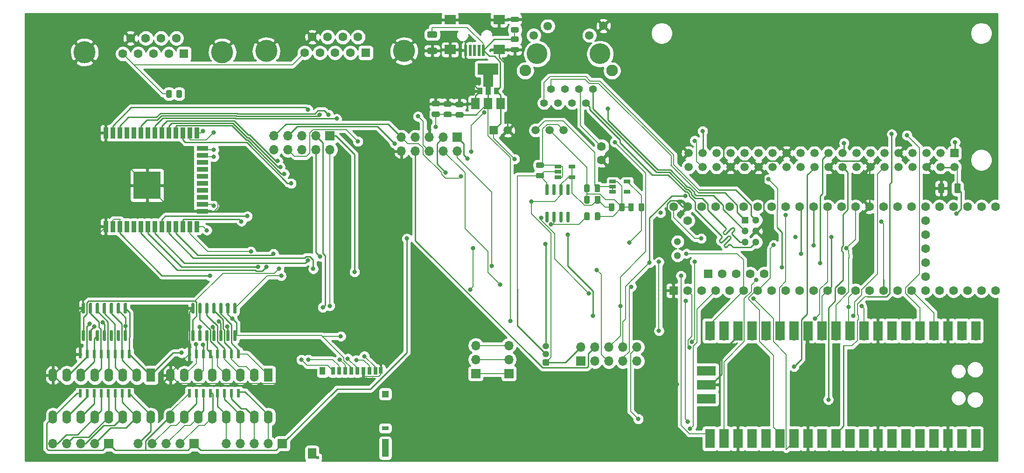
<source format=gbr>
%TF.GenerationSoftware,KiCad,Pcbnew,(5.1.8-0-10_14)*%
%TF.CreationDate,2021-09-27T01:00:10-07:00*%
%TF.ProjectId,baku,62616b75-2e6b-4696-9361-645f70636258,rev?*%
%TF.SameCoordinates,Original*%
%TF.FileFunction,Copper,L1,Top*%
%TF.FilePolarity,Positive*%
%FSLAX46Y46*%
G04 Gerber Fmt 4.6, Leading zero omitted, Abs format (unit mm)*
G04 Created by KiCad (PCBNEW (5.1.8-0-10_14)) date 2021-09-27 01:00:10*
%MOMM*%
%LPD*%
G01*
G04 APERTURE LIST*
%TA.AperFunction,ComponentPad*%
%ADD10C,1.508000*%
%TD*%
%TA.AperFunction,ComponentPad*%
%ADD11R,1.508000X1.508000*%
%TD*%
%TA.AperFunction,ComponentPad*%
%ADD12O,1.700000X1.700000*%
%TD*%
%TA.AperFunction,ComponentPad*%
%ADD13R,1.700000X1.700000*%
%TD*%
%TA.AperFunction,ComponentPad*%
%ADD14C,1.300000*%
%TD*%
%TA.AperFunction,ComponentPad*%
%ADD15C,1.600000*%
%TD*%
%TA.AperFunction,ComponentPad*%
%ADD16R,1.300000X1.300000*%
%TD*%
%TA.AperFunction,ComponentPad*%
%ADD17R,1.600000X1.600000*%
%TD*%
%TA.AperFunction,ComponentPad*%
%ADD18C,4.000000*%
%TD*%
%TA.AperFunction,SMDPad,CuDef*%
%ADD19C,0.100000*%
%TD*%
%TA.AperFunction,SMDPad,CuDef*%
%ADD20R,1.200000X0.800000*%
%TD*%
%TA.AperFunction,SMDPad,CuDef*%
%ADD21R,0.500000X0.500000*%
%TD*%
%TA.AperFunction,SMDPad,CuDef*%
%ADD22R,0.700000X1.400000*%
%TD*%
%TA.AperFunction,SMDPad,CuDef*%
%ADD23R,0.700000X1.200000*%
%TD*%
%TA.AperFunction,SMDPad,CuDef*%
%ADD24R,1.200000X3.200000*%
%TD*%
%TA.AperFunction,SMDPad,CuDef*%
%ADD25R,1.200000X1.200000*%
%TD*%
%TA.AperFunction,SMDPad,CuDef*%
%ADD26R,1.000000X1.400000*%
%TD*%
%TA.AperFunction,SMDPad,CuDef*%
%ADD27R,1.500000X1.900000*%
%TD*%
%TA.AperFunction,ComponentPad*%
%ADD28O,1.600000X2.400000*%
%TD*%
%TA.AperFunction,ComponentPad*%
%ADD29R,1.600000X2.400000*%
%TD*%
%TA.AperFunction,SMDPad,CuDef*%
%ADD30R,0.600000X1.500000*%
%TD*%
%TA.AperFunction,ComponentPad*%
%ADD31C,2.108200*%
%TD*%
%TA.AperFunction,ComponentPad*%
%ADD32C,3.759200*%
%TD*%
%TA.AperFunction,ComponentPad*%
%ADD33C,1.549400*%
%TD*%
%TA.AperFunction,ComponentPad*%
%ADD34C,1.397000*%
%TD*%
%TA.AperFunction,ComponentPad*%
%ADD35O,1.200000X1.200000*%
%TD*%
%TA.AperFunction,SMDPad,CuDef*%
%ADD36R,1.500000X2.000000*%
%TD*%
%TA.AperFunction,SMDPad,CuDef*%
%ADD37R,3.800000X2.000000*%
%TD*%
%TA.AperFunction,SMDPad,CuDef*%
%ADD38R,0.900000X1.300000*%
%TD*%
%TA.AperFunction,SMDPad,CuDef*%
%ADD39R,2.000000X1.700000*%
%TD*%
%TA.AperFunction,SMDPad,CuDef*%
%ADD40R,0.500000X2.000000*%
%TD*%
%TA.AperFunction,SMDPad,CuDef*%
%ADD41R,0.900000X2.000000*%
%TD*%
%TA.AperFunction,SMDPad,CuDef*%
%ADD42R,2.000000X0.900000*%
%TD*%
%TA.AperFunction,SMDPad,CuDef*%
%ADD43R,5.000000X5.000000*%
%TD*%
%TA.AperFunction,SMDPad,CuDef*%
%ADD44R,3.500000X1.700000*%
%TD*%
%TA.AperFunction,SMDPad,CuDef*%
%ADD45R,1.700000X3.500000*%
%TD*%
%TA.AperFunction,SMDPad,CuDef*%
%ADD46R,1.220000X0.650000*%
%TD*%
%TA.AperFunction,ComponentPad*%
%ADD47C,1.500000*%
%TD*%
%TA.AperFunction,ComponentPad*%
%ADD48R,1.500000X1.500000*%
%TD*%
%TA.AperFunction,ViaPad*%
%ADD49C,0.800000*%
%TD*%
%TA.AperFunction,Conductor*%
%ADD50C,0.250000*%
%TD*%
%TA.AperFunction,Conductor*%
%ADD51C,0.200000*%
%TD*%
%TA.AperFunction,Conductor*%
%ADD52C,0.254000*%
%TD*%
%TA.AperFunction,Conductor*%
%ADD53C,0.100000*%
%TD*%
G04 APERTURE END LIST*
D10*
%TO.P,A2,40*%
%TO.N,/SPI4_SCLK*%
X180120000Y-92020000D03*
%TO.P,A2,39*%
%TO.N,GND*%
X180120000Y-89480000D03*
%TO.P,A2,38*%
%TO.N,/SPI4_MOSI*%
X182660000Y-92020000D03*
%TO.P,A2,37*%
%TO.N,/RPI_GPIO26*%
X182660000Y-89480000D03*
%TO.P,A2,36*%
%TO.N,N/C*%
X185200000Y-92020000D03*
%TO.P,A2,35*%
%TO.N,/SPI4_MISO*%
X185200000Y-89480000D03*
%TO.P,A2,34*%
%TO.N,GND*%
X187740000Y-92020000D03*
%TO.P,A2,33*%
%TO.N,N/C*%
X187740000Y-89480000D03*
%TO.P,A2,32*%
X190280000Y-92020000D03*
%TO.P,A2,31*%
X190280000Y-89480000D03*
%TO.P,A2,30*%
%TO.N,GND*%
X192820000Y-92020000D03*
%TO.P,A2,29*%
%TO.N,N/C*%
X192820000Y-89480000D03*
%TO.P,A2,28*%
X195360000Y-92020000D03*
%TO.P,A2,27*%
X195360000Y-89480000D03*
%TO.P,A2,26*%
X197900000Y-92020000D03*
%TO.P,A2,25*%
%TO.N,GND*%
X197900000Y-89480000D03*
%TO.P,A2,24*%
%TO.N,N/C*%
X200440000Y-92020000D03*
%TO.P,A2,23*%
%TO.N,/SPI1_SCLK*%
X200440000Y-89480000D03*
%TO.P,A2,22*%
%TO.N,/RPI_GPIO25*%
X202980000Y-92020000D03*
%TO.P,A2,21*%
%TO.N,/SPI1_MISO*%
X202980000Y-89480000D03*
%TO.P,A2,20*%
%TO.N,GND*%
X205520000Y-92020000D03*
%TO.P,A2,19*%
%TO.N,/SPI1_MOSI*%
X205520000Y-89480000D03*
%TO.P,A2,18*%
%TO.N,/RPI_GPIO24*%
X208060000Y-92020000D03*
%TO.P,A2,17*%
%TO.N,/RPI_3V3*%
X208060000Y-89480000D03*
%TO.P,A2,16*%
%TO.N,/STEP_SIGNAL*%
X210600000Y-92020000D03*
%TO.P,A2,15*%
%TO.N,/STEP_CLK*%
X210600000Y-89480000D03*
%TO.P,A2,14*%
%TO.N,GND*%
X213140000Y-92020000D03*
%TO.P,A2,13*%
%TO.N,N/C*%
X213140000Y-89480000D03*
%TO.P,A2,12*%
%TO.N,/RPI_SPI1_CE0*%
X215680000Y-92020000D03*
%TO.P,A2,11*%
%TO.N,N/C*%
X215680000Y-89480000D03*
%TO.P,A2,10*%
%TO.N,/RPI_UART_RX*%
X218220000Y-92020000D03*
%TO.P,A2,9*%
%TO.N,GND*%
X218220000Y-89480000D03*
%TO.P,A2,8*%
%TO.N,/RPI_UART_TX*%
X220760000Y-92020000D03*
%TO.P,A2,7*%
%TO.N,N/C*%
X220760000Y-89480000D03*
%TO.P,A2,6*%
%TO.N,GND*%
X223300000Y-92020000D03*
%TO.P,A2,5*%
%TO.N,N/C*%
X223300000Y-89480000D03*
%TO.P,A2,4*%
%TO.N,/5V*%
X225840000Y-92020000D03*
%TO.P,A2,3*%
%TO.N,N/C*%
X225840000Y-89480000D03*
%TO.P,A2,2*%
%TO.N,/5V*%
X228380000Y-92020000D03*
D11*
%TO.P,A2,1*%
%TO.N,/RPI_3V3*%
X228380000Y-89480000D03*
%TD*%
%TO.P,R1,2*%
%TO.N,Net-(R1-Pad2)*%
%TA.AperFunction,SMDPad,CuDef*%
G36*
G01*
X87150000Y-79200001D02*
X87150000Y-78299999D01*
G75*
G02*
X87399999Y-78050000I249999J0D01*
G01*
X87925001Y-78050000D01*
G75*
G02*
X88175000Y-78299999I0J-249999D01*
G01*
X88175000Y-79200001D01*
G75*
G02*
X87925001Y-79450000I-249999J0D01*
G01*
X87399999Y-79450000D01*
G75*
G02*
X87150000Y-79200001I0J249999D01*
G01*
G37*
%TD.AperFunction*%
%TO.P,R1,1*%
%TO.N,/3V3*%
%TA.AperFunction,SMDPad,CuDef*%
G36*
G01*
X85325000Y-79200001D02*
X85325000Y-78299999D01*
G75*
G02*
X85574999Y-78050000I249999J0D01*
G01*
X86100001Y-78050000D01*
G75*
G02*
X86350000Y-78299999I0J-249999D01*
G01*
X86350000Y-79200001D01*
G75*
G02*
X86100001Y-79450000I-249999J0D01*
G01*
X85574999Y-79450000D01*
G75*
G02*
X85325000Y-79200001I0J249999D01*
G01*
G37*
%TD.AperFunction*%
%TD*%
D12*
%TO.P,J4,3*%
%TO.N,/-2V5*%
X141500000Y-124420000D03*
%TO.P,J4,2*%
%TO.N,/GNDA*%
X141500000Y-126960000D03*
D13*
%TO.P,J4,1*%
%TO.N,/2V5*%
X141500000Y-129500000D03*
%TD*%
D12*
%TO.P,J3,3*%
%TO.N,/-2V5*%
X147500000Y-124420000D03*
%TO.P,J3,2*%
%TO.N,/GNDA*%
X147500000Y-126960000D03*
D13*
%TO.P,J3,1*%
%TO.N,/2V5*%
X147500000Y-129500000D03*
%TD*%
D14*
%TO.P,U5,66*%
%TO.N,N/C*%
X178123600Y-105562400D03*
%TO.P,U5,67*%
X178123600Y-108102400D03*
D15*
%TO.P,U5,54*%
X223113600Y-101752400D03*
%TO.P,U5,53*%
X223113600Y-104292400D03*
%TO.P,U5,52*%
X223113600Y-106832400D03*
%TO.P,U5,51*%
X223113600Y-109372400D03*
%TO.P,U5,50*%
X223113600Y-111912400D03*
D14*
%TO.P,U5,62*%
%TO.N,T-*%
X190363600Y-105650800D03*
%TO.P,U5,63*%
%TO.N,T+*%
X192363600Y-105650800D03*
%TO.P,U5,64*%
%TO.N,GND*%
X192363600Y-103650800D03*
%TO.P,U5,61*%
%TO.N,LED*%
X190363600Y-103650800D03*
%TO.P,U5,65*%
%TO.N,R-*%
X192363600Y-101650800D03*
D16*
%TO.P,U5,60*%
%TO.N,R+*%
X190363600Y-101650800D03*
D15*
%TO.P,U5,17*%
%TO.N,N/C*%
X218033600Y-114452400D03*
%TO.P,U5,18*%
%TO.N,/SPI1_MOSI*%
X220573600Y-114452400D03*
%TO.P,U5,19*%
%TO.N,/SPI1_SCLK*%
X223113600Y-114452400D03*
%TO.P,U5,20*%
%TO.N,N/C*%
X225653600Y-114452400D03*
%TO.P,U5,16*%
%TO.N,/B_LEFT*%
X215493600Y-114452400D03*
%TO.P,U5,15*%
%TO.N,N/C*%
X212953600Y-114452400D03*
%TO.P,U5,14*%
%TO.N,/SPI4_MISO*%
X210413600Y-114452400D03*
%TO.P,U5,21*%
%TO.N,N/C*%
X228193600Y-114452400D03*
%TO.P,U5,22*%
X230733600Y-114452400D03*
%TO.P,U5,23*%
X233273600Y-114452400D03*
%TO.P,U5,24*%
X235813600Y-114452400D03*
%TO.P,U5,25*%
X235813600Y-99212400D03*
%TO.P,U5,26*%
X233273600Y-99212400D03*
%TO.P,U5,27*%
X230733600Y-99212400D03*
%TO.P,U5,28*%
X228193600Y-99212400D03*
%TO.P,U5,29*%
X225653600Y-99212400D03*
%TO.P,U5,30*%
X223113600Y-99212400D03*
%TO.P,U5,31*%
X220573600Y-99212400D03*
%TO.P,U5,32*%
X218033600Y-99212400D03*
%TO.P,U5,33*%
X215493600Y-99212400D03*
%TO.P,U5,34*%
%TO.N,GND*%
X212953600Y-99212400D03*
%TO.P,U5,13*%
%TO.N,/SPI4_MOSI*%
X207873600Y-114452400D03*
%TO.P,U5,12*%
%TO.N,/SPI4_CS0*%
X205333600Y-114452400D03*
%TO.P,U5,11*%
%TO.N,N/C*%
X202793600Y-114452400D03*
%TO.P,U5,10*%
%TO.N,/A_DOWN*%
X200253600Y-114452400D03*
%TO.P,U5,9*%
%TO.N,/A_LEFT*%
X197713600Y-114452400D03*
%TO.P,U5,8*%
%TO.N,/A_BUTTON1*%
X195173600Y-114452400D03*
%TO.P,U5,7*%
%TO.N,/A_RIGHT*%
X192633600Y-114452400D03*
%TO.P,U5,6*%
%TO.N,/A_UP*%
X190093600Y-114452400D03*
%TO.P,U5,5*%
%TO.N,/A_SWITCH_COMMON*%
X187553600Y-114452400D03*
%TO.P,U5,4*%
%TO.N,/A_BUTTON2*%
X185013600Y-114452400D03*
%TO.P,U5,3*%
%TO.N,/SPI1_MISO*%
X182473600Y-114452400D03*
%TO.P,U5,2*%
%TO.N,/DAC_LDAC*%
X179933600Y-114452400D03*
D17*
%TO.P,U5,1*%
%TO.N,GND*%
X177393600Y-114452400D03*
D15*
%TO.P,U5,35*%
%TO.N,/SPI4_SCLK*%
X210413600Y-99212400D03*
%TO.P,U5,36*%
%TO.N,/RPI_UART_RX*%
X207873600Y-99212400D03*
%TO.P,U5,37*%
%TO.N,/RPI_UART_TX*%
X205333600Y-99212400D03*
%TO.P,U5,38*%
%TO.N,/STEP_SIGNAL*%
X202793600Y-99212400D03*
%TO.P,U5,39*%
%TO.N,/STEP_CLK*%
X200253600Y-99212400D03*
%TO.P,U5,40*%
%TO.N,/B_UP*%
X197713600Y-99212400D03*
%TO.P,U5,41*%
%TO.N,/B_BUTTON1*%
X195173600Y-99212400D03*
%TO.P,U5,42*%
%TO.N,/B_SWITCH_COMMON*%
X192633600Y-99212400D03*
%TO.P,U5,43*%
%TO.N,/B_RIGHT*%
X190093600Y-99212400D03*
%TO.P,U5,44*%
%TO.N,/B_DOWN*%
X187553600Y-99212400D03*
%TO.P,U5,45*%
%TO.N,/B_BUTTON2*%
X185013600Y-99212400D03*
%TO.P,U5,46*%
%TO.N,/IOREF*%
X182473600Y-99212400D03*
%TO.P,U5,47*%
%TO.N,GND*%
X179933600Y-99212400D03*
%TO.P,U5,48*%
%TO.N,/5V*%
X177393600Y-99212400D03*
D17*
%TO.P,U5,55*%
%TO.N,N/C*%
X183692800Y-111401600D03*
D15*
%TO.P,U5,56*%
X186232800Y-111401600D03*
%TO.P,U5,57*%
X188772800Y-111401600D03*
%TO.P,U5,58*%
X191312800Y-111401600D03*
%TO.P,U5,59*%
X193852800Y-111401600D03*
%TO.P,U5,49*%
X179933600Y-101752400D03*
%TD*%
D12*
%TO.P,J2,10*%
%TO.N,/3V3*%
X170750000Y-124710000D03*
%TO.P,J2,9*%
%TO.N,/SPI1_SCLK*%
X170750000Y-127250000D03*
%TO.P,J2,8*%
%TO.N,/SPI4_SCLK*%
X168210000Y-124710000D03*
%TO.P,J2,7*%
%TO.N,/DAC_LDAC*%
X168210000Y-127250000D03*
%TO.P,J2,6*%
%TO.N,/SPI4_MOSI*%
X165670000Y-124710000D03*
%TO.P,J2,5*%
%TO.N,/SPI1_MOSI*%
X165670000Y-127250000D03*
%TO.P,J2,4*%
%TO.N,/-2V5*%
X163130000Y-124710000D03*
%TO.P,J2,3*%
%TO.N,N/C*%
X163130000Y-127250000D03*
%TO.P,J2,2*%
%TO.N,/2V5*%
X160590000Y-124710000D03*
D13*
%TO.P,J2,1*%
%TO.N,GND*%
X160590000Y-127250000D03*
%TD*%
D12*
%TO.P,J6,10*%
%TO.N,GND*%
X104902000Y-88900000D03*
%TO.P,J6,9*%
%TO.N,/REF*%
X104902000Y-86360000D03*
%TO.P,J6,8*%
%TO.N,/-2V5*%
X107442000Y-88900000D03*
%TO.P,J6,7*%
%TO.N,/2V5*%
X107442000Y-86360000D03*
%TO.P,J6,6*%
%TO.N,/IOREF*%
X109982000Y-88900000D03*
%TO.P,J6,5*%
%TO.N,GND*%
X109982000Y-86360000D03*
%TO.P,J6,4*%
%TO.N,/SPI4_CS0*%
X112522000Y-88900000D03*
%TO.P,J6,3*%
%TO.N,/SPI4_MISO*%
X112522000Y-86360000D03*
%TO.P,J6,2*%
%TO.N,/SPI4_MOSI*%
X115062000Y-88900000D03*
D13*
%TO.P,J6,1*%
%TO.N,/SPI4_SCLK*%
X115062000Y-86360000D03*
%TD*%
D12*
%TO.P,J5,10*%
%TO.N,GND*%
X128016000Y-89154000D03*
%TO.P,J5,9*%
%TO.N,/REF*%
X128016000Y-86614000D03*
%TO.P,J5,8*%
%TO.N,/-2V5*%
X130556000Y-89154000D03*
%TO.P,J5,7*%
%TO.N,/2V5*%
X130556000Y-86614000D03*
%TO.P,J5,6*%
%TO.N,/IOREF*%
X133096000Y-89154000D03*
%TO.P,J5,5*%
%TO.N,GND*%
X133096000Y-86614000D03*
%TO.P,J5,4*%
%TO.N,/DAC_LDAC*%
X135636000Y-89154000D03*
%TO.P,J5,3*%
%TO.N,/SPI1_MISO*%
X135636000Y-86614000D03*
%TO.P,J5,2*%
%TO.N,/SPI1_MOSI*%
X138176000Y-89154000D03*
D13*
%TO.P,J5,1*%
%TO.N,/SPI1_SCLK*%
X138176000Y-86614000D03*
%TD*%
%TO.P,C28,2*%
%TO.N,GND*%
%TA.AperFunction,SMDPad,CuDef*%
G36*
G01*
X132949999Y-70350000D02*
X134250001Y-70350000D01*
G75*
G02*
X134500000Y-70599999I0J-249999D01*
G01*
X134500000Y-71250001D01*
G75*
G02*
X134250001Y-71500000I-249999J0D01*
G01*
X132949999Y-71500000D01*
G75*
G02*
X132700000Y-71250001I0J249999D01*
G01*
X132700000Y-70599999D01*
G75*
G02*
X132949999Y-70350000I249999J0D01*
G01*
G37*
%TD.AperFunction*%
%TO.P,C28,1*%
%TO.N,/5V*%
%TA.AperFunction,SMDPad,CuDef*%
G36*
G01*
X132949999Y-67400000D02*
X134250001Y-67400000D01*
G75*
G02*
X134500000Y-67649999I0J-249999D01*
G01*
X134500000Y-68300001D01*
G75*
G02*
X134250001Y-68550000I-249999J0D01*
G01*
X132949999Y-68550000D01*
G75*
G02*
X132700000Y-68300001I0J249999D01*
G01*
X132700000Y-67649999D01*
G75*
G02*
X132949999Y-67400000I249999J0D01*
G01*
G37*
%TD.AperFunction*%
%TD*%
D18*
%TO.P,JS2,0*%
%TO.N,GND*%
X103473600Y-70972400D03*
X128473600Y-70972400D03*
D15*
%TO.P,JS2,9*%
X111818600Y-68432400D03*
%TO.P,JS2,8*%
%TO.N,/B_SWITCH_COMMON*%
X114588600Y-68432400D03*
%TO.P,JS2,7*%
%TO.N,/B_BUTTON2*%
X117358600Y-68432400D03*
%TO.P,JS2,6*%
%TO.N,/B_BUTTON1*%
X120128600Y-68432400D03*
%TO.P,JS2,5*%
%TO.N,/3V3*%
X110433600Y-71272400D03*
%TO.P,JS2,4*%
%TO.N,/B_LEFT*%
X113203600Y-71272400D03*
%TO.P,JS2,3*%
%TO.N,/B_RIGHT*%
X115973600Y-71272400D03*
%TO.P,JS2,2*%
%TO.N,/B_DOWN*%
X118743600Y-71272400D03*
D17*
%TO.P,JS2,1*%
%TO.N,/B_UP*%
X121513600Y-71272400D03*
%TD*%
%TA.AperFunction,SMDPad,CuDef*%
D19*
%TO.P,J8,11*%
%TO.N,N/C*%
G36*
X112539000Y-144618421D02*
G01*
X112397579Y-144477000D01*
X112539000Y-144335579D01*
X112680421Y-144477000D01*
X112539000Y-144618421D01*
G37*
%TD.AperFunction*%
D20*
%TO.P,J8,10*%
X125089000Y-139427000D03*
D21*
%TO.P,J8,11*%
X112789000Y-144727000D03*
D22*
%TO.P,J8,8*%
%TO.N,/ESP32_with_cam/SD_DAT1*%
X123289000Y-129027000D03*
%TO.P,J8,7*%
%TO.N,/ESP32_with_cam/SD_DAT0*%
X122189000Y-129027000D03*
%TO.P,J8,6*%
%TO.N,GND*%
X121089000Y-129027000D03*
%TO.P,J8,5*%
%TO.N,/ESP32_with_cam/SD_CLK*%
X119989000Y-129027000D03*
%TO.P,J8,4*%
%TO.N,/3V3*%
X118889000Y-129027000D03*
%TO.P,J8,3*%
%TO.N,/ESP32_with_cam/SD_CMD*%
X117789000Y-129027000D03*
%TO.P,J8,2*%
%TO.N,/ESP32_with_cam/SD_DAT3*%
X116689000Y-129027000D03*
D23*
%TO.P,J8,9*%
%TO.N,GND*%
X124239000Y-128927000D03*
D24*
%TO.P,J8,11*%
%TO.N,N/C*%
X125089000Y-143027000D03*
D25*
X125089000Y-133227000D03*
D26*
X113689000Y-129027000D03*
D27*
X111789000Y-144027000D03*
D22*
%TO.P,J8,1*%
%TO.N,/ESP32_with_cam/SD_DAT2*%
X115589000Y-129027000D03*
%TD*%
D28*
%TO.P,U25,16*%
%TO.N,Net-(J13-Pad5)*%
X82550000Y-137414000D03*
%TO.P,U25,8*%
%TO.N,GND*%
X64770000Y-129794000D03*
%TO.P,U25,15*%
%TO.N,Net-(J14-Pad2)*%
X80010000Y-137414000D03*
%TO.P,U25,7*%
%TO.N,Net-(U21-Pad11)*%
X67310000Y-129794000D03*
%TO.P,U25,14*%
%TO.N,Net-(J14-Pad3)*%
X77470000Y-137414000D03*
%TO.P,U25,6*%
%TO.N,Net-(U21-Pad10)*%
X69850000Y-129794000D03*
%TO.P,U25,13*%
%TO.N,Net-(J14-Pad4)*%
X74930000Y-137414000D03*
%TO.P,U25,5*%
%TO.N,Net-(U21-Pad6)*%
X72390000Y-129794000D03*
%TO.P,U25,12*%
%TO.N,Net-(J14-Pad5)*%
X72390000Y-137414000D03*
%TO.P,U25,4*%
%TO.N,Net-(U21-Pad5)*%
X74930000Y-129794000D03*
%TO.P,U25,11*%
%TO.N,/steppers/EXTRA_OUT1*%
X69850000Y-137414000D03*
%TO.P,U25,3*%
%TO.N,Net-(U21-Pad4)*%
X77470000Y-129794000D03*
%TO.P,U25,10*%
%TO.N,/steppers/EXTRA_OUT2*%
X67310000Y-137414000D03*
%TO.P,U25,2*%
%TO.N,Net-(U21-Pad3)*%
X80010000Y-129794000D03*
%TO.P,U25,9*%
%TO.N,/5V*%
X64770000Y-137414000D03*
D29*
%TO.P,U25,1*%
%TO.N,Net-(U10-Pad13)*%
X82550000Y-129794000D03*
%TD*%
D30*
%TO.P,U24,16*%
%TO.N,Net-(J13-Pad5)*%
X78613000Y-133090000D03*
%TO.P,U24,15*%
%TO.N,Net-(J14-Pad2)*%
X77343000Y-133090000D03*
%TO.P,U24,14*%
%TO.N,Net-(J14-Pad3)*%
X76073000Y-133090000D03*
%TO.P,U24,13*%
%TO.N,Net-(J14-Pad4)*%
X74803000Y-133090000D03*
%TO.P,U24,12*%
%TO.N,Net-(J14-Pad5)*%
X73533000Y-133090000D03*
%TO.P,U24,11*%
%TO.N,/steppers/EXTRA_OUT1*%
X72263000Y-133090000D03*
%TO.P,U24,10*%
%TO.N,/steppers/EXTRA_OUT2*%
X70993000Y-133090000D03*
%TO.P,U24,9*%
%TO.N,/5V*%
X69723000Y-133090000D03*
%TO.P,U24,8*%
%TO.N,GND*%
X69723000Y-125990000D03*
%TO.P,U24,7*%
%TO.N,Net-(U21-Pad11)*%
X70993000Y-125990000D03*
%TO.P,U24,6*%
%TO.N,Net-(U21-Pad10)*%
X72263000Y-125990000D03*
%TO.P,U24,5*%
%TO.N,Net-(U21-Pad6)*%
X73533000Y-125990000D03*
%TO.P,U24,4*%
%TO.N,Net-(U21-Pad5)*%
X74803000Y-125990000D03*
%TO.P,U24,3*%
%TO.N,Net-(U21-Pad4)*%
X76073000Y-125990000D03*
%TO.P,U24,2*%
%TO.N,Net-(U21-Pad3)*%
X77343000Y-125990000D03*
%TO.P,U24,1*%
%TO.N,Net-(U10-Pad13)*%
X78613000Y-125990000D03*
%TD*%
D28*
%TO.P,U23,16*%
%TO.N,Net-(J9-Pad2)*%
X103886000Y-137414000D03*
%TO.P,U23,8*%
%TO.N,GND*%
X86106000Y-129794000D03*
%TO.P,U23,15*%
%TO.N,Net-(J9-Pad3)*%
X101346000Y-137414000D03*
%TO.P,U23,7*%
%TO.N,Net-(U10-Pad12)*%
X88646000Y-129794000D03*
%TO.P,U23,14*%
%TO.N,Net-(J9-Pad4)*%
X98806000Y-137414000D03*
%TO.P,U23,6*%
%TO.N,Net-(U10-Pad11)*%
X91186000Y-129794000D03*
%TO.P,U23,13*%
%TO.N,Net-(J9-Pad5)*%
X96266000Y-137414000D03*
%TO.P,U23,5*%
%TO.N,Net-(U10-Pad10)*%
X93726000Y-129794000D03*
%TO.P,U23,12*%
%TO.N,Net-(J13-Pad2)*%
X93726000Y-137414000D03*
%TO.P,U23,4*%
%TO.N,Net-(U10-Pad6)*%
X96266000Y-129794000D03*
%TO.P,U23,11*%
%TO.N,Net-(J13-Pad3)*%
X91186000Y-137414000D03*
%TO.P,U23,3*%
%TO.N,Net-(U10-Pad5)*%
X98806000Y-129794000D03*
%TO.P,U23,10*%
%TO.N,Net-(J13-Pad4)*%
X88646000Y-137414000D03*
%TO.P,U23,2*%
%TO.N,Net-(U10-Pad4)*%
X101346000Y-129794000D03*
%TO.P,U23,9*%
%TO.N,/5V*%
X86106000Y-137414000D03*
D29*
%TO.P,U23,1*%
%TO.N,Net-(U10-Pad3)*%
X103886000Y-129794000D03*
%TD*%
D30*
%TO.P,U22,16*%
%TO.N,Net-(J9-Pad2)*%
X98425000Y-133084000D03*
%TO.P,U22,15*%
%TO.N,Net-(J9-Pad3)*%
X97155000Y-133084000D03*
%TO.P,U22,14*%
%TO.N,Net-(J9-Pad4)*%
X95885000Y-133084000D03*
%TO.P,U22,13*%
%TO.N,Net-(J9-Pad5)*%
X94615000Y-133084000D03*
%TO.P,U22,12*%
%TO.N,Net-(J13-Pad2)*%
X93345000Y-133084000D03*
%TO.P,U22,11*%
%TO.N,Net-(J13-Pad3)*%
X92075000Y-133084000D03*
%TO.P,U22,10*%
%TO.N,Net-(J13-Pad4)*%
X90805000Y-133084000D03*
%TO.P,U22,9*%
%TO.N,/5V*%
X89535000Y-133084000D03*
%TO.P,U22,8*%
%TO.N,GND*%
X89535000Y-125984000D03*
%TO.P,U22,7*%
%TO.N,Net-(U10-Pad12)*%
X90805000Y-125984000D03*
%TO.P,U22,6*%
%TO.N,Net-(U10-Pad11)*%
X92075000Y-125984000D03*
%TO.P,U22,5*%
%TO.N,Net-(U10-Pad10)*%
X93345000Y-125984000D03*
%TO.P,U22,4*%
%TO.N,Net-(U10-Pad6)*%
X94615000Y-125984000D03*
%TO.P,U22,3*%
%TO.N,Net-(U10-Pad5)*%
X95885000Y-125984000D03*
%TO.P,U22,2*%
%TO.N,Net-(U10-Pad4)*%
X97155000Y-125984000D03*
%TO.P,U22,1*%
%TO.N,Net-(U10-Pad3)*%
X98425000Y-125984000D03*
%TD*%
%TO.P,U21,14*%
%TO.N,/3V3*%
%TA.AperFunction,SMDPad,CuDef*%
G36*
G01*
X77751800Y-121630800D02*
X78051800Y-121630800D01*
G75*
G02*
X78201800Y-121780800I0J-150000D01*
G01*
X78201800Y-123430800D01*
G75*
G02*
X78051800Y-123580800I-150000J0D01*
G01*
X77751800Y-123580800D01*
G75*
G02*
X77601800Y-123430800I0J150000D01*
G01*
X77601800Y-121780800D01*
G75*
G02*
X77751800Y-121630800I150000J0D01*
G01*
G37*
%TD.AperFunction*%
%TO.P,U21,13*%
%TO.N,N/C*%
%TA.AperFunction,SMDPad,CuDef*%
G36*
G01*
X76481800Y-121630800D02*
X76781800Y-121630800D01*
G75*
G02*
X76931800Y-121780800I0J-150000D01*
G01*
X76931800Y-123430800D01*
G75*
G02*
X76781800Y-123580800I-150000J0D01*
G01*
X76481800Y-123580800D01*
G75*
G02*
X76331800Y-123430800I0J150000D01*
G01*
X76331800Y-121780800D01*
G75*
G02*
X76481800Y-121630800I150000J0D01*
G01*
G37*
%TD.AperFunction*%
%TO.P,U21,12*%
%TA.AperFunction,SMDPad,CuDef*%
G36*
G01*
X75211800Y-121630800D02*
X75511800Y-121630800D01*
G75*
G02*
X75661800Y-121780800I0J-150000D01*
G01*
X75661800Y-123430800D01*
G75*
G02*
X75511800Y-123580800I-150000J0D01*
G01*
X75211800Y-123580800D01*
G75*
G02*
X75061800Y-123430800I0J150000D01*
G01*
X75061800Y-121780800D01*
G75*
G02*
X75211800Y-121630800I150000J0D01*
G01*
G37*
%TD.AperFunction*%
%TO.P,U21,11*%
%TO.N,Net-(U21-Pad11)*%
%TA.AperFunction,SMDPad,CuDef*%
G36*
G01*
X73941800Y-121630800D02*
X74241800Y-121630800D01*
G75*
G02*
X74391800Y-121780800I0J-150000D01*
G01*
X74391800Y-123430800D01*
G75*
G02*
X74241800Y-123580800I-150000J0D01*
G01*
X73941800Y-123580800D01*
G75*
G02*
X73791800Y-123430800I0J150000D01*
G01*
X73791800Y-121780800D01*
G75*
G02*
X73941800Y-121630800I150000J0D01*
G01*
G37*
%TD.AperFunction*%
%TO.P,U21,10*%
%TO.N,Net-(U21-Pad10)*%
%TA.AperFunction,SMDPad,CuDef*%
G36*
G01*
X72671800Y-121630800D02*
X72971800Y-121630800D01*
G75*
G02*
X73121800Y-121780800I0J-150000D01*
G01*
X73121800Y-123430800D01*
G75*
G02*
X72971800Y-123580800I-150000J0D01*
G01*
X72671800Y-123580800D01*
G75*
G02*
X72521800Y-123430800I0J150000D01*
G01*
X72521800Y-121780800D01*
G75*
G02*
X72671800Y-121630800I150000J0D01*
G01*
G37*
%TD.AperFunction*%
%TO.P,U21,9*%
%TO.N,/3V3*%
%TA.AperFunction,SMDPad,CuDef*%
G36*
G01*
X71401800Y-121630800D02*
X71701800Y-121630800D01*
G75*
G02*
X71851800Y-121780800I0J-150000D01*
G01*
X71851800Y-123430800D01*
G75*
G02*
X71701800Y-123580800I-150000J0D01*
G01*
X71401800Y-123580800D01*
G75*
G02*
X71251800Y-123430800I0J150000D01*
G01*
X71251800Y-121780800D01*
G75*
G02*
X71401800Y-121630800I150000J0D01*
G01*
G37*
%TD.AperFunction*%
%TO.P,U21,8*%
%TO.N,/STEP_CLK*%
%TA.AperFunction,SMDPad,CuDef*%
G36*
G01*
X70131800Y-121630800D02*
X70431800Y-121630800D01*
G75*
G02*
X70581800Y-121780800I0J-150000D01*
G01*
X70581800Y-123430800D01*
G75*
G02*
X70431800Y-123580800I-150000J0D01*
G01*
X70131800Y-123580800D01*
G75*
G02*
X69981800Y-123430800I0J150000D01*
G01*
X69981800Y-121780800D01*
G75*
G02*
X70131800Y-121630800I150000J0D01*
G01*
G37*
%TD.AperFunction*%
%TO.P,U21,7*%
%TO.N,GND*%
%TA.AperFunction,SMDPad,CuDef*%
G36*
G01*
X70131800Y-116680800D02*
X70431800Y-116680800D01*
G75*
G02*
X70581800Y-116830800I0J-150000D01*
G01*
X70581800Y-118480800D01*
G75*
G02*
X70431800Y-118630800I-150000J0D01*
G01*
X70131800Y-118630800D01*
G75*
G02*
X69981800Y-118480800I0J150000D01*
G01*
X69981800Y-116830800D01*
G75*
G02*
X70131800Y-116680800I150000J0D01*
G01*
G37*
%TD.AperFunction*%
%TO.P,U21,6*%
%TO.N,Net-(U21-Pad6)*%
%TA.AperFunction,SMDPad,CuDef*%
G36*
G01*
X71401800Y-116680800D02*
X71701800Y-116680800D01*
G75*
G02*
X71851800Y-116830800I0J-150000D01*
G01*
X71851800Y-118480800D01*
G75*
G02*
X71701800Y-118630800I-150000J0D01*
G01*
X71401800Y-118630800D01*
G75*
G02*
X71251800Y-118480800I0J150000D01*
G01*
X71251800Y-116830800D01*
G75*
G02*
X71401800Y-116680800I150000J0D01*
G01*
G37*
%TD.AperFunction*%
%TO.P,U21,5*%
%TO.N,Net-(U21-Pad5)*%
%TA.AperFunction,SMDPad,CuDef*%
G36*
G01*
X72671800Y-116680800D02*
X72971800Y-116680800D01*
G75*
G02*
X73121800Y-116830800I0J-150000D01*
G01*
X73121800Y-118480800D01*
G75*
G02*
X72971800Y-118630800I-150000J0D01*
G01*
X72671800Y-118630800D01*
G75*
G02*
X72521800Y-118480800I0J150000D01*
G01*
X72521800Y-116830800D01*
G75*
G02*
X72671800Y-116680800I150000J0D01*
G01*
G37*
%TD.AperFunction*%
%TO.P,U21,4*%
%TO.N,Net-(U21-Pad4)*%
%TA.AperFunction,SMDPad,CuDef*%
G36*
G01*
X73941800Y-116680800D02*
X74241800Y-116680800D01*
G75*
G02*
X74391800Y-116830800I0J-150000D01*
G01*
X74391800Y-118480800D01*
G75*
G02*
X74241800Y-118630800I-150000J0D01*
G01*
X73941800Y-118630800D01*
G75*
G02*
X73791800Y-118480800I0J150000D01*
G01*
X73791800Y-116830800D01*
G75*
G02*
X73941800Y-116680800I150000J0D01*
G01*
G37*
%TD.AperFunction*%
%TO.P,U21,3*%
%TO.N,Net-(U21-Pad3)*%
%TA.AperFunction,SMDPad,CuDef*%
G36*
G01*
X75211800Y-116680800D02*
X75511800Y-116680800D01*
G75*
G02*
X75661800Y-116830800I0J-150000D01*
G01*
X75661800Y-118480800D01*
G75*
G02*
X75511800Y-118630800I-150000J0D01*
G01*
X75211800Y-118630800D01*
G75*
G02*
X75061800Y-118480800I0J150000D01*
G01*
X75061800Y-116830800D01*
G75*
G02*
X75211800Y-116680800I150000J0D01*
G01*
G37*
%TD.AperFunction*%
%TO.P,U21,2*%
%TO.N,/3V3*%
%TA.AperFunction,SMDPad,CuDef*%
G36*
G01*
X76481800Y-116680800D02*
X76781800Y-116680800D01*
G75*
G02*
X76931800Y-116830800I0J-150000D01*
G01*
X76931800Y-118480800D01*
G75*
G02*
X76781800Y-118630800I-150000J0D01*
G01*
X76481800Y-118630800D01*
G75*
G02*
X76331800Y-118480800I0J150000D01*
G01*
X76331800Y-116830800D01*
G75*
G02*
X76481800Y-116680800I150000J0D01*
G01*
G37*
%TD.AperFunction*%
%TO.P,U21,1*%
%TO.N,Net-(U10-Pad13)*%
%TA.AperFunction,SMDPad,CuDef*%
G36*
G01*
X77751800Y-116680800D02*
X78051800Y-116680800D01*
G75*
G02*
X78201800Y-116830800I0J-150000D01*
G01*
X78201800Y-118480800D01*
G75*
G02*
X78051800Y-118630800I-150000J0D01*
G01*
X77751800Y-118630800D01*
G75*
G02*
X77601800Y-118480800I0J150000D01*
G01*
X77601800Y-116830800D01*
G75*
G02*
X77751800Y-116680800I150000J0D01*
G01*
G37*
%TD.AperFunction*%
%TD*%
%TO.P,U10,14*%
%TO.N,/3V3*%
%TA.AperFunction,SMDPad,CuDef*%
G36*
G01*
X97640000Y-121642000D02*
X97940000Y-121642000D01*
G75*
G02*
X98090000Y-121792000I0J-150000D01*
G01*
X98090000Y-123442000D01*
G75*
G02*
X97940000Y-123592000I-150000J0D01*
G01*
X97640000Y-123592000D01*
G75*
G02*
X97490000Y-123442000I0J150000D01*
G01*
X97490000Y-121792000D01*
G75*
G02*
X97640000Y-121642000I150000J0D01*
G01*
G37*
%TD.AperFunction*%
%TO.P,U10,13*%
%TO.N,Net-(U10-Pad13)*%
%TA.AperFunction,SMDPad,CuDef*%
G36*
G01*
X96370000Y-121642000D02*
X96670000Y-121642000D01*
G75*
G02*
X96820000Y-121792000I0J-150000D01*
G01*
X96820000Y-123442000D01*
G75*
G02*
X96670000Y-123592000I-150000J0D01*
G01*
X96370000Y-123592000D01*
G75*
G02*
X96220000Y-123442000I0J150000D01*
G01*
X96220000Y-121792000D01*
G75*
G02*
X96370000Y-121642000I150000J0D01*
G01*
G37*
%TD.AperFunction*%
%TO.P,U10,12*%
%TO.N,Net-(U10-Pad12)*%
%TA.AperFunction,SMDPad,CuDef*%
G36*
G01*
X95100000Y-121642000D02*
X95400000Y-121642000D01*
G75*
G02*
X95550000Y-121792000I0J-150000D01*
G01*
X95550000Y-123442000D01*
G75*
G02*
X95400000Y-123592000I-150000J0D01*
G01*
X95100000Y-123592000D01*
G75*
G02*
X94950000Y-123442000I0J150000D01*
G01*
X94950000Y-121792000D01*
G75*
G02*
X95100000Y-121642000I150000J0D01*
G01*
G37*
%TD.AperFunction*%
%TO.P,U10,11*%
%TO.N,Net-(U10-Pad11)*%
%TA.AperFunction,SMDPad,CuDef*%
G36*
G01*
X93830000Y-121642000D02*
X94130000Y-121642000D01*
G75*
G02*
X94280000Y-121792000I0J-150000D01*
G01*
X94280000Y-123442000D01*
G75*
G02*
X94130000Y-123592000I-150000J0D01*
G01*
X93830000Y-123592000D01*
G75*
G02*
X93680000Y-123442000I0J150000D01*
G01*
X93680000Y-121792000D01*
G75*
G02*
X93830000Y-121642000I150000J0D01*
G01*
G37*
%TD.AperFunction*%
%TO.P,U10,10*%
%TO.N,Net-(U10-Pad10)*%
%TA.AperFunction,SMDPad,CuDef*%
G36*
G01*
X92560000Y-121642000D02*
X92860000Y-121642000D01*
G75*
G02*
X93010000Y-121792000I0J-150000D01*
G01*
X93010000Y-123442000D01*
G75*
G02*
X92860000Y-123592000I-150000J0D01*
G01*
X92560000Y-123592000D01*
G75*
G02*
X92410000Y-123442000I0J150000D01*
G01*
X92410000Y-121792000D01*
G75*
G02*
X92560000Y-121642000I150000J0D01*
G01*
G37*
%TD.AperFunction*%
%TO.P,U10,9*%
%TO.N,/3V3*%
%TA.AperFunction,SMDPad,CuDef*%
G36*
G01*
X91290000Y-121642000D02*
X91590000Y-121642000D01*
G75*
G02*
X91740000Y-121792000I0J-150000D01*
G01*
X91740000Y-123442000D01*
G75*
G02*
X91590000Y-123592000I-150000J0D01*
G01*
X91290000Y-123592000D01*
G75*
G02*
X91140000Y-123442000I0J150000D01*
G01*
X91140000Y-121792000D01*
G75*
G02*
X91290000Y-121642000I150000J0D01*
G01*
G37*
%TD.AperFunction*%
%TO.P,U10,8*%
%TO.N,/STEP_CLK*%
%TA.AperFunction,SMDPad,CuDef*%
G36*
G01*
X90020000Y-121642000D02*
X90320000Y-121642000D01*
G75*
G02*
X90470000Y-121792000I0J-150000D01*
G01*
X90470000Y-123442000D01*
G75*
G02*
X90320000Y-123592000I-150000J0D01*
G01*
X90020000Y-123592000D01*
G75*
G02*
X89870000Y-123442000I0J150000D01*
G01*
X89870000Y-121792000D01*
G75*
G02*
X90020000Y-121642000I150000J0D01*
G01*
G37*
%TD.AperFunction*%
%TO.P,U10,7*%
%TO.N,GND*%
%TA.AperFunction,SMDPad,CuDef*%
G36*
G01*
X90020000Y-116692000D02*
X90320000Y-116692000D01*
G75*
G02*
X90470000Y-116842000I0J-150000D01*
G01*
X90470000Y-118492000D01*
G75*
G02*
X90320000Y-118642000I-150000J0D01*
G01*
X90020000Y-118642000D01*
G75*
G02*
X89870000Y-118492000I0J150000D01*
G01*
X89870000Y-116842000D01*
G75*
G02*
X90020000Y-116692000I150000J0D01*
G01*
G37*
%TD.AperFunction*%
%TO.P,U10,6*%
%TO.N,Net-(U10-Pad6)*%
%TA.AperFunction,SMDPad,CuDef*%
G36*
G01*
X91290000Y-116692000D02*
X91590000Y-116692000D01*
G75*
G02*
X91740000Y-116842000I0J-150000D01*
G01*
X91740000Y-118492000D01*
G75*
G02*
X91590000Y-118642000I-150000J0D01*
G01*
X91290000Y-118642000D01*
G75*
G02*
X91140000Y-118492000I0J150000D01*
G01*
X91140000Y-116842000D01*
G75*
G02*
X91290000Y-116692000I150000J0D01*
G01*
G37*
%TD.AperFunction*%
%TO.P,U10,5*%
%TO.N,Net-(U10-Pad5)*%
%TA.AperFunction,SMDPad,CuDef*%
G36*
G01*
X92560000Y-116692000D02*
X92860000Y-116692000D01*
G75*
G02*
X93010000Y-116842000I0J-150000D01*
G01*
X93010000Y-118492000D01*
G75*
G02*
X92860000Y-118642000I-150000J0D01*
G01*
X92560000Y-118642000D01*
G75*
G02*
X92410000Y-118492000I0J150000D01*
G01*
X92410000Y-116842000D01*
G75*
G02*
X92560000Y-116692000I150000J0D01*
G01*
G37*
%TD.AperFunction*%
%TO.P,U10,4*%
%TO.N,Net-(U10-Pad4)*%
%TA.AperFunction,SMDPad,CuDef*%
G36*
G01*
X93830000Y-116692000D02*
X94130000Y-116692000D01*
G75*
G02*
X94280000Y-116842000I0J-150000D01*
G01*
X94280000Y-118492000D01*
G75*
G02*
X94130000Y-118642000I-150000J0D01*
G01*
X93830000Y-118642000D01*
G75*
G02*
X93680000Y-118492000I0J150000D01*
G01*
X93680000Y-116842000D01*
G75*
G02*
X93830000Y-116692000I150000J0D01*
G01*
G37*
%TD.AperFunction*%
%TO.P,U10,3*%
%TO.N,Net-(U10-Pad3)*%
%TA.AperFunction,SMDPad,CuDef*%
G36*
G01*
X95100000Y-116692000D02*
X95400000Y-116692000D01*
G75*
G02*
X95550000Y-116842000I0J-150000D01*
G01*
X95550000Y-118492000D01*
G75*
G02*
X95400000Y-118642000I-150000J0D01*
G01*
X95100000Y-118642000D01*
G75*
G02*
X94950000Y-118492000I0J150000D01*
G01*
X94950000Y-116842000D01*
G75*
G02*
X95100000Y-116692000I150000J0D01*
G01*
G37*
%TD.AperFunction*%
%TO.P,U10,2*%
%TO.N,/3V3*%
%TA.AperFunction,SMDPad,CuDef*%
G36*
G01*
X96370000Y-116692000D02*
X96670000Y-116692000D01*
G75*
G02*
X96820000Y-116842000I0J-150000D01*
G01*
X96820000Y-118492000D01*
G75*
G02*
X96670000Y-118642000I-150000J0D01*
G01*
X96370000Y-118642000D01*
G75*
G02*
X96220000Y-118492000I0J150000D01*
G01*
X96220000Y-116842000D01*
G75*
G02*
X96370000Y-116692000I150000J0D01*
G01*
G37*
%TD.AperFunction*%
%TO.P,U10,1*%
%TO.N,/STEP_SIGNAL*%
%TA.AperFunction,SMDPad,CuDef*%
G36*
G01*
X97640000Y-116692000D02*
X97940000Y-116692000D01*
G75*
G02*
X98090000Y-116842000I0J-150000D01*
G01*
X98090000Y-118492000D01*
G75*
G02*
X97940000Y-118642000I-150000J0D01*
G01*
X97640000Y-118642000D01*
G75*
G02*
X97490000Y-118492000I0J150000D01*
G01*
X97490000Y-116842000D01*
G75*
G02*
X97640000Y-116692000I150000J0D01*
G01*
G37*
%TD.AperFunction*%
%TD*%
D12*
%TO.P,J14,5*%
%TO.N,Net-(J14-Pad5)*%
X64770000Y-142240000D03*
%TO.P,J14,4*%
%TO.N,Net-(J14-Pad4)*%
X67310000Y-142240000D03*
%TO.P,J14,3*%
%TO.N,Net-(J14-Pad3)*%
X69850000Y-142240000D03*
%TO.P,J14,2*%
%TO.N,Net-(J14-Pad2)*%
X72390000Y-142240000D03*
D13*
%TO.P,J14,1*%
%TO.N,/5V*%
X74930000Y-142240000D03*
%TD*%
D12*
%TO.P,J13,5*%
%TO.N,Net-(J13-Pad5)*%
X80264000Y-142240000D03*
%TO.P,J13,4*%
%TO.N,Net-(J13-Pad4)*%
X82804000Y-142240000D03*
%TO.P,J13,3*%
%TO.N,Net-(J13-Pad3)*%
X85344000Y-142240000D03*
%TO.P,J13,2*%
%TO.N,Net-(J13-Pad2)*%
X87884000Y-142240000D03*
D13*
%TO.P,J13,1*%
%TO.N,/5V*%
X90424000Y-142240000D03*
%TD*%
D12*
%TO.P,J9,5*%
%TO.N,Net-(J9-Pad5)*%
X96266000Y-142214600D03*
%TO.P,J9,4*%
%TO.N,Net-(J9-Pad4)*%
X98806000Y-142214600D03*
%TO.P,J9,3*%
%TO.N,Net-(J9-Pad3)*%
X101346000Y-142214600D03*
%TO.P,J9,2*%
%TO.N,Net-(J9-Pad2)*%
X103886000Y-142214600D03*
D13*
%TO.P,J9,1*%
%TO.N,/5V*%
X106426000Y-142214600D03*
%TD*%
%TO.P,C27,2*%
%TO.N,GND*%
%TA.AperFunction,SMDPad,CuDef*%
G36*
G01*
X226557000Y-95234999D02*
X226557000Y-96535001D01*
G75*
G02*
X226307001Y-96785000I-249999J0D01*
G01*
X225656999Y-96785000D01*
G75*
G02*
X225407000Y-96535001I0J249999D01*
G01*
X225407000Y-95234999D01*
G75*
G02*
X225656999Y-94985000I249999J0D01*
G01*
X226307001Y-94985000D01*
G75*
G02*
X226557000Y-95234999I0J-249999D01*
G01*
G37*
%TD.AperFunction*%
%TO.P,C27,1*%
%TO.N,/5V*%
%TA.AperFunction,SMDPad,CuDef*%
G36*
G01*
X229507000Y-95234999D02*
X229507000Y-96535001D01*
G75*
G02*
X229257001Y-96785000I-249999J0D01*
G01*
X228606999Y-96785000D01*
G75*
G02*
X228357000Y-96535001I0J249999D01*
G01*
X228357000Y-95234999D01*
G75*
G02*
X228606999Y-94985000I249999J0D01*
G01*
X229257001Y-94985000D01*
G75*
G02*
X229507000Y-95234999I0J-249999D01*
G01*
G37*
%TD.AperFunction*%
%TD*%
D31*
%TO.P,J7,16*%
%TO.N,N/C*%
X150468602Y-74536410D03*
%TO.P,J7,13*%
X166218598Y-74536410D03*
D32*
%TO.P,J7,15*%
X152628600Y-71486410D03*
%TO.P,J7,14*%
X164058600Y-71486410D03*
D33*
%TO.P,J7,12*%
X152018600Y-68126410D03*
%TO.P,J7,11*%
X154558600Y-66426410D03*
%TO.P,J7,10*%
%TO.N,LED*%
X162128600Y-68126410D03*
%TO.P,J7,9*%
%TO.N,GND*%
X164668600Y-66406410D03*
D34*
%TO.P,J7,7*%
%TO.N,R+*%
X155168600Y-77856410D03*
%TO.P,J7,5*%
%TO.N,N/C*%
X157708600Y-77856410D03*
%TO.P,J7,3*%
%TO.N,Net-(C1-Pad2)*%
X160248600Y-77856410D03*
%TO.P,J7,1*%
%TO.N,T-*%
X162788600Y-77856410D03*
%TO.P,J7,8*%
%TO.N,R-*%
X153898600Y-80396410D03*
%TO.P,J7,6*%
%TO.N,N/C*%
X156438600Y-80396410D03*
%TO.P,J7,4*%
X158978600Y-80396410D03*
%TO.P,J7,2*%
%TO.N,T+*%
X161518600Y-80396410D03*
%TD*%
D15*
%TO.P,C1,2*%
%TO.N,Net-(C1-Pad2)*%
X164338000Y-88265000D03*
%TO.P,C1,1*%
%TO.N,GND*%
X164338000Y-90765000D03*
%TD*%
%TO.P,J10,1*%
%TO.N,/2V5*%
%TA.AperFunction,ComponentPad*%
G36*
G01*
X154673600Y-128100000D02*
X153826400Y-128100000D01*
G75*
G02*
X153650000Y-127923600I0J176400D01*
G01*
X153650000Y-127076400D01*
G75*
G02*
X153826400Y-126900000I176400J0D01*
G01*
X154673600Y-126900000D01*
G75*
G02*
X154850000Y-127076400I0J-176400D01*
G01*
X154850000Y-127923600D01*
G75*
G02*
X154673600Y-128100000I-176400J0D01*
G01*
G37*
%TD.AperFunction*%
D35*
%TO.P,J10,2*%
%TO.N,/GNDA*%
X154250000Y-126000000D03*
%TO.P,J10,3*%
%TO.N,/-2V5*%
X154250000Y-124500000D03*
%TD*%
D36*
%TO.P,U9,1*%
%TO.N,GND*%
X141413200Y-80518400D03*
%TO.P,U9,3*%
%TO.N,/5V*%
X146013200Y-80518400D03*
%TO.P,U9,2*%
%TO.N,/3V3*%
X143713200Y-80518400D03*
D37*
X143713200Y-74218400D03*
%TD*%
%TA.AperFunction,SMDPad,CuDef*%
D19*
%TO.P,U8,2*%
%TO.N,/3V3*%
G36*
X144630500Y-74306400D02*
G01*
X144630500Y-77431400D01*
X144214000Y-77431400D01*
X144214000Y-78906400D01*
X143314000Y-78906400D01*
X143314000Y-77431400D01*
X142897500Y-77431400D01*
X142897500Y-74306400D01*
X144630500Y-74306400D01*
G37*
%TD.AperFunction*%
D38*
%TO.P,U8,3*%
%TO.N,/5V*%
X145264000Y-78256400D03*
%TO.P,U8,1*%
%TO.N,GND*%
X142264000Y-78256400D03*
%TD*%
D39*
%TO.P,J1,6*%
%TO.N,GND*%
X136824800Y-65272800D03*
X136824800Y-70722800D03*
X145724800Y-65272800D03*
X145724800Y-70722800D03*
D40*
%TO.P,J1,5*%
X139674800Y-70822800D03*
%TO.P,J1,4*%
%TO.N,N/C*%
X140474800Y-70822800D03*
%TO.P,J1,3*%
X141274800Y-70822800D03*
%TO.P,J1,2*%
X142074800Y-70822800D03*
%TO.P,J1,1*%
%TO.N,/5V*%
X142874800Y-70822800D03*
%TD*%
%TO.P,C8,2*%
%TO.N,GND*%
%TA.AperFunction,SMDPad,CuDef*%
G36*
G01*
X134714000Y-81023000D02*
X133764000Y-81023000D01*
G75*
G02*
X133514000Y-80773000I0J250000D01*
G01*
X133514000Y-80273000D01*
G75*
G02*
X133764000Y-80023000I250000J0D01*
G01*
X134714000Y-80023000D01*
G75*
G02*
X134964000Y-80273000I0J-250000D01*
G01*
X134964000Y-80773000D01*
G75*
G02*
X134714000Y-81023000I-250000J0D01*
G01*
G37*
%TD.AperFunction*%
%TO.P,C8,1*%
%TO.N,/3V3*%
%TA.AperFunction,SMDPad,CuDef*%
G36*
G01*
X134714000Y-82923000D02*
X133764000Y-82923000D01*
G75*
G02*
X133514000Y-82673000I0J250000D01*
G01*
X133514000Y-82173000D01*
G75*
G02*
X133764000Y-81923000I250000J0D01*
G01*
X134714000Y-81923000D01*
G75*
G02*
X134964000Y-82173000I0J-250000D01*
G01*
X134964000Y-82673000D01*
G75*
G02*
X134714000Y-82923000I-250000J0D01*
G01*
G37*
%TD.AperFunction*%
%TD*%
%TO.P,C6,2*%
%TO.N,GND*%
%TA.AperFunction,SMDPad,CuDef*%
G36*
G01*
X136873000Y-81084000D02*
X135923000Y-81084000D01*
G75*
G02*
X135673000Y-80834000I0J250000D01*
G01*
X135673000Y-80334000D01*
G75*
G02*
X135923000Y-80084000I250000J0D01*
G01*
X136873000Y-80084000D01*
G75*
G02*
X137123000Y-80334000I0J-250000D01*
G01*
X137123000Y-80834000D01*
G75*
G02*
X136873000Y-81084000I-250000J0D01*
G01*
G37*
%TD.AperFunction*%
%TO.P,C6,1*%
%TO.N,/3V3*%
%TA.AperFunction,SMDPad,CuDef*%
G36*
G01*
X136873000Y-82984000D02*
X135923000Y-82984000D01*
G75*
G02*
X135673000Y-82734000I0J250000D01*
G01*
X135673000Y-82234000D01*
G75*
G02*
X135923000Y-81984000I250000J0D01*
G01*
X136873000Y-81984000D01*
G75*
G02*
X137123000Y-82234000I0J-250000D01*
G01*
X137123000Y-82734000D01*
G75*
G02*
X136873000Y-82984000I-250000J0D01*
G01*
G37*
%TD.AperFunction*%
%TD*%
%TO.P,C5,2*%
%TO.N,GND*%
%TA.AperFunction,SMDPad,CuDef*%
G36*
G01*
X149065000Y-65717000D02*
X148115000Y-65717000D01*
G75*
G02*
X147865000Y-65467000I0J250000D01*
G01*
X147865000Y-64967000D01*
G75*
G02*
X148115000Y-64717000I250000J0D01*
G01*
X149065000Y-64717000D01*
G75*
G02*
X149315000Y-64967000I0J-250000D01*
G01*
X149315000Y-65467000D01*
G75*
G02*
X149065000Y-65717000I-250000J0D01*
G01*
G37*
%TD.AperFunction*%
%TO.P,C5,1*%
%TO.N,/5V*%
%TA.AperFunction,SMDPad,CuDef*%
G36*
G01*
X149065000Y-67617000D02*
X148115000Y-67617000D01*
G75*
G02*
X147865000Y-67367000I0J250000D01*
G01*
X147865000Y-66867000D01*
G75*
G02*
X148115000Y-66617000I250000J0D01*
G01*
X149065000Y-66617000D01*
G75*
G02*
X149315000Y-66867000I0J-250000D01*
G01*
X149315000Y-67367000D01*
G75*
G02*
X149065000Y-67617000I-250000J0D01*
G01*
G37*
%TD.AperFunction*%
%TD*%
%TO.P,C4,2*%
%TO.N,GND*%
%TA.AperFunction,SMDPad,CuDef*%
G36*
G01*
X139032000Y-81145000D02*
X138082000Y-81145000D01*
G75*
G02*
X137832000Y-80895000I0J250000D01*
G01*
X137832000Y-80395000D01*
G75*
G02*
X138082000Y-80145000I250000J0D01*
G01*
X139032000Y-80145000D01*
G75*
G02*
X139282000Y-80395000I0J-250000D01*
G01*
X139282000Y-80895000D01*
G75*
G02*
X139032000Y-81145000I-250000J0D01*
G01*
G37*
%TD.AperFunction*%
%TO.P,C4,1*%
%TO.N,/3V3*%
%TA.AperFunction,SMDPad,CuDef*%
G36*
G01*
X139032000Y-83045000D02*
X138082000Y-83045000D01*
G75*
G02*
X137832000Y-82795000I0J250000D01*
G01*
X137832000Y-82295000D01*
G75*
G02*
X138082000Y-82045000I250000J0D01*
G01*
X139032000Y-82045000D01*
G75*
G02*
X139282000Y-82295000I0J-250000D01*
G01*
X139282000Y-82795000D01*
G75*
G02*
X139032000Y-83045000I-250000J0D01*
G01*
G37*
%TD.AperFunction*%
%TD*%
%TO.P,C3,2*%
%TO.N,GND*%
%TA.AperFunction,SMDPad,CuDef*%
G36*
G01*
X148115000Y-70234000D02*
X149065000Y-70234000D01*
G75*
G02*
X149315000Y-70484000I0J-250000D01*
G01*
X149315000Y-70984000D01*
G75*
G02*
X149065000Y-71234000I-250000J0D01*
G01*
X148115000Y-71234000D01*
G75*
G02*
X147865000Y-70984000I0J250000D01*
G01*
X147865000Y-70484000D01*
G75*
G02*
X148115000Y-70234000I250000J0D01*
G01*
G37*
%TD.AperFunction*%
%TO.P,C3,1*%
%TO.N,/5V*%
%TA.AperFunction,SMDPad,CuDef*%
G36*
G01*
X148115000Y-68334000D02*
X149065000Y-68334000D01*
G75*
G02*
X149315000Y-68584000I0J-250000D01*
G01*
X149315000Y-69084000D01*
G75*
G02*
X149065000Y-69334000I-250000J0D01*
G01*
X148115000Y-69334000D01*
G75*
G02*
X147865000Y-69084000I0J250000D01*
G01*
X147865000Y-68584000D01*
G75*
G02*
X148115000Y-68334000I250000J0D01*
G01*
G37*
%TD.AperFunction*%
%TD*%
D41*
%TO.P,U20,38*%
%TO.N,GND*%
X74358500Y-85835600D03*
%TO.P,U20,37*%
%TO.N,/SPI4_CS0*%
X75628500Y-85835600D03*
%TO.P,U20,36*%
%TO.N,/SPI4_SCLK*%
X76898500Y-85835600D03*
%TO.P,U20,35*%
%TO.N,N/C*%
X78168500Y-85835600D03*
%TO.P,U20,34*%
X79438500Y-85835600D03*
%TO.P,U20,33*%
%TO.N,/SPI4_MISO*%
X80708500Y-85835600D03*
%TO.P,U20,32*%
%TO.N,N/C*%
X81978500Y-85835600D03*
%TO.P,U20,31*%
%TO.N,/SPI4_MOSI*%
X83248500Y-85835600D03*
%TO.P,U20,30*%
%TO.N,/DAC_LDAC*%
X84518500Y-85835600D03*
%TO.P,U20,29*%
%TO.N,/SPI1_MOSI*%
X85788500Y-85835600D03*
%TO.P,U20,28*%
%TO.N,/SPI1_SCLK*%
X87058500Y-85835600D03*
%TO.P,U20,27*%
%TO.N,/SPI1_MISO*%
X88328500Y-85835600D03*
%TO.P,U20,26*%
%TO.N,/ESP32_with_cam/SD_DAT1*%
X89598500Y-85835600D03*
%TO.P,U20,25*%
%TO.N,Net-(R1-Pad2)*%
X90868500Y-85835600D03*
D42*
%TO.P,U20,24*%
%TO.N,/ESP32_with_cam/SD_DAT0*%
X91868500Y-88620600D03*
%TO.P,U20,23*%
%TO.N,/ESP32_with_cam/SD_CMD*%
X91868500Y-89890600D03*
%TO.P,U20,22*%
%TO.N,N/C*%
X91868500Y-91160600D03*
%TO.P,U20,21*%
X91868500Y-92430600D03*
%TO.P,U20,20*%
X91868500Y-93700600D03*
%TO.P,U20,19*%
X91868500Y-94970600D03*
%TO.P,U20,18*%
X91868500Y-96240600D03*
%TO.P,U20,17*%
X91868500Y-97510600D03*
%TO.P,U20,16*%
%TO.N,/ESP32_with_cam/SD_DAT3*%
X91868500Y-98780600D03*
%TO.P,U20,15*%
%TO.N,GND*%
X91868500Y-100050600D03*
D41*
%TO.P,U20,14*%
%TO.N,/ESP32_with_cam/SD_DAT2*%
X90868500Y-102835600D03*
%TO.P,U20,13*%
%TO.N,/ESP32_with_cam/SD_CLK*%
X89598500Y-102835600D03*
%TO.P,U20,12*%
%TO.N,/A_SWITCH_COMMON*%
X88328500Y-102835600D03*
%TO.P,U20,11*%
%TO.N,/STEP_SIGNAL*%
X87058500Y-102835600D03*
%TO.P,U20,10*%
%TO.N,/STEP_CLK*%
X85788500Y-102835600D03*
%TO.P,U20,9*%
%TO.N,/A_DOWN*%
X84518500Y-102835600D03*
%TO.P,U20,8*%
%TO.N,/A_UP*%
X83248500Y-102835600D03*
%TO.P,U20,7*%
%TO.N,/A_BUTTON2*%
X81978500Y-102835600D03*
%TO.P,U20,6*%
%TO.N,/A_LEFT*%
X80708500Y-102835600D03*
%TO.P,U20,5*%
%TO.N,N/C*%
X79438500Y-102835600D03*
%TO.P,U20,4*%
X78168500Y-102835600D03*
%TO.P,U20,3*%
%TO.N,/3V3*%
X76898500Y-102835600D03*
%TO.P,U20,2*%
X75628500Y-102835600D03*
%TO.P,U20,1*%
%TO.N,GND*%
X74358500Y-102835600D03*
D43*
%TO.P,U20,39*%
X81858500Y-95335600D03*
%TD*%
D12*
%TO.P,U6,43*%
%TO.N,/RPI_GPIO24*%
X184227600Y-134061200D03*
D44*
X183327600Y-134061200D03*
D13*
%TO.P,U6,42*%
%TO.N,GND*%
X184227600Y-131521200D03*
D44*
X183327600Y-131521200D03*
D12*
%TO.P,U6,41*%
%TO.N,/RPI_GPIO25*%
X184227600Y-128981200D03*
D44*
X183327600Y-128981200D03*
D45*
%TO.P,U6,21*%
%TO.N,/A_DOWN*%
X183997600Y-141311200D03*
%TO.P,U6,22*%
%TO.N,/A_LEFT*%
X186537600Y-141311200D03*
%TO.P,U6,23*%
%TO.N,GND*%
X189077600Y-141311200D03*
%TO.P,U6,24*%
%TO.N,/A_BUTTON2*%
X191617600Y-141311200D03*
%TO.P,U6,25*%
%TO.N,/A_BUTTON1*%
X194157600Y-141311200D03*
%TO.P,U6,26*%
%TO.N,/A_RIGHT*%
X196697600Y-141311200D03*
%TO.P,U6,27*%
%TO.N,/A_SWITCH_COMMON*%
X199237600Y-141311200D03*
%TO.P,U6,28*%
%TO.N,GND*%
X201777600Y-141311200D03*
%TO.P,U6,29*%
%TO.N,/pipico/GPIO22*%
X204317600Y-141311200D03*
%TO.P,U6,30*%
%TO.N,/RPI_GPIO26*%
X206857600Y-141311200D03*
%TO.P,U6,31*%
%TO.N,/pipico/GPIO26*%
X209397600Y-141311200D03*
%TO.P,U6,32*%
%TO.N,/pipico/GPIO27*%
X211937600Y-141311200D03*
%TO.P,U6,33*%
%TO.N,GND*%
X214477600Y-141311200D03*
%TO.P,U6,34*%
%TO.N,/pipico/GPIO28*%
X217017600Y-141311200D03*
%TO.P,U6,35*%
%TO.N,Net-(U6-Pad35)*%
X219557600Y-141311200D03*
%TO.P,U6,36*%
%TO.N,/3V3*%
X222097600Y-141311200D03*
%TO.P,U6,37*%
%TO.N,Net-(U6-Pad37)*%
X224637600Y-141311200D03*
%TO.P,U6,38*%
%TO.N,GND*%
X227177600Y-141311200D03*
%TO.P,U6,39*%
%TO.N,Net-(U6-Pad39)*%
X229717600Y-141311200D03*
%TO.P,U6,40*%
%TO.N,/pipico/VBUS*%
X232257600Y-141311200D03*
%TO.P,U6,20*%
%TO.N,/A_UP*%
X183997600Y-121731200D03*
%TO.P,U6,19*%
%TO.N,/STEP_CLK*%
X186537600Y-121731200D03*
%TO.P,U6,18*%
%TO.N,GND*%
X189077600Y-121731200D03*
%TO.P,U6,17*%
%TO.N,/STEP_SIGNAL*%
X191617600Y-121731200D03*
%TO.P,U6,16*%
%TO.N,/RPI_SPI1_CE0*%
X194157600Y-121731200D03*
%TO.P,U6,15*%
%TO.N,/RPI_UART_RX*%
X196697600Y-121731200D03*
%TO.P,U6,14*%
%TO.N,/RPI_UART_TX*%
X199237600Y-121731200D03*
%TO.P,U6,13*%
%TO.N,GND*%
X201777600Y-121731200D03*
%TO.P,U6,12*%
%TO.N,/SPI4_CS0*%
X204317600Y-121731200D03*
%TO.P,U6,11*%
%TO.N,/SPI4_SCLK*%
X206857600Y-121731200D03*
%TO.P,U6,10*%
%TO.N,/SPI4_MISO*%
X209397600Y-121731200D03*
%TO.P,U6,9*%
%TO.N,/SPI4_MOSI*%
X211937600Y-121731200D03*
%TO.P,U6,8*%
%TO.N,GND*%
X214477600Y-121731200D03*
%TO.P,U6,7*%
%TO.N,/DAC_LDAC*%
X217017600Y-121731200D03*
%TO.P,U6,6*%
%TO.N,/SPI1_SCLK*%
X219557600Y-121731200D03*
%TO.P,U6,5*%
%TO.N,/SPI1_MISO*%
X222097600Y-121731200D03*
%TO.P,U6,4*%
%TO.N,/SPI1_MOSI*%
X224637600Y-121731200D03*
%TO.P,U6,3*%
%TO.N,GND*%
X227177600Y-121731200D03*
%TO.P,U6,2*%
%TO.N,/pipico/GPIO1*%
X229717600Y-121731200D03*
%TO.P,U6,1*%
%TO.N,/pipico/GPIO0*%
X232257600Y-121731200D03*
D12*
%TO.P,U6,40*%
%TO.N,/pipico/VBUS*%
X232257600Y-140411200D03*
%TO.P,U6,39*%
%TO.N,Net-(U6-Pad39)*%
X229717600Y-140411200D03*
D13*
%TO.P,U6,38*%
%TO.N,GND*%
X227177600Y-140411200D03*
D12*
%TO.P,U6,37*%
%TO.N,Net-(U6-Pad37)*%
X224637600Y-140411200D03*
%TO.P,U6,36*%
%TO.N,/3V3*%
X222097600Y-140411200D03*
%TO.P,U6,35*%
%TO.N,Net-(U6-Pad35)*%
X219557600Y-140411200D03*
%TO.P,U6,34*%
%TO.N,/pipico/GPIO28*%
X217017600Y-140411200D03*
D13*
%TO.P,U6,33*%
%TO.N,GND*%
X214477600Y-140411200D03*
D12*
%TO.P,U6,32*%
%TO.N,/pipico/GPIO27*%
X211937600Y-140411200D03*
%TO.P,U6,31*%
%TO.N,/pipico/GPIO26*%
X209397600Y-140411200D03*
%TO.P,U6,30*%
%TO.N,/RPI_GPIO26*%
X206857600Y-140411200D03*
%TO.P,U6,29*%
%TO.N,/pipico/GPIO22*%
X204317600Y-140411200D03*
D13*
%TO.P,U6,28*%
%TO.N,GND*%
X201777600Y-140411200D03*
D12*
%TO.P,U6,27*%
%TO.N,/A_SWITCH_COMMON*%
X199237600Y-140411200D03*
%TO.P,U6,26*%
%TO.N,/A_RIGHT*%
X196697600Y-140411200D03*
%TO.P,U6,25*%
%TO.N,/A_BUTTON1*%
X194157600Y-140411200D03*
%TO.P,U6,24*%
%TO.N,/A_BUTTON2*%
X191617600Y-140411200D03*
D13*
%TO.P,U6,23*%
%TO.N,GND*%
X189077600Y-140411200D03*
D12*
%TO.P,U6,22*%
%TO.N,/A_LEFT*%
X186537600Y-140411200D03*
%TO.P,U6,21*%
%TO.N,/A_DOWN*%
X183997600Y-140411200D03*
%TO.P,U6,20*%
%TO.N,/A_UP*%
X183997600Y-122631200D03*
%TO.P,U6,19*%
%TO.N,/STEP_CLK*%
X186537600Y-122631200D03*
D13*
%TO.P,U6,18*%
%TO.N,GND*%
X189077600Y-122631200D03*
D12*
%TO.P,U6,17*%
%TO.N,/STEP_SIGNAL*%
X191617600Y-122631200D03*
%TO.P,U6,16*%
%TO.N,/RPI_SPI1_CE0*%
X194157600Y-122631200D03*
%TO.P,U6,15*%
%TO.N,/RPI_UART_RX*%
X196697600Y-122631200D03*
%TO.P,U6,14*%
%TO.N,/RPI_UART_TX*%
X199237600Y-122631200D03*
D13*
%TO.P,U6,13*%
%TO.N,GND*%
X201777600Y-122631200D03*
D12*
%TO.P,U6,12*%
%TO.N,/SPI4_CS0*%
X204317600Y-122631200D03*
%TO.P,U6,11*%
%TO.N,/SPI4_SCLK*%
X206857600Y-122631200D03*
%TO.P,U6,10*%
%TO.N,/SPI4_MISO*%
X209397600Y-122631200D03*
%TO.P,U6,9*%
%TO.N,/SPI4_MOSI*%
X211937600Y-122631200D03*
D13*
%TO.P,U6,8*%
%TO.N,GND*%
X214477600Y-122631200D03*
D12*
%TO.P,U6,7*%
%TO.N,/DAC_LDAC*%
X217017600Y-122631200D03*
%TO.P,U6,6*%
%TO.N,/SPI1_SCLK*%
X219557600Y-122631200D03*
%TO.P,U6,5*%
%TO.N,/SPI1_MISO*%
X222097600Y-122631200D03*
%TO.P,U6,4*%
%TO.N,/SPI1_MOSI*%
X224637600Y-122631200D03*
D13*
%TO.P,U6,3*%
%TO.N,GND*%
X227177600Y-122631200D03*
D12*
%TO.P,U6,2*%
%TO.N,/pipico/GPIO1*%
X229717600Y-122631200D03*
%TO.P,U6,1*%
%TO.N,/pipico/GPIO0*%
X232257600Y-122631200D03*
%TD*%
D18*
%TO.P,JS1,0*%
%TO.N,GND*%
X70504400Y-71175600D03*
X95504400Y-71175600D03*
D15*
%TO.P,JS1,9*%
X78849400Y-68635600D03*
%TO.P,JS1,8*%
%TO.N,/A_SWITCH_COMMON*%
X81619400Y-68635600D03*
%TO.P,JS1,7*%
%TO.N,/A_RIGHT*%
X84389400Y-68635600D03*
%TO.P,JS1,6*%
%TO.N,/A_BUTTON1*%
X87159400Y-68635600D03*
%TO.P,JS1,5*%
%TO.N,/3V3*%
X77464400Y-71475600D03*
%TO.P,JS1,4*%
%TO.N,/A_BUTTON2*%
X80234400Y-71475600D03*
%TO.P,JS1,3*%
%TO.N,/A_LEFT*%
X83004400Y-71475600D03*
%TO.P,JS1,2*%
%TO.N,/A_DOWN*%
X85774400Y-71475600D03*
D17*
%TO.P,JS1,1*%
%TO.N,/A_UP*%
X88544400Y-71475600D03*
%TD*%
%TO.P,U14,8*%
%TO.N,N/C*%
%TA.AperFunction,SMDPad,CuDef*%
G36*
G01*
X158092000Y-100114000D02*
X158392000Y-100114000D01*
G75*
G02*
X158542000Y-100264000I0J-150000D01*
G01*
X158542000Y-101914000D01*
G75*
G02*
X158392000Y-102064000I-150000J0D01*
G01*
X158092000Y-102064000D01*
G75*
G02*
X157942000Y-101914000I0J150000D01*
G01*
X157942000Y-100264000D01*
G75*
G02*
X158092000Y-100114000I150000J0D01*
G01*
G37*
%TD.AperFunction*%
%TO.P,U14,7*%
%TA.AperFunction,SMDPad,CuDef*%
G36*
G01*
X156822000Y-100114000D02*
X157122000Y-100114000D01*
G75*
G02*
X157272000Y-100264000I0J-150000D01*
G01*
X157272000Y-101914000D01*
G75*
G02*
X157122000Y-102064000I-150000J0D01*
G01*
X156822000Y-102064000D01*
G75*
G02*
X156672000Y-101914000I0J150000D01*
G01*
X156672000Y-100264000D01*
G75*
G02*
X156822000Y-100114000I150000J0D01*
G01*
G37*
%TD.AperFunction*%
%TO.P,U14,6*%
%TO.N,/REF*%
%TA.AperFunction,SMDPad,CuDef*%
G36*
G01*
X155552000Y-100114000D02*
X155852000Y-100114000D01*
G75*
G02*
X156002000Y-100264000I0J-150000D01*
G01*
X156002000Y-101914000D01*
G75*
G02*
X155852000Y-102064000I-150000J0D01*
G01*
X155552000Y-102064000D01*
G75*
G02*
X155402000Y-101914000I0J150000D01*
G01*
X155402000Y-100264000D01*
G75*
G02*
X155552000Y-100114000I150000J0D01*
G01*
G37*
%TD.AperFunction*%
%TO.P,U14,5*%
%TO.N,N/C*%
%TA.AperFunction,SMDPad,CuDef*%
G36*
G01*
X154282000Y-100114000D02*
X154582000Y-100114000D01*
G75*
G02*
X154732000Y-100264000I0J-150000D01*
G01*
X154732000Y-101914000D01*
G75*
G02*
X154582000Y-102064000I-150000J0D01*
G01*
X154282000Y-102064000D01*
G75*
G02*
X154132000Y-101914000I0J150000D01*
G01*
X154132000Y-100264000D01*
G75*
G02*
X154282000Y-100114000I150000J0D01*
G01*
G37*
%TD.AperFunction*%
%TO.P,U14,4*%
%TO.N,/GNDA*%
%TA.AperFunction,SMDPad,CuDef*%
G36*
G01*
X154282000Y-95164000D02*
X154582000Y-95164000D01*
G75*
G02*
X154732000Y-95314000I0J-150000D01*
G01*
X154732000Y-96964000D01*
G75*
G02*
X154582000Y-97114000I-150000J0D01*
G01*
X154282000Y-97114000D01*
G75*
G02*
X154132000Y-96964000I0J150000D01*
G01*
X154132000Y-95314000D01*
G75*
G02*
X154282000Y-95164000I150000J0D01*
G01*
G37*
%TD.AperFunction*%
%TO.P,U14,3*%
%TO.N,N/C*%
%TA.AperFunction,SMDPad,CuDef*%
G36*
G01*
X155552000Y-95164000D02*
X155852000Y-95164000D01*
G75*
G02*
X156002000Y-95314000I0J-150000D01*
G01*
X156002000Y-96964000D01*
G75*
G02*
X155852000Y-97114000I-150000J0D01*
G01*
X155552000Y-97114000D01*
G75*
G02*
X155402000Y-96964000I0J150000D01*
G01*
X155402000Y-95314000D01*
G75*
G02*
X155552000Y-95164000I150000J0D01*
G01*
G37*
%TD.AperFunction*%
%TO.P,U14,2*%
%TO.N,/2V5*%
%TA.AperFunction,SMDPad,CuDef*%
G36*
G01*
X156822000Y-95164000D02*
X157122000Y-95164000D01*
G75*
G02*
X157272000Y-95314000I0J-150000D01*
G01*
X157272000Y-96964000D01*
G75*
G02*
X157122000Y-97114000I-150000J0D01*
G01*
X156822000Y-97114000D01*
G75*
G02*
X156672000Y-96964000I0J150000D01*
G01*
X156672000Y-95314000D01*
G75*
G02*
X156822000Y-95164000I150000J0D01*
G01*
G37*
%TD.AperFunction*%
%TO.P,U14,1*%
%TO.N,N/C*%
%TA.AperFunction,SMDPad,CuDef*%
G36*
G01*
X158092000Y-95164000D02*
X158392000Y-95164000D01*
G75*
G02*
X158542000Y-95314000I0J-150000D01*
G01*
X158542000Y-96964000D01*
G75*
G02*
X158392000Y-97114000I-150000J0D01*
G01*
X158092000Y-97114000D01*
G75*
G02*
X157942000Y-96964000I0J150000D01*
G01*
X157942000Y-95314000D01*
G75*
G02*
X158092000Y-95164000I150000J0D01*
G01*
G37*
%TD.AperFunction*%
%TD*%
D46*
%TO.P,U13,5*%
%TO.N,/-2V5*%
X168981000Y-94635200D03*
%TO.P,U13,4*%
%TO.N,N/C*%
X168981000Y-96535200D03*
%TO.P,U13,3*%
%TO.N,Net-(C9-Pad1)*%
X166361000Y-96535200D03*
%TO.P,U13,2*%
X166361000Y-95585200D03*
%TO.P,U13,1*%
%TO.N,/GNDA*%
X166361000Y-94635200D03*
%TD*%
%TO.P,U12,5*%
%TO.N,/2V5*%
X159004000Y-91948000D03*
%TO.P,U12,4*%
X159004000Y-93848000D03*
%TO.P,U12,3*%
%TO.N,Net-(C10-Pad1)*%
X156384000Y-93848000D03*
%TO.P,U12,2*%
%TO.N,/GNDA*%
X156384000Y-92898000D03*
%TO.P,U12,1*%
%TO.N,Net-(C10-Pad1)*%
X156384000Y-91948000D03*
%TD*%
D47*
%TO.P,U11,6*%
%TO.N,Net-(C10-Pad1)*%
X157480000Y-85344000D03*
%TO.P,U11,5*%
%TO.N,/GNDA*%
X154940000Y-85344000D03*
%TO.P,U11,4*%
%TO.N,Net-(C9-Pad1)*%
X152400000Y-85344000D03*
%TO.P,U11,2*%
%TO.N,GND*%
X147320000Y-85344000D03*
D48*
%TO.P,U11,1*%
%TO.N,/5V*%
X144780000Y-85344000D03*
%TD*%
%TO.P,C14,2*%
%TO.N,/GNDA*%
%TA.AperFunction,SMDPad,CuDef*%
G36*
G01*
X163091000Y-101440200D02*
X163091000Y-100490200D01*
G75*
G02*
X163341000Y-100240200I250000J0D01*
G01*
X163841000Y-100240200D01*
G75*
G02*
X164091000Y-100490200I0J-250000D01*
G01*
X164091000Y-101440200D01*
G75*
G02*
X163841000Y-101690200I-250000J0D01*
G01*
X163341000Y-101690200D01*
G75*
G02*
X163091000Y-101440200I0J250000D01*
G01*
G37*
%TD.AperFunction*%
%TO.P,C14,1*%
%TO.N,/REF*%
%TA.AperFunction,SMDPad,CuDef*%
G36*
G01*
X161191000Y-101440200D02*
X161191000Y-100490200D01*
G75*
G02*
X161441000Y-100240200I250000J0D01*
G01*
X161941000Y-100240200D01*
G75*
G02*
X162191000Y-100490200I0J-250000D01*
G01*
X162191000Y-101440200D01*
G75*
G02*
X161941000Y-101690200I-250000J0D01*
G01*
X161441000Y-101690200D01*
G75*
G02*
X161191000Y-101440200I0J250000D01*
G01*
G37*
%TD.AperFunction*%
%TD*%
%TO.P,C13,2*%
%TO.N,/GNDA*%
%TA.AperFunction,SMDPad,CuDef*%
G36*
G01*
X167541000Y-99790200D02*
X167541000Y-98840200D01*
G75*
G02*
X167791000Y-98590200I250000J0D01*
G01*
X168291000Y-98590200D01*
G75*
G02*
X168541000Y-98840200I0J-250000D01*
G01*
X168541000Y-99790200D01*
G75*
G02*
X168291000Y-100040200I-250000J0D01*
G01*
X167791000Y-100040200D01*
G75*
G02*
X167541000Y-99790200I0J250000D01*
G01*
G37*
%TD.AperFunction*%
%TO.P,C13,1*%
%TO.N,/2V5*%
%TA.AperFunction,SMDPad,CuDef*%
G36*
G01*
X165641000Y-99790200D02*
X165641000Y-98840200D01*
G75*
G02*
X165891000Y-98590200I250000J0D01*
G01*
X166391000Y-98590200D01*
G75*
G02*
X166641000Y-98840200I0J-250000D01*
G01*
X166641000Y-99790200D01*
G75*
G02*
X166391000Y-100040200I-250000J0D01*
G01*
X165891000Y-100040200D01*
G75*
G02*
X165641000Y-99790200I0J250000D01*
G01*
G37*
%TD.AperFunction*%
%TD*%
%TO.P,C12,2*%
%TO.N,/GNDA*%
%TA.AperFunction,SMDPad,CuDef*%
G36*
G01*
X162191000Y-97480200D02*
X162191000Y-98430200D01*
G75*
G02*
X161941000Y-98680200I-250000J0D01*
G01*
X161441000Y-98680200D01*
G75*
G02*
X161191000Y-98430200I0J250000D01*
G01*
X161191000Y-97480200D01*
G75*
G02*
X161441000Y-97230200I250000J0D01*
G01*
X161941000Y-97230200D01*
G75*
G02*
X162191000Y-97480200I0J-250000D01*
G01*
G37*
%TD.AperFunction*%
%TO.P,C12,1*%
%TO.N,/2V5*%
%TA.AperFunction,SMDPad,CuDef*%
G36*
G01*
X164091000Y-97480200D02*
X164091000Y-98430200D01*
G75*
G02*
X163841000Y-98680200I-250000J0D01*
G01*
X163341000Y-98680200D01*
G75*
G02*
X163091000Y-98430200I0J250000D01*
G01*
X163091000Y-97480200D01*
G75*
G02*
X163341000Y-97230200I250000J0D01*
G01*
X163841000Y-97230200D01*
G75*
G02*
X164091000Y-97480200I0J-250000D01*
G01*
G37*
%TD.AperFunction*%
%TD*%
%TO.P,C11,2*%
%TO.N,/GNDA*%
%TA.AperFunction,SMDPad,CuDef*%
G36*
G01*
X170172000Y-98839000D02*
X170172000Y-99789000D01*
G75*
G02*
X169922000Y-100039000I-250000J0D01*
G01*
X169422000Y-100039000D01*
G75*
G02*
X169172000Y-99789000I0J250000D01*
G01*
X169172000Y-98839000D01*
G75*
G02*
X169422000Y-98589000I250000J0D01*
G01*
X169922000Y-98589000D01*
G75*
G02*
X170172000Y-98839000I0J-250000D01*
G01*
G37*
%TD.AperFunction*%
%TO.P,C11,1*%
%TO.N,/-2V5*%
%TA.AperFunction,SMDPad,CuDef*%
G36*
G01*
X172072000Y-98839000D02*
X172072000Y-99789000D01*
G75*
G02*
X171822000Y-100039000I-250000J0D01*
G01*
X171322000Y-100039000D01*
G75*
G02*
X171072000Y-99789000I0J250000D01*
G01*
X171072000Y-98839000D01*
G75*
G02*
X171322000Y-98589000I250000J0D01*
G01*
X171822000Y-98589000D01*
G75*
G02*
X172072000Y-98839000I0J-250000D01*
G01*
G37*
%TD.AperFunction*%
%TD*%
%TO.P,C10,2*%
%TO.N,/GNDA*%
%TA.AperFunction,SMDPad,CuDef*%
G36*
G01*
X152687000Y-93094000D02*
X153637000Y-93094000D01*
G75*
G02*
X153887000Y-93344000I0J-250000D01*
G01*
X153887000Y-93844000D01*
G75*
G02*
X153637000Y-94094000I-250000J0D01*
G01*
X152687000Y-94094000D01*
G75*
G02*
X152437000Y-93844000I0J250000D01*
G01*
X152437000Y-93344000D01*
G75*
G02*
X152687000Y-93094000I250000J0D01*
G01*
G37*
%TD.AperFunction*%
%TO.P,C10,1*%
%TO.N,Net-(C10-Pad1)*%
%TA.AperFunction,SMDPad,CuDef*%
G36*
G01*
X152687000Y-91194000D02*
X153637000Y-91194000D01*
G75*
G02*
X153887000Y-91444000I0J-250000D01*
G01*
X153887000Y-91944000D01*
G75*
G02*
X153637000Y-92194000I-250000J0D01*
G01*
X152687000Y-92194000D01*
G75*
G02*
X152437000Y-91944000I0J250000D01*
G01*
X152437000Y-91444000D01*
G75*
G02*
X152687000Y-91194000I250000J0D01*
G01*
G37*
%TD.AperFunction*%
%TD*%
%TO.P,C9,2*%
%TO.N,/GNDA*%
%TA.AperFunction,SMDPad,CuDef*%
G36*
G01*
X162171000Y-95410000D02*
X162171000Y-96360000D01*
G75*
G02*
X161921000Y-96610000I-250000J0D01*
G01*
X161421000Y-96610000D01*
G75*
G02*
X161171000Y-96360000I0J250000D01*
G01*
X161171000Y-95410000D01*
G75*
G02*
X161421000Y-95160000I250000J0D01*
G01*
X161921000Y-95160000D01*
G75*
G02*
X162171000Y-95410000I0J-250000D01*
G01*
G37*
%TD.AperFunction*%
%TO.P,C9,1*%
%TO.N,Net-(C9-Pad1)*%
%TA.AperFunction,SMDPad,CuDef*%
G36*
G01*
X164071000Y-95410000D02*
X164071000Y-96360000D01*
G75*
G02*
X163821000Y-96610000I-250000J0D01*
G01*
X163321000Y-96610000D01*
G75*
G02*
X163071000Y-96360000I0J250000D01*
G01*
X163071000Y-95410000D01*
G75*
G02*
X163321000Y-95160000I250000J0D01*
G01*
X163821000Y-95160000D01*
G75*
G02*
X164071000Y-95410000I0J-250000D01*
G01*
G37*
%TD.AperFunction*%
%TD*%
D49*
%TO.N,GND*%
X145724800Y-70722800D03*
X134239000Y-80523000D03*
X145724800Y-65272800D03*
X201478800Y-131521200D03*
X227000000Y-131500000D03*
X214728800Y-131521200D03*
X189021200Y-131521200D03*
X186500000Y-85000000D03*
X179266599Y-84983401D03*
X178049990Y-131500000D03*
X101439041Y-90464361D03*
%TO.N,/5V*%
X182403902Y-104979264D03*
X148562881Y-90561516D03*
%TO.N,LED*%
X165455600Y-81432400D03*
%TO.N,/RPI_3V3*%
X228500000Y-87500000D03*
%TO.N,/3V3*%
X72287719Y-120958179D03*
X77952600Y-120929400D03*
X97307400Y-119557800D03*
X91363800Y-121031000D03*
X96520000Y-117094000D03*
%TO.N,/GNDA*%
X153228000Y-93660000D03*
X161671000Y-95885000D03*
%TO.N,/2V5*%
X151593544Y-98285208D03*
X126750000Y-87750000D03*
%TO.N,/REF*%
X155177431Y-102434795D03*
X138834968Y-93672169D03*
%TO.N,/-2V5*%
X120106407Y-87369251D03*
X169349592Y-105725010D03*
X154122767Y-105964541D03*
%TO.N,/A_SWITCH_COMMON*%
X191864848Y-115864840D03*
X98969330Y-101893594D03*
%TO.N,/A_BUTTON2*%
X180422434Y-139561198D03*
X102009402Y-110175023D03*
%TO.N,/A_BUTTON1*%
X141033500Y-106743500D03*
X180000000Y-138250000D03*
X179647581Y-116352419D03*
X140472169Y-114253151D03*
%TO.N,/A_RIGHT*%
X195580000Y-106172000D03*
%TO.N,/A_LEFT*%
X192447623Y-112552377D03*
X103482759Y-110175021D03*
%TO.N,/A_DOWN*%
X178750000Y-111750000D03*
X100050851Y-100949149D03*
%TO.N,/A_UP*%
X111038191Y-108961809D03*
X179732521Y-107744291D03*
%TO.N,/B_LEFT*%
X215093609Y-101967844D03*
%TO.N,/STEP_SIGNAL*%
X202793600Y-106242404D03*
X180750000Y-123750000D03*
X181250000Y-109250000D03*
%TO.N,Net-(U10-Pad13)*%
X96399621Y-120955397D03*
X88112600Y-125755400D03*
%TO.N,Net-(U10-Pad12)*%
X90703400Y-124231400D03*
X94867893Y-120004484D03*
%TO.N,Net-(U10-Pad11)*%
X93795555Y-121030468D03*
X92010449Y-124319249D03*
%TO.N,Net-(U21-Pad11)*%
X71393505Y-120510513D03*
X73798646Y-120255190D03*
%TO.N,/IOREF*%
X175062401Y-100312401D03*
X131008712Y-82821648D03*
%TO.N,/SPI4_CS0*%
X199528590Y-104750000D03*
X206033610Y-104750000D03*
X113250000Y-108250000D03*
X111029510Y-81624968D03*
%TO.N,/SPI4_MISO*%
X194576601Y-94246601D03*
X197049990Y-110250000D03*
X209181946Y-117399979D03*
X113750000Y-117500000D03*
X113171620Y-82524990D03*
%TO.N,/SPI4_SCLK*%
X179500000Y-97250000D03*
X173040333Y-109381353D03*
X208782009Y-106782009D03*
X119500000Y-111049999D03*
X114750000Y-82524990D03*
%TO.N,/DAC_LDAC*%
X145915941Y-113345990D03*
X169752406Y-113752406D03*
X180299990Y-124750000D03*
X105575952Y-90924048D03*
%TO.N,/SPI1_MISO*%
X140652500Y-89217500D03*
X153382949Y-101252051D03*
X143029989Y-82118409D03*
X219750000Y-86250000D03*
X162024990Y-114929602D03*
X108000000Y-95000000D03*
X136000000Y-93000000D03*
%TO.N,/SPI1_MOSI*%
X144421262Y-110003143D03*
X203998423Y-109501577D03*
X163452444Y-110702444D03*
X106007747Y-91992253D03*
%TO.N,/SPI1_SCLK*%
X162750000Y-119000000D03*
X106750000Y-93250000D03*
X140000000Y-90500000D03*
%TO.N,/STEP_CLK*%
X200500000Y-107750000D03*
X174750000Y-121750000D03*
X174750000Y-109250000D03*
%TO.N,/STEP_SIGNAL*%
X106189261Y-111758952D03*
X104799989Y-107774990D03*
%TO.N,/SPI1_SCLK*%
X158181688Y-104274990D03*
%TO.N,/STEP_CLK*%
X105782095Y-110506776D03*
X112006776Y-110506776D03*
%TO.N,/ESP32_with_cam/SD_DAT1*%
X121285000Y-126365000D03*
X93980000Y-85725000D03*
%TO.N,/ESP32_with_cam/SD_DAT0*%
X93980000Y-88900000D03*
X119805013Y-127065010D03*
%TO.N,/ESP32_with_cam/SD_CLK*%
X118252163Y-126792827D03*
X100672823Y-107324979D03*
%TO.N,/ESP32_with_cam/SD_DAT2*%
X109855000Y-127000000D03*
X92710000Y-103505000D03*
%TO.N,/RPI_UART_RX*%
X197750000Y-100750000D03*
%TO.N,/RPI_UART_TX*%
X203056380Y-119544279D03*
%TO.N,/ESP32_with_cam/SD_CMD*%
X116840000Y-127000000D03*
X93980000Y-90170000D03*
%TO.N,/ESP32_with_cam/SD_DAT3*%
X111125000Y-127000000D03*
X93980000Y-99060000D03*
%TO.N,/RPI_GPIO26*%
X182679957Y-85522591D03*
X217000000Y-86049990D03*
%TO.N,/RPI_GPIO25*%
X199250000Y-128250000D03*
%TO.N,/RPI_GPIO24*%
X205500000Y-134250000D03*
%TO.N,/RPI_SPI1_CE0*%
X210000000Y-119000000D03*
%TO.N,/SPI4_MOSI*%
X181250000Y-87250000D03*
X166750000Y-87500000D03*
X167750000Y-117250000D03*
X211509278Y-117256983D03*
X115000000Y-117225000D03*
X116250000Y-83250000D03*
%TO.N,Net-(R1-Pad2)*%
X92000000Y-85500000D03*
X87662500Y-78750000D03*
%TO.N,/3V3*%
X147750000Y-120000000D03*
X117000000Y-122750000D03*
X171000000Y-137750000D03*
X134250000Y-84750000D03*
X93250000Y-111750000D03*
%TO.N,/5V*%
X228733991Y-100523890D03*
X129000000Y-105000000D03*
%TO.N,/RPI_3V3*%
X208347008Y-87675989D03*
%TD*%
D50*
%TO.N,GND*%
X86116000Y-129454600D02*
X86116000Y-129129600D01*
X68574000Y-125964600D02*
X69723000Y-125964600D01*
X64770000Y-129768600D02*
X68574000Y-125964600D01*
X179266599Y-81004409D02*
X164668600Y-66406410D01*
X180187600Y-89560400D02*
X179266599Y-88639399D01*
X212953600Y-92354400D02*
X213207600Y-92100400D01*
X212953600Y-99212400D02*
X212953600Y-92354400D01*
X89519590Y-118266610D02*
X90144600Y-117641600D01*
X89519590Y-125695190D02*
X89519590Y-118266610D01*
X89535000Y-125710600D02*
X89519590Y-125695190D01*
X69656790Y-125898390D02*
X69723000Y-125964600D01*
X69656790Y-118280810D02*
X69656790Y-125898390D01*
X70281800Y-117655800D02*
X69656790Y-118280810D01*
D51*
X86106000Y-129413000D02*
X89535000Y-125984000D01*
X86106000Y-129794000D02*
X86106000Y-129413000D01*
X180187600Y-89560400D02*
X180086000Y-89662000D01*
X74358500Y-100135600D02*
X74358500Y-102835600D01*
X79158500Y-95335600D02*
X74358500Y-100135600D01*
X81858500Y-95335600D02*
X79158500Y-95335600D01*
X86573500Y-100050600D02*
X81858500Y-95335600D01*
X91868500Y-100050600D02*
X86573500Y-100050600D01*
X74358500Y-87835600D02*
X81858500Y-95335600D01*
X74358500Y-85835600D02*
X74358500Y-87835600D01*
X70281800Y-106912300D02*
X74358500Y-102835600D01*
X70281800Y-117655800D02*
X70281800Y-106912300D01*
X133096000Y-75594800D02*
X128473600Y-70972400D01*
X164338000Y-90765000D02*
X164338000Y-90678000D01*
D50*
X136824800Y-65272800D02*
X145724800Y-65272800D01*
X139574800Y-70722800D02*
X139674800Y-70822800D01*
X148578800Y-70722800D02*
X148590000Y-70734000D01*
X145724800Y-70722800D02*
X148578800Y-70722800D01*
X138683600Y-80518400D02*
X138557000Y-80645000D01*
X141413200Y-80518400D02*
X138683600Y-80518400D01*
X138496000Y-80584000D02*
X138557000Y-80645000D01*
X136398000Y-80584000D02*
X138496000Y-80584000D01*
X141413200Y-80518400D02*
X141413200Y-79107200D01*
X147320000Y-73703787D02*
X147320000Y-85344000D01*
X145724800Y-72108587D02*
X147320000Y-73703787D01*
X145724800Y-70722800D02*
X145724800Y-72108587D01*
D51*
X148534200Y-65272800D02*
X148590000Y-65217000D01*
X145724800Y-65272800D02*
X148534200Y-65272800D01*
X145724800Y-65272800D02*
X145724800Y-65787540D01*
X145724800Y-65787540D02*
X145968979Y-66031719D01*
D50*
X136824800Y-70722800D02*
X139574800Y-70722800D01*
X139674800Y-75667200D02*
X139674800Y-70822800D01*
X142264000Y-78256400D02*
X139674800Y-75667200D01*
X141413200Y-79107200D02*
X142264000Y-78256400D01*
D51*
X134300000Y-80584000D02*
X134239000Y-80523000D01*
X136398000Y-80584000D02*
X134300000Y-80584000D01*
X133101000Y-80523000D02*
X133096000Y-80518000D01*
X133096000Y-80518000D02*
X133096000Y-75594800D01*
X134239000Y-80523000D02*
X133101000Y-80523000D01*
X163479190Y-65217000D02*
X164668600Y-66406410D01*
X148590000Y-65217000D02*
X163479190Y-65217000D01*
X225982000Y-94714800D02*
X223367600Y-92100400D01*
X225982000Y-95885000D02*
X225982000Y-94714800D01*
X124239000Y-129727000D02*
X124239000Y-128927000D01*
X123938999Y-130027001D02*
X124239000Y-129727000D01*
X121189001Y-130027001D02*
X123938999Y-130027001D01*
X121089000Y-129927000D02*
X121189001Y-130027001D01*
X119721990Y-131294010D02*
X121089000Y-129927000D01*
X121089000Y-129927000D02*
X121089000Y-129027000D01*
X87606010Y-131294010D02*
X119721990Y-131294010D01*
X86106000Y-129794000D02*
X87606010Y-131294010D01*
X94025404Y-100050600D02*
X94680002Y-99396002D01*
X94680002Y-99396002D02*
X94680002Y-98088998D01*
X94680002Y-98088998D02*
X93961599Y-97370595D01*
X93961599Y-97370595D02*
X93961599Y-91224403D01*
X91868500Y-100050600D02*
X94025404Y-100050600D01*
X187807600Y-92100400D02*
X186753599Y-91046399D01*
X104219100Y-88900000D02*
X104902000Y-88900000D01*
X136622600Y-70925000D02*
X136824800Y-70722800D01*
X133600000Y-70925000D02*
X136622600Y-70925000D01*
D50*
X201777600Y-140411200D02*
X201777600Y-131972400D01*
X201478800Y-131673600D02*
X201478800Y-131521200D01*
X201777600Y-131972400D02*
X201478800Y-131673600D01*
X201478800Y-122930000D02*
X201777600Y-122631200D01*
X201478800Y-131521200D02*
X201478800Y-122930000D01*
X227000000Y-122808800D02*
X227177600Y-122631200D01*
X227000000Y-131500000D02*
X227000000Y-122808800D01*
X227000000Y-140233600D02*
X227177600Y-140411200D01*
X227000000Y-131500000D02*
X227000000Y-140233600D01*
X214477600Y-131270000D02*
X214728800Y-131521200D01*
X214477600Y-122631200D02*
X214477600Y-131270000D01*
X189077600Y-131577600D02*
X189021200Y-131521200D01*
X189077600Y-140411200D02*
X189077600Y-131577600D01*
X186500000Y-90792800D02*
X186500000Y-85000000D01*
X187807600Y-92100400D02*
X186500000Y-90792800D01*
X179266599Y-84983401D02*
X179266599Y-81004409D01*
X179266599Y-88639399D02*
X179266599Y-84983401D01*
X214477600Y-131772400D02*
X214728800Y-131521200D01*
X214477600Y-140411200D02*
X214477600Y-131772400D01*
X177393600Y-113402400D02*
X176853599Y-112862399D01*
X177393600Y-114452400D02*
X177393600Y-113402400D01*
X176853599Y-100337401D02*
X176268599Y-99752401D01*
X177933601Y-98087399D02*
X179058602Y-99212400D01*
X176268599Y-99752401D02*
X176268599Y-98672399D01*
X176853599Y-112862399D02*
X176853599Y-100337401D01*
X176853599Y-98087399D02*
X177933601Y-98087399D01*
X176268599Y-98672399D02*
X176853599Y-98087399D01*
X179058602Y-99212400D02*
X179933600Y-99212400D01*
D51*
X133096000Y-86614000D02*
X133096000Y-80518000D01*
D50*
X177393600Y-114452400D02*
X177393600Y-130843610D01*
X177393600Y-130843610D02*
X178049990Y-131500000D01*
X184227600Y-131521200D02*
X186112589Y-129636211D01*
X186112589Y-125596211D02*
X189077600Y-122631200D01*
X186112589Y-129636211D02*
X186112589Y-125596211D01*
X196439001Y-90940999D02*
X197900000Y-89480000D01*
X193899001Y-90940999D02*
X196439001Y-90940999D01*
X192820000Y-92020000D02*
X193899001Y-90940999D01*
X188967001Y-90940999D02*
X187807600Y-92100400D01*
X191728199Y-90940999D02*
X188967001Y-90940999D01*
X193758601Y-92971401D02*
X191728199Y-90940999D01*
X193758601Y-102255799D02*
X193758601Y-92971401D01*
X192363600Y-103650800D02*
X193758601Y-102255799D01*
X212060999Y-90940999D02*
X213140000Y-92020000D01*
X206599001Y-90940999D02*
X212060999Y-90940999D01*
X205520000Y-92020000D02*
X206599001Y-90940999D01*
X83885001Y-132014999D02*
X86106000Y-129794000D01*
X66990999Y-132014999D02*
X83885001Y-132014999D01*
X64770000Y-129794000D02*
X66990999Y-132014999D01*
X74358500Y-75029700D02*
X70504400Y-71175600D01*
X74358500Y-85835600D02*
X74358500Y-75029700D01*
D51*
X93961599Y-91224403D02*
X93968001Y-91218001D01*
D50*
X93968001Y-91218001D02*
X100685401Y-91218001D01*
X100685401Y-91218001D02*
X101439041Y-90464361D01*
%TO.N,/5V*%
X69094000Y-133064600D02*
X69723000Y-133064600D01*
X64770000Y-137388600D02*
X69094000Y-133064600D01*
X228447600Y-92100400D02*
X225907600Y-92100400D01*
X105250999Y-143389601D02*
X106426000Y-142214600D01*
X91599001Y-143389601D02*
X105250999Y-143389601D01*
X90424000Y-142214600D02*
X91599001Y-143389601D01*
X144863600Y-68834000D02*
X142874800Y-70822800D01*
X148590000Y-68834000D02*
X144863600Y-68834000D01*
X143949801Y-71897801D02*
X142874800Y-70822800D01*
X144877603Y-71897801D02*
X143949801Y-71897801D01*
X145938201Y-72958399D02*
X144877603Y-71897801D01*
X145938201Y-77582199D02*
X145938201Y-72958399D01*
X145264000Y-78256400D02*
X145938201Y-77582199D01*
X146013200Y-79005600D02*
X145264000Y-78256400D01*
X146013200Y-80518400D02*
X146013200Y-79005600D01*
X146013200Y-80518400D02*
X146013200Y-80989200D01*
X146013200Y-84110800D02*
X144780000Y-85344000D01*
X146013200Y-80518400D02*
X146013200Y-84110800D01*
D51*
X148590000Y-67117000D02*
X148590000Y-68834000D01*
X85776600Y-137414000D02*
X86106000Y-137414000D01*
X228932000Y-92584800D02*
X228447600Y-92100400D01*
X228932000Y-95885000D02*
X228932000Y-92584800D01*
X181220121Y-104979264D02*
X182403902Y-104979264D01*
X177393600Y-99212400D02*
X177393600Y-101152743D01*
X177393600Y-101152743D02*
X181220121Y-104979264D01*
X144780000Y-85344000D02*
X144780000Y-86778635D01*
X144780000Y-86778635D02*
X148562881Y-90561516D01*
X142874800Y-69622800D02*
X139927000Y-66675000D01*
X142874800Y-70822800D02*
X142874800Y-69622800D01*
X133600000Y-66700000D02*
X133575000Y-66675000D01*
X133600000Y-67975000D02*
X133600000Y-66700000D01*
X139927000Y-66675000D02*
X133575000Y-66675000D01*
D50*
%TO.N,LED*%
X176810423Y-92530401D02*
X174501599Y-92530401D01*
X180220801Y-95624977D02*
X179904997Y-95624977D01*
X184646602Y-97180400D02*
X181460421Y-97180400D01*
X165455600Y-83484402D02*
X165455600Y-81432400D01*
X179904997Y-95624977D02*
X176810423Y-92530401D01*
X181125023Y-96529199D02*
X180220801Y-95624977D01*
X186428599Y-99715799D02*
X186428599Y-98962397D01*
X190363600Y-103650800D02*
X186428599Y-99715799D01*
X181460421Y-97180400D02*
X181125023Y-96845001D01*
X174501599Y-92530401D02*
X165455600Y-83484402D01*
X186428599Y-98962397D02*
X184646602Y-97180400D01*
X181125023Y-96845001D02*
X181125023Y-96529199D01*
D51*
%TO.N,R+*%
X176992601Y-91634401D02*
X176928001Y-91699001D01*
X163824111Y-76857909D02*
X176992601Y-90026399D01*
X162086909Y-76857909D02*
X163824111Y-76857909D01*
X161298400Y-76069400D02*
X162086909Y-76857909D01*
X176992601Y-90026399D02*
X176992601Y-91634401D01*
X155134800Y-76069400D02*
X161298400Y-76069400D01*
X189913600Y-101650800D02*
X190363600Y-101650800D01*
D50*
X186710702Y-96704500D02*
X181933500Y-96704500D01*
X188968599Y-98962397D02*
X186710702Y-96704500D01*
X190363600Y-101650800D02*
X188968599Y-100255799D01*
X188968599Y-100255799D02*
X188968599Y-98962397D01*
D51*
X176928001Y-91699001D02*
X181933500Y-96704500D01*
X155134800Y-77822610D02*
X155168600Y-77856410D01*
X155134800Y-76069400D02*
X155134800Y-77822610D01*
D50*
%TO.N,T-*%
X188359413Y-103151638D02*
X188401299Y-103204161D01*
X188359413Y-103575902D02*
X188076571Y-103858745D01*
X186892679Y-104183474D02*
X186945202Y-104141589D01*
X188113693Y-103065657D02*
X188180871Y-103065656D01*
X174315200Y-92980412D02*
X176624023Y-92980412D01*
X186633986Y-104212621D02*
X186699480Y-104227570D01*
X188401298Y-103523379D02*
X188359413Y-103575902D01*
X183598601Y-99805039D02*
X186803781Y-103010219D01*
X188005537Y-104169960D02*
X188034685Y-104230486D01*
X182614602Y-97688400D02*
X183598601Y-98672399D01*
X188306892Y-103109754D02*
X188359413Y-103151638D01*
X186803781Y-103434483D02*
X186520938Y-103717325D01*
X186520938Y-103717325D02*
X186479053Y-103769848D01*
X186832153Y-104212621D02*
X186892679Y-104183474D01*
X186874813Y-103321434D02*
X186845666Y-103381960D01*
X186449905Y-104028541D02*
X186479053Y-104089067D01*
X188430445Y-103264686D02*
X188445395Y-103330181D01*
X180675012Y-97031401D02*
X181332010Y-97688400D01*
X186766659Y-104227570D02*
X186832153Y-104212621D01*
X188401299Y-103204161D02*
X188430445Y-103264686D01*
X186845666Y-103381960D02*
X186803781Y-103434483D01*
X186699480Y-104227570D02*
X186766659Y-104227570D01*
X188430446Y-103462854D02*
X188401298Y-103523379D01*
X186520938Y-104141589D02*
X186573460Y-104183474D01*
X188034686Y-103911268D02*
X188005538Y-103971794D01*
X186889762Y-103188761D02*
X186889762Y-103255940D01*
X189444362Y-105650800D02*
X190363600Y-105650800D01*
X188076571Y-104283009D02*
X189444362Y-105650800D01*
X187935151Y-103151640D02*
X187987672Y-103109753D01*
X183598601Y-98672399D02*
X183598601Y-99805039D01*
X162788600Y-77856410D02*
X162788600Y-81453812D01*
X186573460Y-104183474D02*
X186633986Y-104212621D01*
X186803781Y-103010219D02*
X186845666Y-103062741D01*
X180034401Y-96074988D02*
X180675012Y-96715599D01*
X162788600Y-81453812D02*
X174315200Y-92980412D01*
X176624023Y-92980412D02*
X179718598Y-96074988D01*
X188445395Y-103330181D02*
X188445394Y-103397359D01*
X186449905Y-103830374D02*
X186434956Y-103895868D01*
X181332010Y-97688400D02*
X182614602Y-97688400D01*
X188246366Y-103080606D02*
X188306892Y-103109754D01*
X186889762Y-103255940D02*
X186874813Y-103321434D01*
X186845666Y-103062741D02*
X186874813Y-103123267D01*
X179718598Y-96074988D02*
X180034401Y-96074988D01*
X186479053Y-103769848D02*
X186449905Y-103830374D01*
X187990589Y-104104467D02*
X188005537Y-104169960D01*
X186434956Y-103963047D02*
X186449905Y-104028541D01*
X186479053Y-104089067D02*
X186520938Y-104141589D01*
X188034685Y-104230486D02*
X188076571Y-104283009D01*
X187987672Y-103109753D02*
X188048198Y-103080605D01*
X188180871Y-103065656D02*
X188246366Y-103080606D01*
X186874813Y-103123267D02*
X186889762Y-103188761D01*
X188076571Y-103858745D02*
X188034686Y-103911268D01*
X180675012Y-96715599D02*
X180675012Y-97031401D01*
X188048198Y-103080605D02*
X188113693Y-103065657D01*
X188445394Y-103397359D02*
X188430446Y-103462854D01*
X187990588Y-104037287D02*
X187990589Y-104104467D01*
X186945202Y-104141589D02*
X187935151Y-103151640D01*
X186434956Y-103895868D02*
X186434956Y-103963047D01*
X188005538Y-103971794D02*
X187990588Y-104037287D01*
D51*
%TO.N,R-*%
X177442592Y-89840007D02*
X177442592Y-91577192D01*
X164010503Y-76407918D02*
X177442592Y-89840007D01*
X162273318Y-76407918D02*
X164010503Y-76407918D01*
X154948400Y-75619400D02*
X161484800Y-75619400D01*
X161484800Y-75619400D02*
X162273318Y-76407918D01*
D50*
X188678502Y-96132300D02*
X181997700Y-96132300D01*
X191508599Y-98962397D02*
X188678502Y-96132300D01*
X191508599Y-100795799D02*
X191508599Y-98962397D01*
X192363600Y-101650800D02*
X191508599Y-100795799D01*
D51*
X177442592Y-91577192D02*
X181997700Y-96132300D01*
X153898600Y-76669200D02*
X153898600Y-80396410D01*
X154948400Y-75619400D02*
X153898600Y-76669200D01*
D50*
%TO.N,T+*%
X187727713Y-104809863D02*
X187727712Y-104877041D01*
X187463189Y-104545338D02*
X187528684Y-104560288D01*
X187528684Y-104560288D02*
X187589210Y-104589436D01*
X185761371Y-105568749D02*
X185803256Y-105621271D01*
X167725001Y-87151999D02*
X167725001Y-87590639D01*
X186897503Y-106555778D02*
X186962997Y-106540829D01*
X185732223Y-105508223D02*
X185761371Y-105568749D01*
X179848001Y-96524999D02*
X180225001Y-96901999D01*
X186580749Y-106158582D02*
X186565800Y-106224076D01*
X191388599Y-106625801D02*
X192363600Y-105650800D01*
X186127984Y-104542423D02*
X186157131Y-104602949D01*
X187670104Y-106115921D02*
X187730630Y-106145069D01*
X173564785Y-93430423D02*
X176437623Y-93430423D01*
X187269990Y-104589435D02*
X187330516Y-104560287D01*
X186565800Y-106291255D02*
X186580749Y-106356749D01*
X187358888Y-106186954D02*
X187411411Y-106145069D01*
X188221999Y-106625801D02*
X191388599Y-106625801D01*
X186962997Y-106540829D02*
X187023523Y-106511682D01*
X186704304Y-106511682D02*
X186764830Y-106540829D01*
X186609897Y-106098056D02*
X186580749Y-106158582D01*
X186609897Y-106417275D02*
X186651782Y-106469797D01*
X186651782Y-106045533D02*
X186609897Y-106098056D01*
X187604610Y-106100972D02*
X187670104Y-106115921D01*
X187730630Y-106145069D02*
X187783152Y-106186954D01*
X186157131Y-104801116D02*
X186127984Y-104861642D01*
X187712763Y-104744368D02*
X187727713Y-104809863D01*
X185717274Y-105442729D02*
X185732223Y-105508223D01*
X187641731Y-105055584D02*
X186651782Y-106045533D01*
X187076046Y-106469797D02*
X187358888Y-106186954D01*
X186157131Y-104602949D02*
X186172080Y-104668443D01*
X187727712Y-104877041D02*
X187712764Y-104942536D01*
X187023523Y-106511682D02*
X187076046Y-106469797D01*
X187683617Y-104683843D02*
X187712763Y-104744368D01*
X187330516Y-104560287D02*
X187396011Y-104545339D01*
X186651782Y-106469797D02*
X186704304Y-106511682D01*
X187683616Y-105003061D02*
X187641731Y-105055584D01*
X187471937Y-106115921D02*
X187537431Y-106100972D01*
X187217469Y-104631322D02*
X187269990Y-104589435D01*
X186048977Y-105707252D02*
X186114471Y-105692303D01*
X186174997Y-105663156D02*
X186227520Y-105621271D01*
X186086099Y-104914165D02*
X185803256Y-105197007D01*
X162217099Y-81644097D02*
X167725001Y-87151999D01*
X186172080Y-104668443D02*
X186172080Y-104735622D01*
X176437623Y-93430423D02*
X179532199Y-96524999D01*
X186086099Y-104489901D02*
X186127984Y-104542423D01*
X181348599Y-98341399D02*
X181348599Y-99752401D01*
X185981798Y-105707252D02*
X186048977Y-105707252D01*
X179532199Y-96524999D02*
X179848001Y-96524999D01*
X162217099Y-81094909D02*
X162217099Y-81644097D01*
X181348599Y-99752401D02*
X186086099Y-104489901D01*
X187641731Y-104631320D02*
X187683617Y-104683843D01*
X161518600Y-80396410D02*
X162217099Y-81094909D01*
X185855778Y-105663156D02*
X185916304Y-105692303D01*
X187411411Y-106145069D02*
X187471937Y-106115921D01*
X185761371Y-105249530D02*
X185732223Y-105310056D01*
X187396011Y-104545339D02*
X187463189Y-104545338D01*
X186580749Y-106356749D02*
X186609897Y-106417275D01*
X167725001Y-87590639D02*
X173564785Y-93430423D01*
X187712764Y-104942536D02*
X187683616Y-105003061D01*
X185717274Y-105375550D02*
X185717274Y-105442729D01*
X186565800Y-106224076D02*
X186565800Y-106291255D01*
X185732223Y-105310056D02*
X185717274Y-105375550D01*
X187783152Y-106186954D02*
X188221999Y-106625801D01*
X185803256Y-105621271D02*
X185855778Y-105663156D01*
X186764830Y-106540829D02*
X186830324Y-106555778D01*
X186114471Y-105692303D02*
X186174997Y-105663156D01*
X186830324Y-106555778D02*
X186897503Y-106555778D01*
X187589210Y-104589436D02*
X187641731Y-104631320D01*
X180225001Y-96901999D02*
X180225001Y-97217801D01*
X186227520Y-105621271D02*
X187217469Y-104631322D01*
X186172080Y-104735622D02*
X186157131Y-104801116D01*
X180225001Y-97217801D02*
X181348599Y-98341399D01*
X185803256Y-105197007D02*
X185761371Y-105249530D01*
X186127984Y-104861642D02*
X186086099Y-104914165D01*
X187537431Y-106100972D02*
X187604610Y-106100972D01*
X185916304Y-105692303D02*
X185981798Y-105707252D01*
%TO.N,/RPI_3V3*%
X228447600Y-87552400D02*
X228500000Y-87500000D01*
X228447600Y-89560400D02*
X228447600Y-87552400D01*
D51*
%TO.N,Net-(C1-Pad2)*%
X160520099Y-78127909D02*
X160248600Y-77856410D01*
X160520099Y-84447099D02*
X160520099Y-78127909D01*
X164338000Y-88265000D02*
X160520099Y-84447099D01*
%TO.N,Net-(C9-Pad1)*%
X166361000Y-96535200D02*
X166361000Y-95585200D01*
X163870800Y-95585200D02*
X163571000Y-95885000D01*
X166361000Y-95585200D02*
X163870800Y-95585200D01*
X163072171Y-95386171D02*
X163072171Y-89382169D01*
X157363993Y-83673991D02*
X154070009Y-83673991D01*
X163571000Y-95885000D02*
X163072171Y-95386171D01*
X163072171Y-89382169D02*
X157363993Y-83673991D01*
X154070009Y-83673991D02*
X152400000Y-85344000D01*
%TO.N,Net-(C10-Pad1)*%
X156130000Y-91694000D02*
X156384000Y-91948000D01*
X153162000Y-91694000D02*
X156130000Y-91694000D01*
X157194000Y-91948000D02*
X156384000Y-91948000D01*
X157294001Y-93747999D02*
X157294001Y-92048001D01*
X157294001Y-92048001D02*
X157194000Y-91948000D01*
X157194000Y-93848000D02*
X157294001Y-93747999D01*
X156384000Y-93848000D02*
X157194000Y-93848000D01*
X156429999Y-84293999D02*
X157480000Y-85344000D01*
X153660829Y-85069169D02*
X154435999Y-84293999D01*
X153660829Y-91195171D02*
X153660829Y-85069169D01*
X153162000Y-91694000D02*
X153660829Y-91195171D01*
X154435999Y-84293999D02*
X156429999Y-84293999D01*
D50*
%TO.N,/3V3*%
X71551800Y-122605800D02*
X71551800Y-121694098D01*
X71551800Y-121694098D02*
X72287719Y-120958179D01*
X77952600Y-122555000D02*
X77901800Y-122605800D01*
X77952600Y-120929400D02*
X77952600Y-122555000D01*
X91363800Y-122540800D02*
X91414600Y-122591600D01*
X91363800Y-121031000D02*
X91363800Y-122540800D01*
X76631800Y-118032568D02*
X76631800Y-117655800D01*
X77952600Y-119353368D02*
X76631800Y-118032568D01*
X77952600Y-120929400D02*
X77952600Y-119353368D01*
X96494600Y-118745000D02*
X96494600Y-117641600D01*
X97307400Y-119557800D02*
X96494600Y-118745000D01*
X98064600Y-122291600D02*
X98064600Y-120315000D01*
X98064600Y-120315000D02*
X97307400Y-119557800D01*
X97764600Y-122591600D02*
X98064600Y-122291600D01*
D51*
X96520000Y-117667000D02*
X96520000Y-117094000D01*
X75728501Y-101535599D02*
X75628500Y-101635600D01*
X75628500Y-101635600D02*
X75628500Y-102835600D01*
X117552161Y-126676157D02*
X113493004Y-122617000D01*
X117552161Y-127128829D02*
X117552161Y-126676157D01*
X118889000Y-129027000D02*
X118889000Y-128465668D01*
X118889000Y-128465668D02*
X117552161Y-127128829D01*
X113493004Y-122617000D02*
X97790000Y-122617000D01*
D50*
X143713200Y-78219700D02*
X143764000Y-78168900D01*
X143713200Y-80518400D02*
X143713200Y-78219700D01*
X141686600Y-82545000D02*
X138557000Y-82545000D01*
X136459000Y-82545000D02*
X136398000Y-82484000D01*
X138557000Y-82545000D02*
X136459000Y-82545000D01*
X143764000Y-74269200D02*
X143713200Y-74218400D01*
X143764000Y-78168900D02*
X143764000Y-74269200D01*
D51*
X134300000Y-82484000D02*
X134239000Y-82423000D01*
X136398000Y-82484000D02*
X134300000Y-82484000D01*
%TO.N,/GNDA*%
X168041000Y-99315200D02*
X166681000Y-97955200D01*
X168041000Y-95505200D02*
X167171000Y-94635200D01*
X167171000Y-94635200D02*
X166361000Y-94635200D01*
X168041000Y-99315200D02*
X168041000Y-95505200D01*
X168042200Y-99314000D02*
X168041000Y-99315200D01*
X169672000Y-99314000D02*
X168042200Y-99314000D01*
X154940000Y-85344000D02*
X154940000Y-85852000D01*
X153858000Y-92898000D02*
X156384000Y-92898000D01*
X153162000Y-93594000D02*
X153858000Y-92898000D01*
X154432000Y-96139000D02*
X154432000Y-94864000D01*
X161671000Y-96035200D02*
X161671000Y-95885000D01*
X161691000Y-95905000D02*
X161671000Y-95885000D01*
X161671000Y-95885000D02*
X161671000Y-92075000D01*
X161671000Y-92075000D02*
X154940000Y-85344000D01*
X153162000Y-93594000D02*
X153228000Y-93660000D01*
X154432000Y-94864000D02*
X153228000Y-93660000D01*
X161807010Y-96910010D02*
X161691000Y-96794000D01*
X165093834Y-97955200D02*
X164048644Y-96910010D01*
X166681000Y-97955200D02*
X165093834Y-97955200D01*
X164048644Y-96910010D02*
X161807010Y-96910010D01*
X161691000Y-97955200D02*
X161691000Y-96794000D01*
X161691000Y-96794000D02*
X161691000Y-95905000D01*
X153162000Y-93594000D02*
X149103000Y-93594000D01*
X149103000Y-93594000D02*
X149098000Y-93599000D01*
X166391000Y-100965200D02*
X168041000Y-99315200D01*
X163591000Y-100965200D02*
X166391000Y-100965200D01*
D50*
X149098000Y-120848000D02*
X149098000Y-114098000D01*
X154250000Y-126000000D02*
X149098000Y-120848000D01*
D51*
X149098000Y-114098000D02*
X149098000Y-114173000D01*
X149098000Y-93599000D02*
X149098000Y-114098000D01*
X141500000Y-126960000D02*
X147500000Y-126960000D01*
%TO.N,/2V5*%
X163576000Y-97940200D02*
X163591000Y-97955200D01*
X159004000Y-91948000D02*
X159004000Y-93848000D01*
X159004000Y-96771034D02*
X159004000Y-93848000D01*
X158288000Y-93848000D02*
X159004000Y-93848000D01*
X156972000Y-95164000D02*
X158288000Y-93848000D01*
X156972000Y-96139000D02*
X156972000Y-95164000D01*
X164951000Y-99315200D02*
X163591000Y-97955200D01*
X166141000Y-99315200D02*
X164951000Y-99315200D01*
X161213176Y-98980210D02*
X159004000Y-96771034D01*
X162565990Y-98980210D02*
X161213176Y-98980210D01*
X163591000Y-97955200D02*
X162565990Y-98980210D01*
X155800792Y-98285208D02*
X151593544Y-98285208D01*
X156972000Y-96139000D02*
X156972000Y-97114000D01*
X156972000Y-97114000D02*
X155800792Y-98285208D01*
D50*
X157800000Y-127500000D02*
X160590000Y-124710000D01*
X154250000Y-127500000D02*
X157800000Y-127500000D01*
D51*
X151593544Y-100452610D02*
X151593544Y-98285208D01*
X154250000Y-127500000D02*
X155150001Y-126599999D01*
X155150001Y-104009067D02*
X151593544Y-100452610D01*
X155150001Y-126599999D02*
X155150001Y-104009067D01*
D50*
X107442000Y-86360000D02*
X107442000Y-86058000D01*
X123675013Y-84675013D02*
X126750000Y-87750000D01*
X107442000Y-86360000D02*
X109126987Y-84675013D01*
X109126987Y-84675013D02*
X123675013Y-84675013D01*
D51*
X141500000Y-129500000D02*
X147500000Y-129500000D01*
%TO.N,/REF*%
X161691000Y-100965200D02*
X160221405Y-102434795D01*
X155702000Y-102362000D02*
X155774795Y-102434795D01*
X155702000Y-101089000D02*
X155702000Y-102362000D01*
X160221405Y-102434795D02*
X155774795Y-102434795D01*
X155774795Y-102434795D02*
X155177431Y-102434795D01*
D50*
X125627002Y-84225002D02*
X128016000Y-86614000D01*
X104902000Y-86360000D02*
X107036998Y-84225002D01*
X107036998Y-84225002D02*
X125627002Y-84225002D01*
D51*
X138434969Y-94072168D02*
X138834968Y-93672169D01*
X131140301Y-87764001D02*
X131945999Y-88569699D01*
X129166001Y-87764001D02*
X131140301Y-87764001D01*
X131945999Y-89706001D02*
X135299999Y-93060001D01*
X136036166Y-94072168D02*
X138434969Y-94072168D01*
X135299999Y-93336001D02*
X136036166Y-94072168D01*
X131945999Y-88569699D02*
X131945999Y-89706001D01*
X135299999Y-93060001D02*
X135299999Y-93336001D01*
X128016000Y-86614000D02*
X129166001Y-87764001D01*
%TO.N,/-2V5*%
X171572000Y-97226200D02*
X171572000Y-99314000D01*
X168981000Y-94635200D02*
X171572000Y-97226200D01*
X107442000Y-88900000D02*
X108616989Y-90074989D01*
X108616989Y-90074989D02*
X110749011Y-90074989D01*
X111969999Y-85209999D02*
X117947155Y-85209999D01*
X111371999Y-89452001D02*
X111371999Y-85807999D01*
X111371999Y-85807999D02*
X111969999Y-85209999D01*
X110749011Y-90074989D02*
X111371999Y-89452001D01*
X117947155Y-85209999D02*
X120106407Y-87369251D01*
D50*
X161954999Y-125885001D02*
X163130000Y-124710000D01*
X161954999Y-128170003D02*
X161954999Y-125885001D01*
X153618699Y-128425001D02*
X161700001Y-128425001D01*
X130556000Y-89154000D02*
X130556000Y-105362302D01*
X161700001Y-128425001D02*
X161954999Y-128170003D01*
X130556000Y-105362302D02*
X153618699Y-128425001D01*
D51*
X171572000Y-99314000D02*
X171572000Y-103502602D01*
D50*
X154250000Y-124500000D02*
X154250000Y-106091774D01*
X154250000Y-106091774D02*
X154122767Y-105964541D01*
D51*
X171572000Y-103502602D02*
X169349592Y-105725010D01*
X141500000Y-124420000D02*
X147500000Y-124420000D01*
%TO.N,/A_SWITCH_COMMON*%
X199237600Y-141911202D02*
X197847601Y-143301201D01*
X199237600Y-140411200D02*
X199237600Y-141911202D01*
X195547599Y-119547599D02*
X191864848Y-115864848D01*
X197847601Y-126021203D02*
X195547599Y-123721201D01*
X197847601Y-143301201D02*
X197847601Y-126021203D01*
X195547599Y-123721201D02*
X195547599Y-119547599D01*
X191864848Y-115864848D02*
X191864848Y-115864840D01*
D50*
X88328500Y-102835600D02*
X88328500Y-101585600D01*
X98569331Y-101493595D02*
X98969330Y-101893594D01*
X88420505Y-101493595D02*
X98569331Y-101493595D01*
X88328500Y-101585600D02*
X88420505Y-101493595D01*
D51*
%TO.N,/A_BUTTON2*%
X185013600Y-114452400D02*
X181650011Y-117815989D01*
X181650011Y-117815989D02*
X181650011Y-123885991D01*
X181000000Y-138983632D02*
X180422434Y-139561198D01*
X181000000Y-124536002D02*
X181000000Y-138983632D01*
X181650011Y-123885991D02*
X181000000Y-124536002D01*
D50*
X88067923Y-110175023D02*
X102009402Y-110175023D01*
X81978500Y-104085600D02*
X88067923Y-110175023D01*
X81978500Y-102835600D02*
X81978500Y-104085600D01*
D51*
%TO.N,/A_BUTTON1*%
X180000000Y-138250000D02*
X179500000Y-137750000D01*
X179500000Y-116500000D02*
X179647581Y-116352419D01*
X179500000Y-137750000D02*
X179500000Y-116500000D01*
X141033500Y-106743500D02*
X141033500Y-113691820D01*
X141033500Y-113691820D02*
X140472169Y-114253151D01*
%TO.N,/A_RIGHT*%
X84562402Y-68635600D02*
X84389400Y-68635600D01*
X194952801Y-106799199D02*
X195580000Y-106172000D01*
X194952801Y-112133199D02*
X194952801Y-106799199D01*
X192633600Y-114452400D02*
X194952801Y-112133199D01*
X195547599Y-139261199D02*
X195547599Y-126261201D01*
X191049998Y-116086002D02*
X191049998Y-115689704D01*
X196697600Y-140411200D02*
X195547599Y-139261199D01*
X193007599Y-123721201D02*
X193007599Y-118043603D01*
X193007599Y-118043603D02*
X191049998Y-116086002D01*
X191049998Y-115689704D02*
X192287302Y-114452400D01*
X195547599Y-126261201D02*
X193007599Y-123721201D01*
X192287302Y-114452400D02*
X192633600Y-114452400D01*
%TO.N,/A_LEFT*%
X197713600Y-114452400D02*
X197510400Y-114452400D01*
X186537600Y-140411200D02*
X186537600Y-127411202D01*
X186537600Y-127411202D02*
X190227601Y-123721201D01*
X191533599Y-114614697D02*
X191533599Y-113466401D01*
X190227601Y-123721201D02*
X190227601Y-115920695D01*
X190227601Y-115920695D02*
X191533599Y-114614697D01*
X191533599Y-113466401D02*
X192447623Y-112552377D01*
D50*
X80708500Y-104085600D02*
X87322914Y-110700014D01*
X80708500Y-102835600D02*
X80708500Y-104085600D01*
X102757755Y-110900025D02*
X103482759Y-110175021D01*
X101661400Y-110900025D02*
X102757755Y-110900025D01*
X101461389Y-110700014D02*
X101661400Y-110900025D01*
X87322914Y-110700014D02*
X101461389Y-110700014D01*
D51*
%TO.N,/A_DOWN*%
X178750000Y-138898838D02*
X178750000Y-111750000D01*
X180262362Y-140411200D02*
X178750000Y-138898838D01*
X183997600Y-140411200D02*
X180262362Y-140411200D01*
D50*
X84518500Y-101585600D02*
X85154951Y-100949149D01*
X85154951Y-100949149D02*
X100050851Y-100949149D01*
X84518500Y-102835600D02*
X84518500Y-101585600D01*
D51*
%TO.N,/A_UP*%
X183997600Y-120548400D02*
X190093600Y-114452400D01*
X183997600Y-122631200D02*
X183997600Y-120548400D01*
D50*
X83248500Y-104085600D02*
X88612911Y-109450011D01*
X88612911Y-109450011D02*
X110549989Y-109450011D01*
X110549989Y-109450011D02*
X111038191Y-108961809D01*
X83248500Y-102835600D02*
X83248500Y-104085600D01*
D51*
X190093600Y-108900525D02*
X188937366Y-107744291D01*
X188937366Y-107744291D02*
X179732521Y-107744291D01*
X190093600Y-114452400D02*
X190093600Y-108900525D01*
D50*
%TO.N,/B_LEFT*%
X215493600Y-114452400D02*
X215493600Y-112420596D01*
D51*
X215493600Y-102367835D02*
X215093609Y-101967844D01*
X215493600Y-114452400D02*
X215493600Y-102367835D01*
D50*
%TO.N,/STEP_SIGNAL*%
X202793600Y-99212400D02*
X202793600Y-106242404D01*
D51*
X180750000Y-123750000D02*
X181250000Y-123250000D01*
X181250000Y-123250000D02*
X181250000Y-109250000D01*
D50*
%TO.N,Net-(J9-Pad5)*%
X94615000Y-135413600D02*
X94615000Y-132810600D01*
X96276000Y-137074600D02*
X94615000Y-135413600D01*
X96266000Y-137084600D02*
X96276000Y-137074600D01*
D51*
X96266000Y-137414000D02*
X96266000Y-142214600D01*
D50*
%TO.N,Net-(J9-Pad4)*%
X95885000Y-134143600D02*
X95885000Y-132810600D01*
X98816000Y-137074600D02*
X95885000Y-134143600D01*
X98806000Y-137084600D02*
X98816000Y-137074600D01*
D51*
X98806000Y-137414000D02*
X98806000Y-142214600D01*
D50*
%TO.N,Net-(J9-Pad3)*%
X97155000Y-133175602D02*
X97155000Y-132810600D01*
X101356000Y-137074600D02*
X101053998Y-137074600D01*
X101346000Y-137084600D02*
X101356000Y-137074600D01*
D51*
X101346000Y-137414000D02*
X101346000Y-142214600D01*
D50*
X97155000Y-134084000D02*
X97155000Y-133084000D01*
X98959990Y-135888990D02*
X97155000Y-134084000D01*
X99820990Y-135888990D02*
X98959990Y-135888990D01*
X101346000Y-137414000D02*
X99820990Y-135888990D01*
%TO.N,Net-(J9-Pad2)*%
X99632000Y-132810600D02*
X98425000Y-132810600D01*
X103896000Y-137074600D02*
X99632000Y-132810600D01*
X103886000Y-137084600D02*
X103896000Y-137074600D01*
D51*
X103886000Y-137414000D02*
X103886000Y-142214600D01*
D50*
%TO.N,Net-(J13-Pad5)*%
X82550000Y-137388600D02*
X82550000Y-137001600D01*
X82550000Y-139928600D02*
X80264000Y-142214600D01*
X82550000Y-137388600D02*
X82550000Y-139928600D01*
X82550000Y-137027000D02*
X78613000Y-133090000D01*
X82550000Y-137414000D02*
X82550000Y-137027000D01*
%TO.N,Net-(J13-Pad4)*%
X90805000Y-134925600D02*
X90805000Y-132810600D01*
X88656000Y-137074600D02*
X90805000Y-134925600D01*
X83516000Y-142214600D02*
X82804000Y-142214600D01*
D51*
X86129990Y-138914010D02*
X82804000Y-142240000D01*
X87145990Y-138914010D02*
X86129990Y-138914010D01*
X88646000Y-137414000D02*
X87145990Y-138914010D01*
D50*
%TO.N,Net-(J13-Pad3)*%
X92075000Y-136195600D02*
X92075000Y-132810600D01*
X91196000Y-137074600D02*
X92075000Y-136195600D01*
X86056000Y-142214600D02*
X85344000Y-142214600D01*
D51*
X88669990Y-138914010D02*
X85344000Y-142240000D01*
X89685990Y-138914010D02*
X88669990Y-138914010D01*
X91186000Y-137414000D02*
X89685990Y-138914010D01*
D50*
%TO.N,Net-(J13-Pad2)*%
X93726000Y-137084600D02*
X93736000Y-137074600D01*
X93736000Y-133201600D02*
X93345000Y-132810600D01*
X93736000Y-137074600D02*
X93736000Y-133201600D01*
X88138998Y-142214600D02*
X87884000Y-142214600D01*
X93736000Y-137074600D02*
X93278998Y-137074600D01*
D51*
X91209990Y-138914010D02*
X87884000Y-142240000D01*
X92225990Y-138914010D02*
X91209990Y-138914010D01*
X93726000Y-137414000D02*
X92225990Y-138914010D01*
D50*
%TO.N,Net-(J14-Pad5)*%
X73533000Y-136245600D02*
X73533000Y-133064600D01*
X72390000Y-137388600D02*
X73533000Y-136245600D01*
X69214411Y-140589589D02*
X72390000Y-137414000D01*
X67221409Y-140589589D02*
X69214411Y-140589589D01*
X65570998Y-142240000D02*
X67221409Y-140589589D01*
X64770000Y-142240000D02*
X65570998Y-142240000D01*
%TO.N,Net-(J14-Pad4)*%
X74930000Y-133191600D02*
X74803000Y-133064600D01*
X74930000Y-137388600D02*
X74930000Y-133191600D01*
X74930000Y-137388600D02*
X74381004Y-137388600D01*
X71214989Y-141039599D02*
X74840588Y-137414000D01*
X74840588Y-137414000D02*
X74930000Y-137414000D01*
X68485001Y-141039599D02*
X71214989Y-141039599D01*
X67310000Y-142214600D02*
X68485001Y-141039599D01*
%TO.N,Net-(J14-Pad3)*%
X76073000Y-135991600D02*
X76073000Y-133064600D01*
X77470000Y-137388600D02*
X76073000Y-135991600D01*
X70191414Y-142214600D02*
X69850000Y-142214600D01*
X75944990Y-138939010D02*
X77470000Y-137414000D01*
X70650998Y-142240000D02*
X73951988Y-138939010D01*
X69850000Y-142240000D02*
X70650998Y-142240000D01*
X73951988Y-138939010D02*
X75944990Y-138939010D01*
%TO.N,Net-(J14-Pad2)*%
X77343000Y-134721600D02*
X80010000Y-137388600D01*
X77343000Y-133064600D02*
X77343000Y-134721600D01*
X75215579Y-139389021D02*
X72390000Y-142214600D01*
X78009579Y-139389021D02*
X75215579Y-139389021D01*
X80010000Y-137388600D02*
X78009579Y-139389021D01*
%TO.N,Net-(U10-Pad13)*%
X82417000Y-129768600D02*
X78613000Y-125964600D01*
X82550000Y-129768600D02*
X82417000Y-129768600D01*
X78613000Y-125964600D02*
X78613000Y-123047624D01*
X78706823Y-118460823D02*
X77901800Y-117655800D01*
X78613000Y-123047624D02*
X78706823Y-122953801D01*
X78706823Y-122953801D02*
X78706823Y-118460823D01*
X96494600Y-121050376D02*
X96399621Y-120955397D01*
X96494600Y-122591600D02*
X96494600Y-121050376D01*
X86563200Y-125755400D02*
X82550000Y-129768600D01*
X88112600Y-125755400D02*
X86563200Y-125755400D01*
%TO.N,Net-(U10-Pad12)*%
X90703400Y-125609000D02*
X90805000Y-125710600D01*
X90703400Y-124231400D02*
X90703400Y-125609000D01*
X95224600Y-122591600D02*
X95224600Y-120361191D01*
X95224600Y-120361191D02*
X94867893Y-120004484D01*
D51*
X90805000Y-127635000D02*
X90805000Y-125984000D01*
X88646000Y-129794000D02*
X90805000Y-127635000D01*
D50*
%TO.N,Net-(U10-Pad11)*%
X93954600Y-121189513D02*
X93795555Y-121030468D01*
X93954600Y-122591600D02*
X93954600Y-121189513D01*
X92075000Y-124383800D02*
X92010449Y-124319249D01*
X92075000Y-125710600D02*
X92075000Y-124383800D01*
D51*
X92075000Y-128905000D02*
X92075000Y-125984000D01*
X91186000Y-129794000D02*
X92075000Y-128905000D01*
D50*
%TO.N,Net-(U10-Pad10)*%
X92749201Y-122656201D02*
X92684600Y-122591600D01*
X92749201Y-125114801D02*
X92749201Y-122656201D01*
X93345000Y-125710600D02*
X92749201Y-125114801D01*
D51*
X93345000Y-129413000D02*
X93726000Y-129794000D01*
X93726000Y-126365000D02*
X93345000Y-125984000D01*
X93726000Y-129794000D02*
X93726000Y-126365000D01*
D50*
%TO.N,Net-(U10-Pad6)*%
X94615000Y-125710600D02*
X94615000Y-125260600D01*
X91414600Y-119674832D02*
X91414600Y-117641600D01*
D51*
X94615000Y-128143000D02*
X94615000Y-125984000D01*
X96266000Y-129794000D02*
X94615000Y-128143000D01*
D50*
X93354990Y-121615222D02*
X93244884Y-121505116D01*
X93354990Y-123638758D02*
X93354990Y-121615222D01*
X94615000Y-124898768D02*
X93354990Y-123638758D01*
X94615000Y-125984000D02*
X94615000Y-124898768D01*
X93309610Y-121569842D02*
X93244884Y-121505116D01*
X93244884Y-121505116D02*
X91414600Y-119674832D01*
D51*
%TO.N,Net-(U10-Pad5)*%
X95885000Y-126873000D02*
X95885000Y-125984000D01*
X98806000Y-129794000D02*
X95885000Y-126873000D01*
D50*
X94605010Y-120766921D02*
X94605010Y-123704010D01*
X94055467Y-120305467D02*
X94143556Y-120305467D01*
X94605010Y-123704010D02*
X95885000Y-124984000D01*
X94143556Y-120305467D02*
X94605010Y-120766921D01*
X92710000Y-118960000D02*
X94055467Y-120305467D01*
X95885000Y-124984000D02*
X95885000Y-125984000D01*
X92710000Y-117667000D02*
X92710000Y-118960000D01*
%TO.N,Net-(U10-Pad4)*%
X97155000Y-126075602D02*
X97155000Y-125710600D01*
X93954600Y-118018368D02*
X93954600Y-117641600D01*
X97155000Y-125710600D02*
X97155000Y-125260600D01*
X95674610Y-119738378D02*
X93954600Y-118018368D01*
D51*
X97155000Y-126934000D02*
X97155000Y-125984000D01*
X98514990Y-128293990D02*
X97155000Y-126934000D01*
X99845990Y-128293990D02*
X98514990Y-128293990D01*
X101346000Y-129794000D02*
X99845990Y-128293990D01*
D50*
X97155000Y-125984000D02*
X97155000Y-125155000D01*
X95875010Y-121595242D02*
X95674610Y-121394842D01*
X95674610Y-121394842D02*
X95674610Y-119738378D01*
X95875010Y-123875010D02*
X95875010Y-121595242D01*
X97155000Y-125155000D02*
X95875010Y-123875010D01*
%TO.N,Net-(U10-Pad3)*%
X98425000Y-125260600D02*
X97139590Y-123975190D01*
X95224600Y-118616600D02*
X95224600Y-117641600D01*
X98425000Y-125710600D02*
X98425000Y-125260600D01*
D51*
X98425000Y-125984000D02*
X100076000Y-125984000D01*
X103886000Y-129794000D02*
X100076000Y-125984000D01*
D50*
X96124619Y-119551977D02*
X96124619Y-119624619D01*
X95250000Y-118677358D02*
X96124619Y-119551977D01*
X95250000Y-117667000D02*
X95250000Y-118677358D01*
X97164990Y-123949790D02*
X97139590Y-123975190D01*
X97164990Y-120664990D02*
X97164990Y-123949790D01*
X96124619Y-119624619D02*
X97164990Y-120664990D01*
%TO.N,Net-(U21-Pad11)*%
X70993000Y-126414600D02*
X70993000Y-125964600D01*
X67639000Y-129768600D02*
X70993000Y-126414600D01*
X67310000Y-129768600D02*
X67639000Y-129768600D01*
X70993000Y-125964600D02*
X70926790Y-125898390D01*
X70926790Y-125898390D02*
X70926790Y-120977228D01*
X70926790Y-120977228D02*
X71393505Y-120510513D01*
X74091800Y-122605800D02*
X74091800Y-120548344D01*
X74091800Y-120548344D02*
X73798646Y-120255190D01*
%TO.N,Net-(U21-Pad10)*%
X72263000Y-127355600D02*
X72263000Y-125964600D01*
X69850000Y-129768600D02*
X72263000Y-127355600D01*
X72263000Y-123164600D02*
X72821800Y-122605800D01*
X72263000Y-125964600D02*
X72263000Y-123164600D01*
%TO.N,Net-(U21-Pad6)*%
X73533000Y-128625600D02*
X73533000Y-125964600D01*
X72390000Y-129768600D02*
X73533000Y-128625600D01*
X71551800Y-118630800D02*
X71551800Y-117655800D01*
X73073636Y-121085838D02*
X73073636Y-120152636D01*
X73533000Y-125964600D02*
X73466790Y-125898390D01*
X73466790Y-125898390D02*
X73466790Y-121478992D01*
X73073636Y-120152636D02*
X71551800Y-118630800D01*
X73466790Y-121478992D02*
X73073636Y-121085838D01*
%TO.N,Net-(U21-Pad5)*%
X74930000Y-126091600D02*
X74803000Y-125964600D01*
X74930000Y-129768600D02*
X74930000Y-126091600D01*
X74736790Y-125898390D02*
X74736790Y-120120332D01*
X74803000Y-125964600D02*
X74736790Y-125898390D01*
X74736790Y-120120332D02*
X72821800Y-118205342D01*
X72821800Y-118205342D02*
X72821800Y-117655800D01*
%TO.N,Net-(U21-Pad4)*%
X76073000Y-128371600D02*
X76073000Y-125964600D01*
X77470000Y-129768600D02*
X76073000Y-128371600D01*
X75986810Y-120525810D02*
X74091800Y-118630800D01*
X74091800Y-118630800D02*
X74091800Y-117655800D01*
X75986810Y-125878410D02*
X75986810Y-120525810D01*
X76073000Y-125964600D02*
X75986810Y-125878410D01*
%TO.N,Net-(U21-Pad3)*%
X77343000Y-127101600D02*
X77343000Y-125964600D01*
X80010000Y-129768600D02*
X77343000Y-127101600D01*
X77227599Y-121277401D02*
X77227599Y-120496599D01*
X75361800Y-118630800D02*
X75361800Y-117655800D01*
X77256810Y-125878410D02*
X77256810Y-121306612D01*
X77343000Y-125964600D02*
X77256810Y-125878410D01*
X77256810Y-121306612D02*
X77227599Y-121277401D01*
X77227599Y-120496599D02*
X75361800Y-118630800D01*
%TO.N,/steppers/EXTRA_OUT2*%
X70993000Y-133705600D02*
X70993000Y-133064600D01*
X67310000Y-137388600D02*
X70993000Y-133705600D01*
%TO.N,/steppers/EXTRA_OUT1*%
X72263000Y-134975600D02*
X72263000Y-133064600D01*
X69850000Y-137388600D02*
X72263000Y-134975600D01*
D51*
%TO.N,/IOREF*%
X131945999Y-83758935D02*
X131008712Y-82821648D01*
X131945999Y-88003999D02*
X131945999Y-83758935D01*
X133096000Y-89154000D02*
X131945999Y-88003999D01*
D50*
%TO.N,/SPI4_CS0*%
X206033610Y-113752390D02*
X206033610Y-104750000D01*
X205333600Y-114452400D02*
X206033610Y-113752390D01*
D51*
X204317600Y-115468400D02*
X205333600Y-114452400D01*
X204317600Y-122631200D02*
X204317600Y-115468400D01*
D50*
X112522000Y-107522000D02*
X112522000Y-88900000D01*
X113250000Y-108250000D02*
X112522000Y-107522000D01*
X75628500Y-85835600D02*
X75628500Y-84585600D01*
X110629511Y-81224969D02*
X111029510Y-81624968D01*
X75628500Y-84585600D02*
X78989131Y-81224969D01*
X78989131Y-81224969D02*
X110629511Y-81224969D01*
D51*
%TO.N,/SPI4_MISO*%
X196273601Y-99740401D02*
X196273601Y-95943601D01*
X196202603Y-99811399D02*
X196273601Y-99740401D01*
X196202603Y-103053659D02*
X196202603Y-99811399D01*
X196273601Y-95943601D02*
X194576601Y-94246601D01*
D50*
X197049990Y-103901046D02*
X197049990Y-110250000D01*
X196202603Y-103053659D02*
X197049990Y-103901046D01*
D51*
X209397600Y-122631200D02*
X209181946Y-122415546D01*
X209181946Y-122415546D02*
X209181946Y-117399979D01*
X209181946Y-115684054D02*
X209181946Y-117399979D01*
X210413600Y-114452400D02*
X209181946Y-115684054D01*
D50*
X114149999Y-108076997D02*
X113750000Y-107676998D01*
X113750000Y-117500000D02*
X114149999Y-117100001D01*
X113750000Y-87588000D02*
X112522000Y-86360000D01*
X114149999Y-117100001D02*
X114149999Y-108076997D01*
X113750000Y-107676998D02*
X113750000Y-87588000D01*
X80708500Y-85835600D02*
X80708500Y-84585600D01*
X80708500Y-84585600D02*
X81794100Y-83500000D01*
X112896621Y-82799989D02*
X113171620Y-82524990D01*
X83697689Y-83500000D02*
X84497733Y-82699956D01*
X81794100Y-83500000D02*
X83697689Y-83500000D01*
X84497733Y-82699956D02*
X97995600Y-82699956D01*
X97995600Y-82699956D02*
X98095633Y-82799989D01*
X98095633Y-82799989D02*
X112896621Y-82799989D01*
D51*
%TO.N,/SPI4_SCLK*%
X168210000Y-120105700D02*
X168700002Y-119615698D01*
X168210000Y-124710000D02*
X168210000Y-120105700D01*
X168700002Y-119615698D02*
X168700002Y-113721684D01*
X168700002Y-113721684D02*
X173040333Y-109381353D01*
D50*
X173040333Y-101264254D02*
X173040333Y-109381353D01*
X177054587Y-97250000D02*
X173040333Y-101264254D01*
X179500000Y-97250000D02*
X177054587Y-97250000D01*
D51*
X206857600Y-117096402D02*
X209204002Y-114750000D01*
X206857600Y-122631200D02*
X206857600Y-117096402D01*
X209204002Y-107204002D02*
X208782009Y-106782009D01*
X209250000Y-108500000D02*
X209204002Y-107204002D01*
X209204002Y-108454002D02*
X209250000Y-108500000D01*
X209204002Y-114750000D02*
X209204002Y-108454002D01*
X208782009Y-106782009D02*
X210413600Y-105150418D01*
X210413600Y-99212400D02*
X210413600Y-105150418D01*
D50*
X119500000Y-89698000D02*
X119500000Y-111049999D01*
X115062000Y-86360000D02*
X116162000Y-86360000D01*
X116162000Y-86360000D02*
X119500000Y-89698000D01*
X76898500Y-84585600D02*
X78484100Y-83000000D01*
X76898500Y-85835600D02*
X76898500Y-84585600D01*
X78484100Y-83000000D02*
X83561278Y-83000000D01*
X112823618Y-81799988D02*
X114024998Y-81799988D01*
X98282033Y-82349978D02*
X112273628Y-82349978D01*
X83561278Y-83000000D02*
X84311333Y-82249945D01*
X114024998Y-81799988D02*
X114750000Y-82524990D01*
X84311333Y-82249945D02*
X98182000Y-82249945D01*
X98182000Y-82249945D02*
X98282033Y-82349978D01*
X112273628Y-82349978D02*
X112823618Y-81799988D01*
D51*
%TO.N,/DAC_LDAC*%
X143714880Y-111144929D02*
X145915941Y-113345990D01*
X143714880Y-107381280D02*
X143714880Y-111144929D01*
X139534978Y-103201378D02*
X143714880Y-107381280D01*
X139534978Y-93052978D02*
X139534978Y-103201378D01*
X135636000Y-89154000D02*
X139534978Y-93052978D01*
X143714880Y-111144929D02*
X145515942Y-112945991D01*
X168210000Y-127250000D02*
X168210000Y-126684300D01*
X169360001Y-125534299D02*
X169360001Y-114144811D01*
X168210000Y-126684300D02*
X169360001Y-125534299D01*
X169360001Y-114144811D02*
X169752406Y-113752406D01*
X180733599Y-122730399D02*
X180049999Y-123413999D01*
X180049999Y-124500009D02*
X180299990Y-124750000D01*
X179933600Y-114452400D02*
X180733599Y-115252399D01*
X180733599Y-115252399D02*
X180733599Y-122730399D01*
X180049999Y-123413999D02*
X180049999Y-124500009D01*
D50*
X100233395Y-86210574D02*
X100473569Y-86210574D01*
X97622800Y-83599978D02*
X100233395Y-86210574D01*
X84518500Y-85835600D02*
X84518500Y-84585600D01*
X84518500Y-84585600D02*
X85504122Y-83599978D01*
X85504122Y-83599978D02*
X97622800Y-83599978D01*
X100473569Y-86210574D02*
X105187043Y-90924048D01*
X105187043Y-90924048D02*
X105575952Y-90924048D01*
D51*
%TO.N,/SPI1_MISO*%
X155794852Y-108699464D02*
X155794852Y-104088218D01*
X155794852Y-104088218D02*
X153382949Y-101676315D01*
X153382949Y-101676315D02*
X153382949Y-101252051D01*
X140652500Y-84495898D02*
X143029989Y-82118409D01*
X140652500Y-89217500D02*
X140652500Y-84495898D01*
X222013599Y-111384399D02*
X222013599Y-88513599D01*
X219473599Y-113924399D02*
X222013599Y-111384399D01*
X219473599Y-114980401D02*
X219473599Y-113924399D01*
X222097600Y-117604402D02*
X219473599Y-114980401D01*
X222013599Y-88513599D02*
X219750000Y-86250000D01*
X222097600Y-122631200D02*
X222097600Y-117604402D01*
X155794852Y-108699464D02*
X162024990Y-114929602D01*
D50*
X88328500Y-87085600D02*
X88803507Y-87560607D01*
X88328500Y-85835600D02*
X88328500Y-87085600D01*
X99914372Y-87560607D02*
X107353765Y-95000000D01*
X88803507Y-87560607D02*
X99914372Y-87560607D01*
X107353765Y-95000000D02*
X108000000Y-95000000D01*
X134460999Y-87789001D02*
X135636000Y-86614000D01*
X134460999Y-91460999D02*
X134460999Y-87789001D01*
X136000000Y-93000000D02*
X134460999Y-91460999D01*
D51*
%TO.N,/SPI1_MOSI*%
X165670000Y-127250000D02*
X165500000Y-127250000D01*
X164280001Y-126030001D02*
X164280001Y-111530001D01*
X164280001Y-111530001D02*
X163452444Y-110702444D01*
X165500000Y-127250000D02*
X164280001Y-126030001D01*
X224637600Y-118516400D02*
X220573600Y-114452400D01*
X224637600Y-122631200D02*
X224637600Y-118516400D01*
D50*
X204440999Y-96809001D02*
X203998423Y-97251577D01*
X204440999Y-90559001D02*
X204440999Y-96809001D01*
X205520000Y-89480000D02*
X204440999Y-90559001D01*
X203998423Y-97251577D02*
X203998423Y-109501577D01*
X203998423Y-97232573D02*
X203998423Y-97251577D01*
D51*
X144421262Y-96601343D02*
X144421262Y-110003143D01*
X138176000Y-89154000D02*
X138176000Y-90356081D01*
X138176000Y-90356081D02*
X144421262Y-96601343D01*
D50*
X100046996Y-86660585D02*
X100287172Y-86660585D01*
X85788500Y-85835600D02*
X85788500Y-84585600D01*
X97436400Y-84049989D02*
X100046996Y-86660585D01*
X100287172Y-86660585D02*
X105618838Y-91992253D01*
X105618838Y-91992253D02*
X106007747Y-91992253D01*
X85788500Y-84585600D02*
X86324111Y-84049989D01*
X86324111Y-84049989D02*
X97436400Y-84049989D01*
%TO.N,/SPI1_SCLK*%
X139351001Y-87789001D02*
X138176000Y-86614000D01*
X139351001Y-89851001D02*
X139351001Y-87789001D01*
X140000000Y-90500000D02*
X139351001Y-89851001D01*
X87058500Y-84585600D02*
X87144100Y-84500000D01*
X87058500Y-85835600D02*
X87058500Y-84585600D01*
X87144100Y-84500000D02*
X97250000Y-84500000D01*
X100100772Y-87110596D02*
X106240175Y-93250000D01*
X106240175Y-93250000D02*
X106750000Y-93250000D01*
X99860596Y-87110596D02*
X100100772Y-87110596D01*
X97250000Y-84500000D02*
X99860596Y-87110596D01*
%TO.N,/STEP_CLK*%
X70906810Y-118677558D02*
X70906810Y-116654022D01*
X70906810Y-116654022D02*
X71219242Y-116341590D01*
X70281800Y-119302568D02*
X70906810Y-118677558D01*
X70281800Y-122605800D02*
X70281800Y-119302568D01*
X200500000Y-99458800D02*
X200253600Y-99212400D01*
X200500000Y-107750000D02*
X200500000Y-99458800D01*
D51*
X174750000Y-121750000D02*
X174750000Y-109250000D01*
D50*
X90795010Y-116550610D02*
X90622200Y-116377800D01*
X90795010Y-119077577D02*
X90795010Y-116550610D01*
X90144600Y-119727987D02*
X90795010Y-119077577D01*
X90144600Y-122591600D02*
X90144600Y-119727987D01*
X90622200Y-116377800D02*
X90769610Y-116525210D01*
X90585990Y-116341590D02*
X90622200Y-116377800D01*
%TO.N,/STEP_SIGNAL*%
X87058500Y-102835600D02*
X87058500Y-103308500D01*
X87058500Y-103308500D02*
X87000000Y-103367000D01*
D51*
X103698048Y-111758952D02*
X106189261Y-111758952D01*
X97790000Y-117667000D02*
X103698048Y-111758952D01*
D50*
X91022889Y-108049989D02*
X104524990Y-108049989D01*
X87058500Y-102835600D02*
X87058500Y-104085600D01*
X104524990Y-108049989D02*
X104799989Y-107774990D01*
X87058500Y-104085600D02*
X91022889Y-108049989D01*
%TO.N,/SPI1_SCLK*%
X162750000Y-119000000D02*
X162750000Y-114500000D01*
X162750000Y-114500000D02*
X158181688Y-109931688D01*
X158181688Y-109931688D02*
X158181688Y-104274990D01*
%TO.N,/STEP_CLK*%
X71219242Y-116341590D02*
X90585990Y-116341590D01*
D51*
X90585990Y-116341590D02*
X95602545Y-111325035D01*
X104963836Y-111325035D02*
X105782095Y-110506776D01*
X95602545Y-111325035D02*
X104963836Y-111325035D01*
D50*
X110426996Y-108500000D02*
X110690189Y-108236807D01*
X110690189Y-108236807D02*
X111386193Y-108236807D01*
X111386193Y-108236807D02*
X112006776Y-108857390D01*
X112006776Y-108857390D02*
X112006776Y-110506776D01*
X85788500Y-104085600D02*
X90202900Y-108500000D01*
X85788500Y-102835600D02*
X85788500Y-104085600D01*
X90202900Y-108500000D02*
X110426996Y-108500000D01*
D51*
%TO.N,/ESP32_with_cam/SD_DAT1*%
X123289000Y-128369000D02*
X121285000Y-126365000D01*
X123289000Y-129027000D02*
X123289000Y-128369000D01*
X89598500Y-87035600D02*
X89598500Y-85835600D01*
X93980000Y-85725000D02*
X92569399Y-87135601D01*
X92569399Y-87135601D02*
X89698501Y-87135601D01*
X89698501Y-87135601D02*
X89598500Y-87035600D01*
%TO.N,/ESP32_with_cam/SD_DAT0*%
X92147900Y-88900000D02*
X91868500Y-88620600D01*
X93980000Y-88900000D02*
X92147900Y-88900000D01*
X122189000Y-129027000D02*
X122189000Y-128127000D01*
X122189000Y-128127000D02*
X121127010Y-127065010D01*
X121127010Y-127065010D02*
X119805013Y-127065010D01*
%TO.N,/ESP32_with_cam/SD_CLK*%
X119989000Y-129027000D02*
X119989000Y-128529664D01*
X119989000Y-128529664D02*
X118252163Y-126792827D01*
X89598500Y-102835600D02*
X89598500Y-104111033D01*
X89598500Y-104111033D02*
X92812446Y-107324979D01*
X92812446Y-107324979D02*
X100672823Y-107324979D01*
%TO.N,/ESP32_with_cam/SD_DAT2*%
X110881999Y-128026999D02*
X109855000Y-127000000D01*
X114588999Y-128026999D02*
X110881999Y-128026999D01*
X115589000Y-129027000D02*
X114588999Y-128026999D01*
X92040600Y-102835600D02*
X90868500Y-102835600D01*
X92710000Y-103505000D02*
X92040600Y-102835600D01*
%TO.N,/RPI_UART_RX*%
X197750000Y-112787998D02*
X197750000Y-100750000D01*
X196613599Y-113924399D02*
X197750000Y-112787998D01*
X196613599Y-122547199D02*
X196613599Y-113924399D01*
X196697600Y-122631200D02*
X196613599Y-122547199D01*
%TO.N,/RPI_UART_TX*%
X205333600Y-99212400D02*
X205333600Y-112824398D01*
X203917589Y-118683070D02*
X203056380Y-119544279D01*
X205333600Y-112824398D02*
X203917589Y-114240409D01*
X203917589Y-114240409D02*
X203917589Y-118683070D01*
%TO.N,/ESP32_with_cam/SD_CMD*%
X117789000Y-127949000D02*
X116840000Y-127000000D01*
X117789000Y-129027000D02*
X117789000Y-127949000D01*
X92147900Y-90170000D02*
X91868500Y-89890600D01*
X93980000Y-90170000D02*
X92147900Y-90170000D01*
%TO.N,/ESP32_with_cam/SD_DAT3*%
X115562000Y-127000000D02*
X111125000Y-127000000D01*
X116689000Y-128127000D02*
X115562000Y-127000000D01*
X116689000Y-129027000D02*
X116689000Y-128127000D01*
X91868500Y-98780600D02*
X93700600Y-98780600D01*
X93700600Y-98780600D02*
X93980000Y-99060000D01*
D50*
%TO.N,/RPI_GPIO26*%
X182727600Y-89560400D02*
X182727600Y-85570234D01*
X182727600Y-85570234D02*
X182679957Y-85522591D01*
X206857600Y-140411200D02*
X208222599Y-139046201D01*
X216618601Y-114992401D02*
X216618601Y-95118601D01*
X216033601Y-115577401D02*
X216618601Y-114992401D01*
X217000000Y-94737202D02*
X217000000Y-86049990D01*
X216618601Y-95118601D02*
X217000000Y-94737202D01*
X212577401Y-115577401D02*
X216033601Y-115577401D01*
X208222599Y-139046201D02*
X208222599Y-124472599D01*
D51*
X208222599Y-124472599D02*
X209796203Y-124472599D01*
X210950002Y-119681791D02*
X210950002Y-118913998D01*
X212136595Y-115577401D02*
X212577401Y-115577401D01*
X210787599Y-119844194D02*
X210950002Y-119681791D01*
X210787599Y-123481203D02*
X210787599Y-119844194D01*
X209796203Y-124472599D02*
X210787599Y-123481203D01*
X210787599Y-116926397D02*
X212136595Y-115577401D01*
X210950002Y-118913998D02*
X210787599Y-118751595D01*
X210787599Y-118751595D02*
X210787599Y-116926397D01*
D50*
%TO.N,/RPI_GPIO25*%
X201668599Y-93479401D02*
X201668599Y-118655199D01*
X203047600Y-92100400D02*
X201668599Y-93479401D01*
X200602599Y-126897401D02*
X199250000Y-128250000D01*
X200602599Y-119721199D02*
X200602599Y-126897401D01*
X201668599Y-118655199D02*
X200602599Y-119721199D01*
%TO.N,/RPI_GPIO24*%
X208127600Y-107450604D02*
X208127600Y-112533398D01*
X205500000Y-117601056D02*
X205500000Y-134250000D01*
X208127600Y-106363414D02*
X207932007Y-106559007D01*
X208127600Y-112533398D02*
X206748599Y-113912399D01*
X208127600Y-100623402D02*
X208127600Y-106363414D01*
X208998601Y-99752401D02*
X208127600Y-100623402D01*
X208998601Y-92971401D02*
X208998601Y-99752401D01*
X207932007Y-107255011D02*
X208127600Y-107450604D01*
X207932007Y-106559007D02*
X207932007Y-107255011D01*
X206748599Y-116352457D02*
X205500000Y-117601056D01*
X208127600Y-92100400D02*
X208998601Y-92971401D01*
X206748599Y-113912399D02*
X206748599Y-116352457D01*
D51*
%TO.N,/RPI_SPI1_CE0*%
X211513601Y-115236399D02*
X210250000Y-116500000D01*
X211513601Y-114264397D02*
X211513601Y-115236399D01*
X214393599Y-93306401D02*
X214393599Y-111384399D01*
X215680000Y-92020000D02*
X214393599Y-93306401D01*
X214393599Y-111384399D02*
X211513601Y-114264397D01*
X210250000Y-118750000D02*
X210000000Y-119000000D01*
X210250000Y-116500000D02*
X210250000Y-118750000D01*
%TO.N,/SPI4_MOSI*%
X165750000Y-124630000D02*
X165670000Y-124710000D01*
X181605999Y-90965999D02*
X181605999Y-87605999D01*
X181605999Y-87605999D02*
X181250000Y-87250000D01*
X182660000Y-92020000D02*
X181605999Y-90965999D01*
X172372010Y-93122010D02*
X172372010Y-107377990D01*
X166750000Y-87500000D02*
X172372010Y-93122010D01*
X167750000Y-112000000D02*
X167750000Y-117250000D01*
X172372010Y-107377990D02*
X167750000Y-112000000D01*
X167750000Y-122630000D02*
X165670000Y-124710000D01*
X167750000Y-117250000D02*
X167750000Y-122630000D01*
X211937600Y-117685305D02*
X211509278Y-117256983D01*
X211937600Y-122631200D02*
X211937600Y-117685305D01*
X115062000Y-88900000D02*
X115062000Y-117163000D01*
X115062000Y-117163000D02*
X115000000Y-117225000D01*
D50*
X83248500Y-84585600D02*
X84684133Y-83149967D01*
X97809200Y-83149967D02*
X97909233Y-83250000D01*
X83248500Y-85835600D02*
X83248500Y-84585600D01*
X84684133Y-83149967D02*
X97809200Y-83149967D01*
X97909233Y-83250000D02*
X116250000Y-83250000D01*
D51*
%TO.N,Net-(R1-Pad2)*%
X91664400Y-85835600D02*
X92000000Y-85500000D01*
X90868500Y-85835600D02*
X91664400Y-85835600D01*
%TO.N,/3V3*%
X143729999Y-80535199D02*
X143713200Y-80518400D01*
X143729999Y-86334001D02*
X143729999Y-80535199D01*
X147750000Y-90354002D02*
X143729999Y-86334001D01*
X147750000Y-120000000D02*
X147750000Y-90354002D01*
X141686600Y-82442407D02*
X141686600Y-82545000D01*
X143713200Y-80518400D02*
X143610607Y-80518400D01*
X143610607Y-80518400D02*
X141686600Y-82442407D01*
X113626004Y-122750000D02*
X113493004Y-122617000D01*
X117000000Y-122750000D02*
X113626004Y-122750000D01*
X76898500Y-102835600D02*
X76898500Y-101601500D01*
X76964401Y-101535599D02*
X75728501Y-101535599D01*
X76898500Y-101601500D02*
X76964401Y-101535599D01*
X169599999Y-125860001D02*
X170750000Y-124710000D01*
X171000000Y-137750000D02*
X169599999Y-136349999D01*
X169599999Y-136349999D02*
X169599999Y-125860001D01*
X108230399Y-73475601D02*
X110433600Y-71272400D01*
X79464401Y-73475601D02*
X108230399Y-73475601D01*
X77464400Y-71475600D02*
X79464401Y-73475601D01*
X134250000Y-82434000D02*
X134239000Y-82423000D01*
X134250000Y-84750000D02*
X134250000Y-82434000D01*
D50*
X84562900Y-111750000D02*
X93250000Y-111750000D01*
X76898500Y-104085600D02*
X84562900Y-111750000D01*
X76898500Y-102835600D02*
X76898500Y-104085600D01*
D51*
X84738800Y-78750000D02*
X77464400Y-71475600D01*
X85837500Y-78750000D02*
X84738800Y-78750000D01*
%TO.N,/5V*%
X86106000Y-136513000D02*
X89535000Y-133084000D01*
X86106000Y-137414000D02*
X86106000Y-136513000D01*
D50*
X229601612Y-99656269D02*
X228733991Y-100523890D01*
X228932000Y-95885000D02*
X229601612Y-96554612D01*
X229601612Y-96554612D02*
X229601612Y-99656269D01*
X63594999Y-138589001D02*
X63594999Y-143094999D01*
X64770000Y-137414000D02*
X63594999Y-138589001D01*
X73754999Y-143415001D02*
X74930000Y-142240000D01*
X63915001Y-143415001D02*
X73754999Y-143415001D01*
X63594999Y-143094999D02*
X63915001Y-143415001D01*
X76105001Y-143415001D02*
X74930000Y-142240000D01*
X90424000Y-142240000D02*
X89248999Y-143415001D01*
X85890998Y-137414000D02*
X86106000Y-137414000D01*
X81584999Y-143415001D02*
X81584999Y-141719999D01*
X81584999Y-141719999D02*
X85890998Y-137414000D01*
X89248999Y-143415001D02*
X81584999Y-143415001D01*
X81584999Y-143415001D02*
X76105001Y-143415001D01*
X129000000Y-125701002D02*
X129000000Y-105000000D01*
X122399003Y-132301999D02*
X129000000Y-125701002D01*
X116338601Y-132301999D02*
X122399003Y-132301999D01*
X106426000Y-142214600D02*
X116338601Y-132301999D01*
%TO.N,/RPI_3V3*%
X208347008Y-89340992D02*
X208347008Y-87675989D01*
X208127600Y-89560400D02*
X208347008Y-89340992D01*
%TD*%
D52*
%TO.N,GND*%
X135235298Y-64178620D02*
X135198988Y-64298318D01*
X135186728Y-64422800D01*
X135189800Y-64987050D01*
X135348550Y-65145800D01*
X136697800Y-65145800D01*
X136697800Y-65125800D01*
X136951800Y-65125800D01*
X136951800Y-65145800D01*
X138301050Y-65145800D01*
X138459800Y-64987050D01*
X138462872Y-64422800D01*
X138450612Y-64298318D01*
X138414302Y-64178620D01*
X138404349Y-64160000D01*
X144145251Y-64160000D01*
X144135298Y-64178620D01*
X144098988Y-64298318D01*
X144086728Y-64422800D01*
X144089800Y-64987050D01*
X144248550Y-65145800D01*
X145597800Y-65145800D01*
X145597800Y-65125800D01*
X145851800Y-65125800D01*
X145851800Y-65145800D01*
X147201050Y-65145800D01*
X147322800Y-65024050D01*
X147388750Y-65090000D01*
X148463000Y-65090000D01*
X148463000Y-65070000D01*
X148717000Y-65070000D01*
X148717000Y-65090000D01*
X149791250Y-65090000D01*
X149950000Y-64931250D01*
X149953072Y-64717000D01*
X149940812Y-64592518D01*
X149904502Y-64472820D01*
X149845537Y-64362506D01*
X149766185Y-64265815D01*
X149669494Y-64186463D01*
X149619986Y-64160000D01*
X236195001Y-64160000D01*
X236195001Y-97825153D01*
X235954935Y-97777400D01*
X235672265Y-97777400D01*
X235395026Y-97832547D01*
X235133873Y-97940720D01*
X234898841Y-98097763D01*
X234698963Y-98297641D01*
X234543600Y-98530159D01*
X234388237Y-98297641D01*
X234188359Y-98097763D01*
X233953327Y-97940720D01*
X233692174Y-97832547D01*
X233414935Y-97777400D01*
X233132265Y-97777400D01*
X232855026Y-97832547D01*
X232593873Y-97940720D01*
X232358841Y-98097763D01*
X232158963Y-98297641D01*
X232003600Y-98530159D01*
X231848237Y-98297641D01*
X231648359Y-98097763D01*
X231413327Y-97940720D01*
X231152174Y-97832547D01*
X230874935Y-97777400D01*
X230592265Y-97777400D01*
X230361612Y-97823280D01*
X230361612Y-96591934D01*
X230365288Y-96554611D01*
X230361612Y-96517288D01*
X230361612Y-96517279D01*
X230350615Y-96405626D01*
X230307158Y-96262365D01*
X230236586Y-96130336D01*
X230145072Y-96018826D01*
X230145072Y-95234999D01*
X230128008Y-95061745D01*
X230077472Y-94895149D01*
X229995405Y-94741613D01*
X229884962Y-94607038D01*
X229750387Y-94496595D01*
X229667000Y-94452024D01*
X229667000Y-92620904D01*
X229670556Y-92584799D01*
X229666510Y-92543722D01*
X229715622Y-92425156D01*
X229769000Y-92156805D01*
X229769000Y-91883195D01*
X229715622Y-91614844D01*
X229610916Y-91362062D01*
X229458907Y-91134564D01*
X229265436Y-90941093D01*
X229158524Y-90869657D01*
X229258482Y-90859812D01*
X229378180Y-90823502D01*
X229488494Y-90764537D01*
X229585185Y-90685185D01*
X229664537Y-90588494D01*
X229684026Y-90552032D01*
X231240000Y-90552032D01*
X231240000Y-90947968D01*
X231317243Y-91336296D01*
X231468761Y-91702092D01*
X231688731Y-92031301D01*
X231968699Y-92311269D01*
X232297908Y-92531239D01*
X232663704Y-92682757D01*
X233052032Y-92760000D01*
X233447968Y-92760000D01*
X233836296Y-92682757D01*
X234202092Y-92531239D01*
X234531301Y-92311269D01*
X234811269Y-92031301D01*
X235031239Y-91702092D01*
X235182757Y-91336296D01*
X235260000Y-90947968D01*
X235260000Y-90552032D01*
X235182757Y-90163704D01*
X235031239Y-89797908D01*
X234811269Y-89468699D01*
X234531301Y-89188731D01*
X234202092Y-88968761D01*
X233836296Y-88817243D01*
X233447968Y-88740000D01*
X233052032Y-88740000D01*
X232663704Y-88817243D01*
X232297908Y-88968761D01*
X231968699Y-89188731D01*
X231688731Y-89468699D01*
X231468761Y-89797908D01*
X231317243Y-90163704D01*
X231240000Y-90552032D01*
X229684026Y-90552032D01*
X229723502Y-90478180D01*
X229759812Y-90358482D01*
X229772072Y-90234000D01*
X229772072Y-88726000D01*
X229759812Y-88601518D01*
X229723502Y-88481820D01*
X229664537Y-88371506D01*
X229585185Y-88274815D01*
X229488494Y-88195463D01*
X229378180Y-88136498D01*
X229329381Y-88121695D01*
X229417205Y-87990256D01*
X229495226Y-87801898D01*
X229535000Y-87601939D01*
X229535000Y-87398061D01*
X229495226Y-87198102D01*
X229417205Y-87009744D01*
X229303937Y-86840226D01*
X229159774Y-86696063D01*
X228990256Y-86582795D01*
X228801898Y-86504774D01*
X228601939Y-86465000D01*
X228398061Y-86465000D01*
X228198102Y-86504774D01*
X228009744Y-86582795D01*
X227840226Y-86696063D01*
X227696063Y-86840226D01*
X227582795Y-87009744D01*
X227504774Y-87198102D01*
X227465000Y-87398061D01*
X227465000Y-87601939D01*
X227504774Y-87801898D01*
X227582795Y-87990256D01*
X227648057Y-88087928D01*
X227626000Y-88087928D01*
X227501518Y-88100188D01*
X227381820Y-88136498D01*
X227271506Y-88195463D01*
X227174815Y-88274815D01*
X227095463Y-88371506D01*
X227036498Y-88481820D01*
X227000188Y-88601518D01*
X226990343Y-88701476D01*
X226918907Y-88594564D01*
X226725436Y-88401093D01*
X226497938Y-88249084D01*
X226245156Y-88144378D01*
X225976805Y-88091000D01*
X225703195Y-88091000D01*
X225434844Y-88144378D01*
X225182062Y-88249084D01*
X224954564Y-88401093D01*
X224761093Y-88594564D01*
X224609084Y-88822062D01*
X224570000Y-88916419D01*
X224530916Y-88822062D01*
X224378907Y-88594564D01*
X224185436Y-88401093D01*
X223957938Y-88249084D01*
X223705156Y-88144378D01*
X223436805Y-88091000D01*
X223163195Y-88091000D01*
X222894844Y-88144378D01*
X222694099Y-88227529D01*
X222627686Y-88103279D01*
X222535837Y-87991361D01*
X222507792Y-87968345D01*
X220785000Y-86245554D01*
X220785000Y-86148061D01*
X220745226Y-85948102D01*
X220667205Y-85759744D01*
X220553937Y-85590226D01*
X220409774Y-85446063D01*
X220240256Y-85332795D01*
X220051898Y-85254774D01*
X219851939Y-85215000D01*
X219648061Y-85215000D01*
X219448102Y-85254774D01*
X219259744Y-85332795D01*
X219090226Y-85446063D01*
X218946063Y-85590226D01*
X218832795Y-85759744D01*
X218754774Y-85948102D01*
X218715000Y-86148061D01*
X218715000Y-86351939D01*
X218754774Y-86551898D01*
X218832795Y-86740256D01*
X218946063Y-86909774D01*
X219090226Y-87053937D01*
X219259744Y-87167205D01*
X219448102Y-87245226D01*
X219648061Y-87285000D01*
X219745554Y-87285000D01*
X220563439Y-88102886D01*
X220354844Y-88144378D01*
X220102062Y-88249084D01*
X219874564Y-88401093D01*
X219681093Y-88594564D01*
X219529084Y-88822062D01*
X219491758Y-88912174D01*
X219480063Y-88879771D01*
X219419127Y-88765765D01*
X219179851Y-88699754D01*
X218399605Y-89480000D01*
X219179851Y-90260246D01*
X219419127Y-90194235D01*
X219489940Y-90043437D01*
X219529084Y-90137938D01*
X219681093Y-90365436D01*
X219874564Y-90558907D01*
X220102062Y-90710916D01*
X220196419Y-90750000D01*
X220102062Y-90789084D01*
X219874564Y-90941093D01*
X219681093Y-91134564D01*
X219529084Y-91362062D01*
X219490000Y-91456419D01*
X219450916Y-91362062D01*
X219298907Y-91134564D01*
X219105436Y-90941093D01*
X218877938Y-90789084D01*
X218787826Y-90751758D01*
X218820229Y-90740063D01*
X218934235Y-90679127D01*
X219000246Y-90439851D01*
X218220000Y-89659605D01*
X218205858Y-89673748D01*
X218026253Y-89494143D01*
X218040395Y-89480000D01*
X218026253Y-89465858D01*
X218205858Y-89286253D01*
X218220000Y-89300395D01*
X219000246Y-88520149D01*
X218934235Y-88280873D01*
X218686574Y-88164574D01*
X218420982Y-88098826D01*
X218147666Y-88086155D01*
X217877130Y-88127049D01*
X217760000Y-88169324D01*
X217760000Y-86753701D01*
X217803937Y-86709764D01*
X217917205Y-86540246D01*
X217995226Y-86351888D01*
X218035000Y-86151929D01*
X218035000Y-85948051D01*
X217995226Y-85748092D01*
X217917205Y-85559734D01*
X217803937Y-85390216D01*
X217659774Y-85246053D01*
X217490256Y-85132785D01*
X217301898Y-85054764D01*
X217101939Y-85014990D01*
X216898061Y-85014990D01*
X216698102Y-85054764D01*
X216509744Y-85132785D01*
X216340226Y-85246053D01*
X216196063Y-85390216D01*
X216082795Y-85559734D01*
X216004774Y-85748092D01*
X215965000Y-85948051D01*
X215965000Y-86151929D01*
X216004774Y-86351888D01*
X216082795Y-86540246D01*
X216196063Y-86709764D01*
X216240001Y-86753702D01*
X216240001Y-88208517D01*
X216085156Y-88144378D01*
X215816805Y-88091000D01*
X215543195Y-88091000D01*
X215274844Y-88144378D01*
X215022062Y-88249084D01*
X214794564Y-88401093D01*
X214601093Y-88594564D01*
X214449084Y-88822062D01*
X214410000Y-88916419D01*
X214370916Y-88822062D01*
X214218907Y-88594564D01*
X214025436Y-88401093D01*
X213797938Y-88249084D01*
X213545156Y-88144378D01*
X213276805Y-88091000D01*
X213003195Y-88091000D01*
X212734844Y-88144378D01*
X212482062Y-88249084D01*
X212254564Y-88401093D01*
X212061093Y-88594564D01*
X211909084Y-88822062D01*
X211870000Y-88916419D01*
X211830916Y-88822062D01*
X211678907Y-88594564D01*
X211485436Y-88401093D01*
X211257938Y-88249084D01*
X211005156Y-88144378D01*
X210736805Y-88091000D01*
X210463195Y-88091000D01*
X210194844Y-88144378D01*
X209942062Y-88249084D01*
X209714564Y-88401093D01*
X209521093Y-88594564D01*
X209369084Y-88822062D01*
X209330000Y-88916419D01*
X209290916Y-88822062D01*
X209138907Y-88594564D01*
X209107008Y-88562665D01*
X209107008Y-88379700D01*
X209150945Y-88335763D01*
X209264213Y-88166245D01*
X209342234Y-87977887D01*
X209382008Y-87777928D01*
X209382008Y-87574050D01*
X209342234Y-87374091D01*
X209264213Y-87185733D01*
X209150945Y-87016215D01*
X209006782Y-86872052D01*
X208837264Y-86758784D01*
X208648906Y-86680763D01*
X208448947Y-86640989D01*
X208245069Y-86640989D01*
X208045110Y-86680763D01*
X207856752Y-86758784D01*
X207687234Y-86872052D01*
X207543071Y-87016215D01*
X207429803Y-87185733D01*
X207351782Y-87374091D01*
X207312008Y-87574050D01*
X207312008Y-87777928D01*
X207351782Y-87977887D01*
X207429803Y-88166245D01*
X207467142Y-88222127D01*
X207402062Y-88249084D01*
X207174564Y-88401093D01*
X206981093Y-88594564D01*
X206829084Y-88822062D01*
X206790000Y-88916419D01*
X206750916Y-88822062D01*
X206598907Y-88594564D01*
X206405436Y-88401093D01*
X206177938Y-88249084D01*
X205925156Y-88144378D01*
X205656805Y-88091000D01*
X205383195Y-88091000D01*
X205114844Y-88144378D01*
X204862062Y-88249084D01*
X204634564Y-88401093D01*
X204441093Y-88594564D01*
X204289084Y-88822062D01*
X204250000Y-88916419D01*
X204210916Y-88822062D01*
X204058907Y-88594564D01*
X203865436Y-88401093D01*
X203637938Y-88249084D01*
X203385156Y-88144378D01*
X203116805Y-88091000D01*
X202843195Y-88091000D01*
X202574844Y-88144378D01*
X202322062Y-88249084D01*
X202094564Y-88401093D01*
X201901093Y-88594564D01*
X201749084Y-88822062D01*
X201710000Y-88916419D01*
X201670916Y-88822062D01*
X201518907Y-88594564D01*
X201325436Y-88401093D01*
X201097938Y-88249084D01*
X200845156Y-88144378D01*
X200576805Y-88091000D01*
X200303195Y-88091000D01*
X200034844Y-88144378D01*
X199782062Y-88249084D01*
X199554564Y-88401093D01*
X199361093Y-88594564D01*
X199209084Y-88822062D01*
X199171758Y-88912174D01*
X199160063Y-88879771D01*
X199099127Y-88765765D01*
X198859851Y-88699754D01*
X198079605Y-89480000D01*
X198859851Y-90260246D01*
X199099127Y-90194235D01*
X199169940Y-90043437D01*
X199209084Y-90137938D01*
X199361093Y-90365436D01*
X199554564Y-90558907D01*
X199782062Y-90710916D01*
X199876419Y-90750000D01*
X199782062Y-90789084D01*
X199554564Y-90941093D01*
X199361093Y-91134564D01*
X199209084Y-91362062D01*
X199170000Y-91456419D01*
X199130916Y-91362062D01*
X198978907Y-91134564D01*
X198785436Y-90941093D01*
X198557938Y-90789084D01*
X198467826Y-90751758D01*
X198500229Y-90740063D01*
X198614235Y-90679127D01*
X198680246Y-90439851D01*
X197900000Y-89659605D01*
X197119754Y-90439851D01*
X197185765Y-90679127D01*
X197336563Y-90749940D01*
X197242062Y-90789084D01*
X197014564Y-90941093D01*
X196821093Y-91134564D01*
X196669084Y-91362062D01*
X196630000Y-91456419D01*
X196590916Y-91362062D01*
X196438907Y-91134564D01*
X196245436Y-90941093D01*
X196017938Y-90789084D01*
X195923581Y-90750000D01*
X196017938Y-90710916D01*
X196245436Y-90558907D01*
X196438907Y-90365436D01*
X196590916Y-90137938D01*
X196628242Y-90047826D01*
X196639937Y-90080229D01*
X196700873Y-90194235D01*
X196940149Y-90260246D01*
X197720395Y-89480000D01*
X196940149Y-88699754D01*
X196700873Y-88765765D01*
X196630060Y-88916563D01*
X196590916Y-88822062D01*
X196438907Y-88594564D01*
X196364492Y-88520149D01*
X197119754Y-88520149D01*
X197900000Y-89300395D01*
X198680246Y-88520149D01*
X198614235Y-88280873D01*
X198366574Y-88164574D01*
X198100982Y-88098826D01*
X197827666Y-88086155D01*
X197557130Y-88127049D01*
X197299771Y-88219937D01*
X197185765Y-88280873D01*
X197119754Y-88520149D01*
X196364492Y-88520149D01*
X196245436Y-88401093D01*
X196017938Y-88249084D01*
X195765156Y-88144378D01*
X195496805Y-88091000D01*
X195223195Y-88091000D01*
X194954844Y-88144378D01*
X194702062Y-88249084D01*
X194474564Y-88401093D01*
X194281093Y-88594564D01*
X194129084Y-88822062D01*
X194090000Y-88916419D01*
X194050916Y-88822062D01*
X193898907Y-88594564D01*
X193705436Y-88401093D01*
X193477938Y-88249084D01*
X193225156Y-88144378D01*
X192956805Y-88091000D01*
X192683195Y-88091000D01*
X192414844Y-88144378D01*
X192162062Y-88249084D01*
X191934564Y-88401093D01*
X191741093Y-88594564D01*
X191589084Y-88822062D01*
X191550000Y-88916419D01*
X191510916Y-88822062D01*
X191358907Y-88594564D01*
X191165436Y-88401093D01*
X190937938Y-88249084D01*
X190685156Y-88144378D01*
X190416805Y-88091000D01*
X190143195Y-88091000D01*
X189874844Y-88144378D01*
X189622062Y-88249084D01*
X189394564Y-88401093D01*
X189201093Y-88594564D01*
X189049084Y-88822062D01*
X189010000Y-88916419D01*
X188970916Y-88822062D01*
X188818907Y-88594564D01*
X188625436Y-88401093D01*
X188397938Y-88249084D01*
X188145156Y-88144378D01*
X187876805Y-88091000D01*
X187603195Y-88091000D01*
X187334844Y-88144378D01*
X187082062Y-88249084D01*
X186854564Y-88401093D01*
X186661093Y-88594564D01*
X186509084Y-88822062D01*
X186470000Y-88916419D01*
X186430916Y-88822062D01*
X186278907Y-88594564D01*
X186085436Y-88401093D01*
X185857938Y-88249084D01*
X185605156Y-88144378D01*
X185336805Y-88091000D01*
X185063195Y-88091000D01*
X184794844Y-88144378D01*
X184542062Y-88249084D01*
X184314564Y-88401093D01*
X184121093Y-88594564D01*
X183969084Y-88822062D01*
X183930000Y-88916419D01*
X183890916Y-88822062D01*
X183738907Y-88594564D01*
X183545436Y-88401093D01*
X183487600Y-88362448D01*
X183487600Y-86176819D01*
X183597162Y-86012847D01*
X183675183Y-85824489D01*
X183714957Y-85624530D01*
X183714957Y-85420652D01*
X183675183Y-85220693D01*
X183597162Y-85032335D01*
X183483894Y-84862817D01*
X183339731Y-84718654D01*
X183170213Y-84605386D01*
X182981855Y-84527365D01*
X182781896Y-84487591D01*
X182578018Y-84487591D01*
X182378059Y-84527365D01*
X182189701Y-84605386D01*
X182020183Y-84718654D01*
X181876020Y-84862817D01*
X181762752Y-85032335D01*
X181684731Y-85220693D01*
X181644957Y-85420652D01*
X181644957Y-85624530D01*
X181684731Y-85824489D01*
X181762752Y-86012847D01*
X181876020Y-86182365D01*
X181967601Y-86273946D01*
X181967601Y-86503890D01*
X181909774Y-86446063D01*
X181740256Y-86332795D01*
X181551898Y-86254774D01*
X181351939Y-86215000D01*
X181148061Y-86215000D01*
X180948102Y-86254774D01*
X180759744Y-86332795D01*
X180590226Y-86446063D01*
X180446063Y-86590226D01*
X180332795Y-86759744D01*
X180254774Y-86948102D01*
X180215000Y-87148061D01*
X180215000Y-87351939D01*
X180254774Y-87551898D01*
X180332795Y-87740256D01*
X180446063Y-87909774D01*
X180590226Y-88053937D01*
X180759744Y-88167205D01*
X180871000Y-88213289D01*
X180871000Y-88414138D01*
X180834235Y-88280873D01*
X180586574Y-88164574D01*
X180320982Y-88098826D01*
X180047666Y-88086155D01*
X179777130Y-88127049D01*
X179519771Y-88219937D01*
X179405765Y-88280873D01*
X179339754Y-88520149D01*
X180120000Y-89300395D01*
X180134143Y-89286253D01*
X180313748Y-89465858D01*
X180299605Y-89480000D01*
X180313748Y-89494143D01*
X180134143Y-89673748D01*
X180120000Y-89659605D01*
X179339754Y-90439851D01*
X179405765Y-90679127D01*
X179556563Y-90749940D01*
X179462062Y-90789084D01*
X179234564Y-90941093D01*
X179041093Y-91134564D01*
X178889084Y-91362062D01*
X178784378Y-91614844D01*
X178740464Y-91835618D01*
X178177592Y-91272746D01*
X178177592Y-89876101D01*
X178181147Y-89840006D01*
X178177592Y-89803911D01*
X178177592Y-89803902D01*
X178166957Y-89695922D01*
X178124929Y-89557374D01*
X178122236Y-89552334D01*
X178726155Y-89552334D01*
X178767049Y-89822870D01*
X178859937Y-90080229D01*
X178920873Y-90194235D01*
X179160149Y-90260246D01*
X179940395Y-89480000D01*
X179160149Y-88699754D01*
X178920873Y-88765765D01*
X178804574Y-89013426D01*
X178738826Y-89279018D01*
X178726155Y-89552334D01*
X178122236Y-89552334D01*
X178056679Y-89429687D01*
X178037037Y-89405753D01*
X177987845Y-89345813D01*
X177987842Y-89345810D01*
X177964829Y-89317769D01*
X177936790Y-89294758D01*
X164555762Y-75913731D01*
X164532741Y-75885680D01*
X164420823Y-75793831D01*
X164293136Y-75725581D01*
X164154588Y-75683553D01*
X164046608Y-75672918D01*
X164010503Y-75669362D01*
X163974398Y-75672918D01*
X162577765Y-75672918D01*
X162030058Y-75125212D01*
X162007038Y-75097162D01*
X161895120Y-75005313D01*
X161767433Y-74937063D01*
X161628885Y-74895035D01*
X161520905Y-74884400D01*
X161484800Y-74880844D01*
X161448695Y-74884400D01*
X154984494Y-74884400D01*
X154948399Y-74880845D01*
X154912304Y-74884400D01*
X154912295Y-74884400D01*
X154804315Y-74895035D01*
X154665767Y-74937063D01*
X154538080Y-75005313D01*
X154426162Y-75097162D01*
X154403146Y-75125207D01*
X153404408Y-76123946D01*
X153376362Y-76146963D01*
X153284513Y-76258881D01*
X153216263Y-76386568D01*
X153209787Y-76407918D01*
X153174235Y-76525115D01*
X153160044Y-76669200D01*
X153163600Y-76705305D01*
X153163601Y-79283734D01*
X153048543Y-79360613D01*
X152862803Y-79546353D01*
X152716868Y-79764761D01*
X152616346Y-80007442D01*
X152565100Y-80265072D01*
X152565100Y-80527748D01*
X152616346Y-80785378D01*
X152716868Y-81028059D01*
X152862803Y-81246467D01*
X153048543Y-81432207D01*
X153266951Y-81578142D01*
X153509632Y-81678664D01*
X153767262Y-81729910D01*
X154029938Y-81729910D01*
X154287568Y-81678664D01*
X154530249Y-81578142D01*
X154748657Y-81432207D01*
X154934397Y-81246467D01*
X155080332Y-81028059D01*
X155168600Y-80814962D01*
X155256868Y-81028059D01*
X155402803Y-81246467D01*
X155588543Y-81432207D01*
X155806951Y-81578142D01*
X156049632Y-81678664D01*
X156307262Y-81729910D01*
X156569938Y-81729910D01*
X156827568Y-81678664D01*
X157070249Y-81578142D01*
X157288657Y-81432207D01*
X157474397Y-81246467D01*
X157620332Y-81028059D01*
X157708600Y-80814962D01*
X157796868Y-81028059D01*
X157942803Y-81246467D01*
X158128543Y-81432207D01*
X158346951Y-81578142D01*
X158589632Y-81678664D01*
X158847262Y-81729910D01*
X159109938Y-81729910D01*
X159367568Y-81678664D01*
X159610249Y-81578142D01*
X159785099Y-81461311D01*
X159785099Y-84410994D01*
X159781543Y-84447099D01*
X159795734Y-84591184D01*
X159797169Y-84595913D01*
X159837762Y-84729731D01*
X159906012Y-84857418D01*
X159997861Y-84969336D01*
X160025907Y-84992353D01*
X162945178Y-87911625D01*
X162903000Y-88123665D01*
X162903000Y-88173551D01*
X157909252Y-83179804D01*
X157886231Y-83151753D01*
X157774313Y-83059904D01*
X157646626Y-82991654D01*
X157508078Y-82949626D01*
X157400098Y-82938991D01*
X157363993Y-82935435D01*
X157327888Y-82938991D01*
X154106103Y-82938991D01*
X154070008Y-82935436D01*
X154033913Y-82938991D01*
X154033904Y-82938991D01*
X153925924Y-82949626D01*
X153787376Y-82991654D01*
X153659689Y-83059904D01*
X153547771Y-83151753D01*
X153524755Y-83179798D01*
X152710854Y-83993699D01*
X152536411Y-83959000D01*
X152263589Y-83959000D01*
X151996011Y-84012225D01*
X151743957Y-84116629D01*
X151517114Y-84268201D01*
X151324201Y-84461114D01*
X151172629Y-84687957D01*
X151068225Y-84940011D01*
X151015000Y-85207589D01*
X151015000Y-85480411D01*
X151068225Y-85747989D01*
X151172629Y-86000043D01*
X151324201Y-86226886D01*
X151517114Y-86419799D01*
X151743957Y-86571371D01*
X151996011Y-86675775D01*
X152263589Y-86729000D01*
X152536411Y-86729000D01*
X152803989Y-86675775D01*
X152925830Y-86625307D01*
X152925829Y-90555928D01*
X152687000Y-90555928D01*
X152513746Y-90572992D01*
X152347150Y-90623528D01*
X152193614Y-90705595D01*
X152059038Y-90816038D01*
X151948595Y-90950614D01*
X151866528Y-91104150D01*
X151815992Y-91270746D01*
X151798928Y-91444000D01*
X151798928Y-91944000D01*
X151815992Y-92117254D01*
X151866528Y-92283850D01*
X151948595Y-92437386D01*
X152059038Y-92571962D01*
X152146817Y-92644000D01*
X152059038Y-92716038D01*
X151948595Y-92850614D01*
X151944113Y-92859000D01*
X149139104Y-92859000D01*
X149102999Y-92855444D01*
X149031338Y-92862502D01*
X148958915Y-92869635D01*
X148820367Y-92911663D01*
X148692680Y-92979913D01*
X148580762Y-93071762D01*
X148578506Y-93074511D01*
X148575762Y-93076763D01*
X148485000Y-93187356D01*
X148485000Y-91596516D01*
X148664820Y-91596516D01*
X148864779Y-91556742D01*
X149053137Y-91478721D01*
X149222655Y-91365453D01*
X149366818Y-91221290D01*
X149480086Y-91051772D01*
X149558107Y-90863414D01*
X149597881Y-90663455D01*
X149597881Y-90459577D01*
X149558107Y-90259618D01*
X149480086Y-90071260D01*
X149366818Y-89901742D01*
X149222655Y-89757579D01*
X149053137Y-89644311D01*
X148864779Y-89566290D01*
X148664820Y-89526516D01*
X148567328Y-89526516D01*
X145735919Y-86695108D01*
X145774180Y-86683502D01*
X145884494Y-86624537D01*
X145981185Y-86545185D01*
X146060537Y-86448494D01*
X146119502Y-86338180D01*
X146130782Y-86300993D01*
X146542612Y-86300993D01*
X146608137Y-86539860D01*
X146855116Y-86655760D01*
X147119960Y-86721250D01*
X147392492Y-86733812D01*
X147662238Y-86692965D01*
X147918832Y-86600277D01*
X148031863Y-86539860D01*
X148097388Y-86300993D01*
X147320000Y-85523605D01*
X146542612Y-86300993D01*
X146130782Y-86300993D01*
X146155812Y-86218482D01*
X146168072Y-86094000D01*
X146168072Y-86067914D01*
X146363007Y-86121388D01*
X147140395Y-85344000D01*
X147499605Y-85344000D01*
X148276993Y-86121388D01*
X148515860Y-86055863D01*
X148631760Y-85808884D01*
X148697250Y-85544040D01*
X148709812Y-85271508D01*
X148668965Y-85001762D01*
X148576277Y-84745168D01*
X148515860Y-84632137D01*
X148276993Y-84566612D01*
X147499605Y-85344000D01*
X147140395Y-85344000D01*
X147126253Y-85329858D01*
X147305858Y-85150253D01*
X147320000Y-85164395D01*
X148097388Y-84387007D01*
X148031863Y-84148140D01*
X147784884Y-84032240D01*
X147520040Y-83966750D01*
X147247508Y-83954188D01*
X146977762Y-83995035D01*
X146773200Y-84068928D01*
X146773200Y-82155487D01*
X146887682Y-82144212D01*
X147007380Y-82107902D01*
X147117694Y-82048937D01*
X147214385Y-81969585D01*
X147293737Y-81872894D01*
X147352702Y-81762580D01*
X147389012Y-81642882D01*
X147401272Y-81518400D01*
X147401272Y-79518400D01*
X147389012Y-79393918D01*
X147352702Y-79274220D01*
X147293737Y-79163906D01*
X147214385Y-79067215D01*
X147117694Y-78987863D01*
X147007380Y-78928898D01*
X146887682Y-78892588D01*
X146764552Y-78880461D01*
X146762203Y-78856614D01*
X146718746Y-78713353D01*
X146648174Y-78581324D01*
X146553201Y-78465599D01*
X146524202Y-78441801D01*
X146352072Y-78269670D01*
X146352072Y-78243130D01*
X146449205Y-78145997D01*
X146478202Y-78122200D01*
X146573175Y-78006475D01*
X146643747Y-77874446D01*
X146687204Y-77731185D01*
X146698201Y-77619532D01*
X146698201Y-77619523D01*
X146701877Y-77582200D01*
X146698201Y-77544877D01*
X146698201Y-74370048D01*
X148779502Y-74370048D01*
X148779502Y-74702772D01*
X148844413Y-75029102D01*
X148971741Y-75336499D01*
X149156592Y-75613149D01*
X149391863Y-75848420D01*
X149668513Y-76033271D01*
X149975910Y-76160599D01*
X150302240Y-76225510D01*
X150634964Y-76225510D01*
X150961294Y-76160599D01*
X151268691Y-76033271D01*
X151545341Y-75848420D01*
X151780612Y-75613149D01*
X151965463Y-75336499D01*
X152092791Y-75029102D01*
X152157702Y-74702772D01*
X152157702Y-74370048D01*
X152092791Y-74043718D01*
X152047640Y-73934714D01*
X152380934Y-74001010D01*
X152876266Y-74001010D01*
X153362082Y-73904375D01*
X153819710Y-73714820D01*
X154231564Y-73439627D01*
X154581817Y-73089374D01*
X154857010Y-72677520D01*
X155046565Y-72219892D01*
X155143200Y-71734076D01*
X155143200Y-71238744D01*
X155046565Y-70752928D01*
X154857010Y-70295300D01*
X154581817Y-69883446D01*
X154231564Y-69533193D01*
X153819710Y-69258000D01*
X153362082Y-69068445D01*
X153117139Y-69019723D01*
X153267860Y-68794153D01*
X153374126Y-68537604D01*
X153428300Y-68265253D01*
X153428300Y-67987567D01*
X160718900Y-67987567D01*
X160718900Y-68265253D01*
X160773074Y-68537604D01*
X160879340Y-68794153D01*
X161033614Y-69025041D01*
X161229969Y-69221396D01*
X161460857Y-69375670D01*
X161717406Y-69481936D01*
X161989757Y-69536110D01*
X162267443Y-69536110D01*
X162529191Y-69484045D01*
X162455636Y-69533193D01*
X162105383Y-69883446D01*
X161830190Y-70295300D01*
X161640635Y-70752928D01*
X161544000Y-71238744D01*
X161544000Y-71734076D01*
X161640635Y-72219892D01*
X161830190Y-72677520D01*
X162105383Y-73089374D01*
X162455636Y-73439627D01*
X162867490Y-73714820D01*
X163325118Y-73904375D01*
X163810934Y-74001010D01*
X164306266Y-74001010D01*
X164639560Y-73934714D01*
X164594409Y-74043718D01*
X164529498Y-74370048D01*
X164529498Y-74702772D01*
X164594409Y-75029102D01*
X164721737Y-75336499D01*
X164906588Y-75613149D01*
X165141859Y-75848420D01*
X165418509Y-76033271D01*
X165725906Y-76160599D01*
X166052236Y-76225510D01*
X166384960Y-76225510D01*
X166711290Y-76160599D01*
X167018687Y-76033271D01*
X167295337Y-75848420D01*
X167530608Y-75613149D01*
X167715459Y-75336499D01*
X167842787Y-75029102D01*
X167907698Y-74702772D01*
X167907698Y-74370048D01*
X167842787Y-74043718D01*
X167715459Y-73736321D01*
X167530608Y-73459671D01*
X167295337Y-73224400D01*
X167018687Y-73039549D01*
X166711290Y-72912221D01*
X166384960Y-72847310D01*
X166173560Y-72847310D01*
X166287010Y-72677520D01*
X166476565Y-72219892D01*
X166573200Y-71734076D01*
X166573200Y-71238744D01*
X166476565Y-70752928D01*
X166287010Y-70295300D01*
X166011817Y-69883446D01*
X165661564Y-69533193D01*
X165249710Y-69258000D01*
X164792082Y-69068445D01*
X164306266Y-68971810D01*
X163810934Y-68971810D01*
X163325118Y-69068445D01*
X163077697Y-69170930D01*
X163223586Y-69025041D01*
X163377860Y-68794153D01*
X163484126Y-68537604D01*
X163538300Y-68265253D01*
X163538300Y-67987567D01*
X163484126Y-67715216D01*
X163377860Y-67458667D01*
X163325996Y-67381046D01*
X163873569Y-67381046D01*
X163942089Y-67622433D01*
X164193283Y-67740803D01*
X164462743Y-67807893D01*
X164740114Y-67821124D01*
X165014737Y-67779989D01*
X165276058Y-67686068D01*
X165395111Y-67622433D01*
X165415094Y-67552032D01*
X173240000Y-67552032D01*
X173240000Y-67947968D01*
X173317243Y-68336296D01*
X173468761Y-68702092D01*
X173688731Y-69031301D01*
X173968699Y-69311269D01*
X174297908Y-69531239D01*
X174663704Y-69682757D01*
X175052032Y-69760000D01*
X175447968Y-69760000D01*
X175836296Y-69682757D01*
X176202092Y-69531239D01*
X176531301Y-69311269D01*
X176811269Y-69031301D01*
X177031239Y-68702092D01*
X177182757Y-68336296D01*
X177260000Y-67947968D01*
X177260000Y-67552032D01*
X231240000Y-67552032D01*
X231240000Y-67947968D01*
X231317243Y-68336296D01*
X231468761Y-68702092D01*
X231688731Y-69031301D01*
X231968699Y-69311269D01*
X232297908Y-69531239D01*
X232663704Y-69682757D01*
X233052032Y-69760000D01*
X233447968Y-69760000D01*
X233836296Y-69682757D01*
X234202092Y-69531239D01*
X234531301Y-69311269D01*
X234811269Y-69031301D01*
X235031239Y-68702092D01*
X235182757Y-68336296D01*
X235260000Y-67947968D01*
X235260000Y-67552032D01*
X235182757Y-67163704D01*
X235031239Y-66797908D01*
X234811269Y-66468699D01*
X234531301Y-66188731D01*
X234202092Y-65968761D01*
X233836296Y-65817243D01*
X233447968Y-65740000D01*
X233052032Y-65740000D01*
X232663704Y-65817243D01*
X232297908Y-65968761D01*
X231968699Y-66188731D01*
X231688731Y-66468699D01*
X231468761Y-66797908D01*
X231317243Y-67163704D01*
X231240000Y-67552032D01*
X177260000Y-67552032D01*
X177182757Y-67163704D01*
X177031239Y-66797908D01*
X176811269Y-66468699D01*
X176531301Y-66188731D01*
X176202092Y-65968761D01*
X175836296Y-65817243D01*
X175447968Y-65740000D01*
X175052032Y-65740000D01*
X174663704Y-65817243D01*
X174297908Y-65968761D01*
X173968699Y-66188731D01*
X173688731Y-66468699D01*
X173468761Y-66797908D01*
X173317243Y-67163704D01*
X173240000Y-67552032D01*
X165415094Y-67552032D01*
X165463631Y-67381046D01*
X164668600Y-66586015D01*
X163873569Y-67381046D01*
X163325996Y-67381046D01*
X163223586Y-67227779D01*
X163027231Y-67031424D01*
X162796343Y-66877150D01*
X162539794Y-66770884D01*
X162267443Y-66716710D01*
X161989757Y-66716710D01*
X161717406Y-66770884D01*
X161460857Y-66877150D01*
X161229969Y-67031424D01*
X161033614Y-67227779D01*
X160879340Y-67458667D01*
X160773074Y-67715216D01*
X160718900Y-67987567D01*
X153428300Y-67987567D01*
X153374126Y-67715216D01*
X153267860Y-67458667D01*
X153113586Y-67227779D01*
X152917231Y-67031424D01*
X152686343Y-66877150D01*
X152429794Y-66770884D01*
X152157443Y-66716710D01*
X151879757Y-66716710D01*
X151607406Y-66770884D01*
X151350857Y-66877150D01*
X151119969Y-67031424D01*
X150923614Y-67227779D01*
X150769340Y-67458667D01*
X150663074Y-67715216D01*
X150608900Y-67987567D01*
X150608900Y-68265253D01*
X150663074Y-68537604D01*
X150769340Y-68794153D01*
X150923614Y-69025041D01*
X151119969Y-69221396D01*
X151306121Y-69345778D01*
X151025636Y-69533193D01*
X150675383Y-69883446D01*
X150400190Y-70295300D01*
X150210635Y-70752928D01*
X150114000Y-71238744D01*
X150114000Y-71734076D01*
X150210635Y-72219892D01*
X150400190Y-72677520D01*
X150513640Y-72847310D01*
X150302240Y-72847310D01*
X149975910Y-72912221D01*
X149668513Y-73039549D01*
X149391863Y-73224400D01*
X149156592Y-73459671D01*
X148971741Y-73736321D01*
X148844413Y-74043718D01*
X148779502Y-74370048D01*
X146698201Y-74370048D01*
X146698201Y-72995721D01*
X146701877Y-72958398D01*
X146698201Y-72921075D01*
X146698201Y-72921066D01*
X146687204Y-72809413D01*
X146643747Y-72666152D01*
X146633405Y-72646803D01*
X146573175Y-72534122D01*
X146502000Y-72447396D01*
X146478202Y-72418398D01*
X146449204Y-72394600D01*
X146263492Y-72208888D01*
X146724800Y-72210872D01*
X146849282Y-72198612D01*
X146968980Y-72162302D01*
X147079294Y-72103337D01*
X147175985Y-72023985D01*
X147255337Y-71927294D01*
X147314302Y-71816980D01*
X147350612Y-71697282D01*
X147358448Y-71617720D01*
X147413815Y-71685185D01*
X147510506Y-71764537D01*
X147620820Y-71823502D01*
X147740518Y-71859812D01*
X147865000Y-71872072D01*
X148304250Y-71869000D01*
X148463000Y-71710250D01*
X148463000Y-70861000D01*
X148717000Y-70861000D01*
X148717000Y-71710250D01*
X148875750Y-71869000D01*
X149315000Y-71872072D01*
X149439482Y-71859812D01*
X149559180Y-71823502D01*
X149669494Y-71764537D01*
X149766185Y-71685185D01*
X149845537Y-71588494D01*
X149904502Y-71478180D01*
X149940812Y-71358482D01*
X149953072Y-71234000D01*
X149950000Y-71019750D01*
X149791250Y-70861000D01*
X148717000Y-70861000D01*
X148463000Y-70861000D01*
X147388750Y-70861000D01*
X147300500Y-70949250D01*
X147201050Y-70849800D01*
X145851800Y-70849800D01*
X145851800Y-70869800D01*
X145597800Y-70869800D01*
X145597800Y-70849800D01*
X144248550Y-70849800D01*
X144112576Y-70985774D01*
X143949601Y-70822800D01*
X144212576Y-70559826D01*
X144248550Y-70595800D01*
X145597800Y-70595800D01*
X145597800Y-70575800D01*
X145851800Y-70575800D01*
X145851800Y-70595800D01*
X147201050Y-70595800D01*
X147289300Y-70507550D01*
X147388750Y-70607000D01*
X148463000Y-70607000D01*
X148463000Y-70587000D01*
X148717000Y-70587000D01*
X148717000Y-70607000D01*
X149791250Y-70607000D01*
X149950000Y-70448250D01*
X149953072Y-70234000D01*
X149940812Y-70109518D01*
X149904502Y-69989820D01*
X149845537Y-69879506D01*
X149766185Y-69782815D01*
X149686406Y-69717342D01*
X149692962Y-69711962D01*
X149803405Y-69577386D01*
X149885472Y-69423850D01*
X149936008Y-69257254D01*
X149953072Y-69084000D01*
X149953072Y-68584000D01*
X149936008Y-68410746D01*
X149885472Y-68244150D01*
X149803405Y-68090614D01*
X149708934Y-67975500D01*
X149803405Y-67860386D01*
X149885472Y-67706850D01*
X149936008Y-67540254D01*
X149953072Y-67367000D01*
X149953072Y-66867000D01*
X149936008Y-66693746D01*
X149885472Y-66527150D01*
X149803405Y-66373614D01*
X149732789Y-66287567D01*
X153148900Y-66287567D01*
X153148900Y-66565253D01*
X153203074Y-66837604D01*
X153309340Y-67094153D01*
X153463614Y-67325041D01*
X153659969Y-67521396D01*
X153890857Y-67675670D01*
X154147406Y-67781936D01*
X154419757Y-67836110D01*
X154697443Y-67836110D01*
X154969794Y-67781936D01*
X155226343Y-67675670D01*
X155457231Y-67521396D01*
X155653586Y-67325041D01*
X155807860Y-67094153D01*
X155914126Y-66837604D01*
X155968300Y-66565253D01*
X155968300Y-66477924D01*
X163253886Y-66477924D01*
X163295021Y-66752547D01*
X163388942Y-67013868D01*
X163452577Y-67132921D01*
X163693964Y-67201441D01*
X164488995Y-66406410D01*
X164848205Y-66406410D01*
X165643236Y-67201441D01*
X165884623Y-67132921D01*
X166002993Y-66881727D01*
X166070083Y-66612267D01*
X166083314Y-66334896D01*
X166042179Y-66060273D01*
X165948258Y-65798952D01*
X165884623Y-65679899D01*
X165643236Y-65611379D01*
X164848205Y-66406410D01*
X164488995Y-66406410D01*
X163693964Y-65611379D01*
X163452577Y-65679899D01*
X163334207Y-65931093D01*
X163267117Y-66200553D01*
X163253886Y-66477924D01*
X155968300Y-66477924D01*
X155968300Y-66287567D01*
X155914126Y-66015216D01*
X155807860Y-65758667D01*
X155653586Y-65527779D01*
X155557581Y-65431774D01*
X163873569Y-65431774D01*
X164668600Y-66226805D01*
X165463631Y-65431774D01*
X165395111Y-65190387D01*
X165143917Y-65072017D01*
X164874457Y-65004927D01*
X164597086Y-64991696D01*
X164322463Y-65032831D01*
X164061142Y-65126752D01*
X163942089Y-65190387D01*
X163873569Y-65431774D01*
X155557581Y-65431774D01*
X155457231Y-65331424D01*
X155226343Y-65177150D01*
X154969794Y-65070884D01*
X154697443Y-65016710D01*
X154419757Y-65016710D01*
X154147406Y-65070884D01*
X153890857Y-65177150D01*
X153659969Y-65331424D01*
X153463614Y-65527779D01*
X153309340Y-65758667D01*
X153203074Y-66015216D01*
X153148900Y-66287567D01*
X149732789Y-66287567D01*
X149692962Y-66239038D01*
X149686406Y-66233658D01*
X149766185Y-66168185D01*
X149845537Y-66071494D01*
X149904502Y-65961180D01*
X149940812Y-65841482D01*
X149953072Y-65717000D01*
X149950000Y-65502750D01*
X149791250Y-65344000D01*
X148717000Y-65344000D01*
X148717000Y-65364000D01*
X148463000Y-65364000D01*
X148463000Y-65344000D01*
X147388750Y-65344000D01*
X147267000Y-65465750D01*
X147201050Y-65399800D01*
X145851800Y-65399800D01*
X145851800Y-66599050D01*
X146010550Y-66757800D01*
X146724800Y-66760872D01*
X146849282Y-66748612D01*
X146968980Y-66712302D01*
X147079294Y-66653337D01*
X147175985Y-66573985D01*
X147255337Y-66477294D01*
X147314302Y-66366980D01*
X147350612Y-66247282D01*
X147362872Y-66122800D01*
X147362781Y-66105999D01*
X147413815Y-66168185D01*
X147493594Y-66233658D01*
X147487038Y-66239038D01*
X147376595Y-66373614D01*
X147294528Y-66527150D01*
X147243992Y-66693746D01*
X147226928Y-66867000D01*
X147226928Y-67367000D01*
X147243992Y-67540254D01*
X147294528Y-67706850D01*
X147376595Y-67860386D01*
X147471066Y-67975500D01*
X147390230Y-68074000D01*
X144900923Y-68074000D01*
X144863600Y-68070324D01*
X144826277Y-68074000D01*
X144826267Y-68074000D01*
X144714614Y-68084997D01*
X144609800Y-68116791D01*
X144609800Y-68011012D01*
X144566183Y-67791733D01*
X144480624Y-67585176D01*
X144356412Y-67399280D01*
X144198320Y-67241188D01*
X144012424Y-67116976D01*
X143805867Y-67031417D01*
X143586588Y-66987800D01*
X143363012Y-66987800D01*
X143143733Y-67031417D01*
X142937176Y-67116976D01*
X142751280Y-67241188D01*
X142593188Y-67399280D01*
X142468976Y-67585176D01*
X142383417Y-67791733D01*
X142339800Y-68011012D01*
X142339800Y-68048353D01*
X140472259Y-66180813D01*
X140449238Y-66152762D01*
X140412730Y-66122800D01*
X144086728Y-66122800D01*
X144098988Y-66247282D01*
X144135298Y-66366980D01*
X144194263Y-66477294D01*
X144273615Y-66573985D01*
X144370306Y-66653337D01*
X144480620Y-66712302D01*
X144600318Y-66748612D01*
X144724800Y-66760872D01*
X145439050Y-66757800D01*
X145597800Y-66599050D01*
X145597800Y-65399800D01*
X144248550Y-65399800D01*
X144089800Y-65558550D01*
X144086728Y-66122800D01*
X140412730Y-66122800D01*
X140337320Y-66060913D01*
X140209633Y-65992663D01*
X140071085Y-65950635D01*
X139963105Y-65940000D01*
X139927000Y-65936444D01*
X139890895Y-65940000D01*
X138461877Y-65940000D01*
X138459800Y-65558550D01*
X138301050Y-65399800D01*
X136951800Y-65399800D01*
X136951800Y-65419800D01*
X136697800Y-65419800D01*
X136697800Y-65399800D01*
X135348550Y-65399800D01*
X135189800Y-65558550D01*
X135187723Y-65940000D01*
X133611105Y-65940000D01*
X133575000Y-65936444D01*
X133538895Y-65940000D01*
X133430915Y-65950635D01*
X133292367Y-65992663D01*
X133164680Y-66060913D01*
X133052762Y-66152762D01*
X132960913Y-66264680D01*
X132892663Y-66392367D01*
X132850635Y-66530915D01*
X132836444Y-66675000D01*
X132846014Y-66772170D01*
X132776745Y-66778992D01*
X132610149Y-66829528D01*
X132456613Y-66911595D01*
X132322038Y-67022038D01*
X132211595Y-67156613D01*
X132129528Y-67310149D01*
X132078992Y-67476745D01*
X132061928Y-67649999D01*
X132061928Y-68300001D01*
X132078992Y-68473255D01*
X132129528Y-68639851D01*
X132211595Y-68793387D01*
X132322038Y-68927962D01*
X132456613Y-69038405D01*
X132610149Y-69120472D01*
X132776745Y-69171008D01*
X132949999Y-69188072D01*
X134250001Y-69188072D01*
X134423255Y-69171008D01*
X134589851Y-69120472D01*
X134743387Y-69038405D01*
X134877962Y-68927962D01*
X134988405Y-68793387D01*
X135070472Y-68639851D01*
X135121008Y-68473255D01*
X135138072Y-68300001D01*
X135138072Y-67649999D01*
X135121008Y-67476745D01*
X135100761Y-67410000D01*
X138186025Y-67410000D01*
X138068976Y-67585176D01*
X137983417Y-67791733D01*
X137939800Y-68011012D01*
X137939800Y-68234588D01*
X137983417Y-68453867D01*
X138068976Y-68660424D01*
X138193188Y-68846320D01*
X138351280Y-69004412D01*
X138537176Y-69128624D01*
X138743733Y-69214183D01*
X138963012Y-69257800D01*
X139134421Y-69257800D01*
X139063940Y-69296572D01*
X138968212Y-69377084D01*
X138890030Y-69474724D01*
X138832399Y-69585741D01*
X138797534Y-69705867D01*
X138786774Y-69830488D01*
X138789800Y-70537050D01*
X138948550Y-70695800D01*
X139551800Y-70695800D01*
X139551800Y-69346550D01*
X139415460Y-69210210D01*
X139612424Y-69128624D01*
X139798320Y-69004412D01*
X139956412Y-68846320D01*
X140080624Y-68660424D01*
X140166183Y-68453867D01*
X140209800Y-68234588D01*
X140209800Y-68011012D01*
X140206382Y-67993828D01*
X141397281Y-69184728D01*
X141024800Y-69184728D01*
X140900318Y-69196988D01*
X140874800Y-69204729D01*
X140849282Y-69196988D01*
X140724800Y-69184728D01*
X140224800Y-69184728D01*
X140100318Y-69196988D01*
X140075608Y-69204484D01*
X140056813Y-69198534D01*
X139956550Y-69187800D01*
X139797800Y-69346550D01*
X139797800Y-69351767D01*
X139773615Y-69371615D01*
X139694263Y-69468306D01*
X139635298Y-69578620D01*
X139598988Y-69698318D01*
X139586728Y-69822800D01*
X139586728Y-71822800D01*
X139598988Y-71947282D01*
X139635298Y-72066980D01*
X139694263Y-72177294D01*
X139773615Y-72273985D01*
X139797800Y-72293833D01*
X139797800Y-72299050D01*
X139956550Y-72457800D01*
X140056813Y-72447066D01*
X140075608Y-72441116D01*
X140100318Y-72448612D01*
X140224800Y-72460872D01*
X140724800Y-72460872D01*
X140849282Y-72448612D01*
X140874800Y-72440871D01*
X140900318Y-72448612D01*
X141024800Y-72460872D01*
X141524800Y-72460872D01*
X141649282Y-72448612D01*
X141674800Y-72440871D01*
X141700318Y-72448612D01*
X141824800Y-72460872D01*
X142324800Y-72460872D01*
X142449282Y-72448612D01*
X142474800Y-72440871D01*
X142500318Y-72448612D01*
X142624800Y-72460872D01*
X143124800Y-72460872D01*
X143249282Y-72448612D01*
X143368980Y-72412302D01*
X143382352Y-72405154D01*
X143386001Y-72408803D01*
X143409800Y-72437802D01*
X143438798Y-72461600D01*
X143525524Y-72532775D01*
X143614489Y-72580328D01*
X141813200Y-72580328D01*
X141688718Y-72592588D01*
X141569020Y-72628898D01*
X141458706Y-72687863D01*
X141362015Y-72767215D01*
X141282663Y-72863906D01*
X141223698Y-72974220D01*
X141187388Y-73093918D01*
X141175128Y-73218400D01*
X141175128Y-75218400D01*
X141187388Y-75342882D01*
X141223698Y-75462580D01*
X141282663Y-75572894D01*
X141362015Y-75669585D01*
X141458706Y-75748937D01*
X141569020Y-75807902D01*
X141688718Y-75844212D01*
X141813200Y-75856472D01*
X142259428Y-75856472D01*
X142259428Y-76971400D01*
X142136998Y-76971400D01*
X142136998Y-77130148D01*
X141978250Y-76971400D01*
X141814000Y-76968328D01*
X141689518Y-76980588D01*
X141569820Y-77016898D01*
X141459506Y-77075863D01*
X141362815Y-77155215D01*
X141283463Y-77251906D01*
X141224498Y-77362220D01*
X141188188Y-77481918D01*
X141175928Y-77606400D01*
X141179000Y-77970650D01*
X141337750Y-78129400D01*
X142137000Y-78129400D01*
X142137000Y-78109400D01*
X142391000Y-78109400D01*
X142391000Y-78129400D01*
X142411000Y-78129400D01*
X142411000Y-78383400D01*
X142391000Y-78383400D01*
X142391000Y-78403400D01*
X142137000Y-78403400D01*
X142137000Y-78383400D01*
X141337750Y-78383400D01*
X141179000Y-78542150D01*
X141175928Y-78906400D01*
X141178711Y-78934661D01*
X141127450Y-78883400D01*
X140663200Y-78880328D01*
X140538718Y-78892588D01*
X140419020Y-78928898D01*
X140308706Y-78987863D01*
X140212015Y-79067215D01*
X140132663Y-79163906D01*
X140073698Y-79274220D01*
X140037388Y-79393918D01*
X140025128Y-79518400D01*
X140028200Y-80232650D01*
X140186950Y-80391400D01*
X141286200Y-80391400D01*
X141286200Y-80371400D01*
X141540200Y-80371400D01*
X141540200Y-80391400D01*
X141560200Y-80391400D01*
X141560200Y-80645400D01*
X141540200Y-80645400D01*
X141540200Y-80665400D01*
X141286200Y-80665400D01*
X141286200Y-80645400D01*
X140186950Y-80645400D01*
X140028200Y-80804150D01*
X140025128Y-81518400D01*
X140037388Y-81642882D01*
X140073698Y-81762580D01*
X140085682Y-81785000D01*
X139756770Y-81785000D01*
X139659962Y-81667038D01*
X139653406Y-81661658D01*
X139733185Y-81596185D01*
X139812537Y-81499494D01*
X139871502Y-81389180D01*
X139907812Y-81269482D01*
X139920072Y-81145000D01*
X139917000Y-80930750D01*
X139758250Y-80772000D01*
X138684000Y-80772000D01*
X138684000Y-80792000D01*
X138430000Y-80792000D01*
X138430000Y-80772000D01*
X137660250Y-80772000D01*
X137599250Y-80711000D01*
X136525000Y-80711000D01*
X136525000Y-80731000D01*
X136271000Y-80731000D01*
X136271000Y-80711000D01*
X135501250Y-80711000D01*
X135440250Y-80650000D01*
X134366000Y-80650000D01*
X134366000Y-80670000D01*
X134112000Y-80670000D01*
X134112000Y-80650000D01*
X133037750Y-80650000D01*
X132879000Y-80808750D01*
X132875928Y-81023000D01*
X132888188Y-81147482D01*
X132924498Y-81267180D01*
X132983463Y-81377494D01*
X133062815Y-81474185D01*
X133142594Y-81539658D01*
X133136038Y-81545038D01*
X133025595Y-81679614D01*
X132943528Y-81833150D01*
X132892992Y-81999746D01*
X132875928Y-82173000D01*
X132875928Y-82673000D01*
X132892992Y-82846254D01*
X132943528Y-83012850D01*
X133025595Y-83166386D01*
X133136038Y-83300962D01*
X133270614Y-83411405D01*
X133424150Y-83493472D01*
X133515001Y-83521031D01*
X133515000Y-84021289D01*
X133446063Y-84090226D01*
X133332795Y-84259744D01*
X133254774Y-84448102D01*
X133215000Y-84648061D01*
X133215000Y-84851939D01*
X133254774Y-85051898D01*
X133331315Y-85236683D01*
X133223000Y-85293845D01*
X133223000Y-86487000D01*
X133243000Y-86487000D01*
X133243000Y-86741000D01*
X133223000Y-86741000D01*
X133223000Y-86761000D01*
X132969000Y-86761000D01*
X132969000Y-86741000D01*
X132949000Y-86741000D01*
X132949000Y-86487000D01*
X132969000Y-86487000D01*
X132969000Y-85293845D01*
X132739110Y-85172524D01*
X132680999Y-85190150D01*
X132680999Y-83795040D01*
X132684555Y-83758935D01*
X132670364Y-83614849D01*
X132652343Y-83555443D01*
X132628336Y-83476302D01*
X132560086Y-83348615D01*
X132468237Y-83236697D01*
X132440192Y-83213681D01*
X132043712Y-82817201D01*
X132043712Y-82719709D01*
X132003938Y-82519750D01*
X131925917Y-82331392D01*
X131812649Y-82161874D01*
X131668486Y-82017711D01*
X131498968Y-81904443D01*
X131310610Y-81826422D01*
X131110651Y-81786648D01*
X130906773Y-81786648D01*
X130706814Y-81826422D01*
X130518456Y-81904443D01*
X130348938Y-82017711D01*
X130204775Y-82161874D01*
X130091507Y-82331392D01*
X130013486Y-82519750D01*
X129973712Y-82719709D01*
X129973712Y-82923587D01*
X130013486Y-83123546D01*
X130091507Y-83311904D01*
X130204775Y-83481422D01*
X130348938Y-83625585D01*
X130518456Y-83738853D01*
X130706814Y-83816874D01*
X130906773Y-83856648D01*
X131004265Y-83856648D01*
X131211000Y-84063383D01*
X131211000Y-85277957D01*
X130989158Y-85186068D01*
X130702260Y-85129000D01*
X130409740Y-85129000D01*
X130122842Y-85186068D01*
X129852589Y-85298010D01*
X129609368Y-85460525D01*
X129402525Y-85667368D01*
X129286000Y-85841760D01*
X129169475Y-85667368D01*
X128962632Y-85460525D01*
X128719411Y-85298010D01*
X128449158Y-85186068D01*
X128162260Y-85129000D01*
X127869740Y-85129000D01*
X127649592Y-85172790D01*
X126190806Y-83714005D01*
X126167003Y-83685001D01*
X126051278Y-83590028D01*
X125919249Y-83519456D01*
X125775988Y-83475999D01*
X125664335Y-83465002D01*
X125664324Y-83465002D01*
X125627002Y-83461326D01*
X125589680Y-83465002D01*
X117262511Y-83465002D01*
X117285000Y-83351939D01*
X117285000Y-83148061D01*
X117245226Y-82948102D01*
X117167205Y-82759744D01*
X117053937Y-82590226D01*
X116909774Y-82446063D01*
X116740256Y-82332795D01*
X116551898Y-82254774D01*
X116351939Y-82215000D01*
X116148061Y-82215000D01*
X115948102Y-82254774D01*
X115766491Y-82330000D01*
X115745226Y-82223092D01*
X115667205Y-82034734D01*
X115553937Y-81865216D01*
X115409774Y-81721053D01*
X115240256Y-81607785D01*
X115051898Y-81529764D01*
X114851939Y-81489990D01*
X114789801Y-81489990D01*
X114588801Y-81288990D01*
X114564999Y-81259987D01*
X114449274Y-81165014D01*
X114317245Y-81094442D01*
X114173984Y-81050985D01*
X114062331Y-81039988D01*
X114062320Y-81039988D01*
X114024998Y-81036312D01*
X113987676Y-81039988D01*
X112860940Y-81039988D01*
X112823617Y-81036312D01*
X112786294Y-81039988D01*
X112786285Y-81039988D01*
X112674632Y-81050985D01*
X112531371Y-81094442D01*
X112399342Y-81165014D01*
X112283617Y-81259987D01*
X112259818Y-81288986D01*
X112058084Y-81490721D01*
X112024736Y-81323070D01*
X111946715Y-81134712D01*
X111833447Y-80965194D01*
X111689284Y-80821031D01*
X111519766Y-80707763D01*
X111331408Y-80629742D01*
X111131449Y-80589968D01*
X111053736Y-80589968D01*
X110921758Y-80519423D01*
X110778497Y-80475966D01*
X110666844Y-80464969D01*
X110666833Y-80464969D01*
X110629511Y-80461293D01*
X110592189Y-80464969D01*
X79026454Y-80464969D01*
X78989131Y-80461293D01*
X78951808Y-80464969D01*
X78951798Y-80464969D01*
X78840145Y-80475966D01*
X78696884Y-80519423D01*
X78564854Y-80589995D01*
X78516423Y-80629742D01*
X78449130Y-80684968D01*
X78425332Y-80713966D01*
X75117498Y-84021801D01*
X75088500Y-84045599D01*
X75064702Y-84074597D01*
X75064701Y-84074598D01*
X74993526Y-84161324D01*
X74962788Y-84218830D01*
X74932982Y-84209788D01*
X74808500Y-84197528D01*
X74644250Y-84200600D01*
X74485500Y-84359350D01*
X74485500Y-85708600D01*
X74505500Y-85708600D01*
X74505500Y-85962600D01*
X74485500Y-85962600D01*
X74485500Y-87311850D01*
X74644250Y-87470600D01*
X74808500Y-87473672D01*
X74932982Y-87461412D01*
X74993500Y-87443054D01*
X75054018Y-87461412D01*
X75178500Y-87473672D01*
X76078500Y-87473672D01*
X76202982Y-87461412D01*
X76263500Y-87443054D01*
X76324018Y-87461412D01*
X76448500Y-87473672D01*
X77348500Y-87473672D01*
X77472982Y-87461412D01*
X77533500Y-87443054D01*
X77594018Y-87461412D01*
X77718500Y-87473672D01*
X78618500Y-87473672D01*
X78742982Y-87461412D01*
X78803500Y-87443054D01*
X78864018Y-87461412D01*
X78988500Y-87473672D01*
X79888500Y-87473672D01*
X80012982Y-87461412D01*
X80073500Y-87443054D01*
X80134018Y-87461412D01*
X80258500Y-87473672D01*
X81158500Y-87473672D01*
X81282982Y-87461412D01*
X81343500Y-87443054D01*
X81404018Y-87461412D01*
X81528500Y-87473672D01*
X82428500Y-87473672D01*
X82552982Y-87461412D01*
X82613500Y-87443054D01*
X82674018Y-87461412D01*
X82798500Y-87473672D01*
X83698500Y-87473672D01*
X83822982Y-87461412D01*
X83883500Y-87443054D01*
X83944018Y-87461412D01*
X84068500Y-87473672D01*
X84968500Y-87473672D01*
X85092982Y-87461412D01*
X85153500Y-87443054D01*
X85214018Y-87461412D01*
X85338500Y-87473672D01*
X86238500Y-87473672D01*
X86362982Y-87461412D01*
X86423500Y-87443054D01*
X86484018Y-87461412D01*
X86608500Y-87473672D01*
X87508500Y-87473672D01*
X87632982Y-87461412D01*
X87662788Y-87452370D01*
X87693526Y-87509876D01*
X87757641Y-87587999D01*
X87788500Y-87625601D01*
X87817498Y-87649399D01*
X88239703Y-88071604D01*
X88263506Y-88100608D01*
X88379231Y-88195581D01*
X88511260Y-88266153D01*
X88654521Y-88309610D01*
X88766174Y-88320607D01*
X88766183Y-88320607D01*
X88803506Y-88324283D01*
X88840829Y-88320607D01*
X90230428Y-88320607D01*
X90230428Y-89070600D01*
X90242688Y-89195082D01*
X90261046Y-89255600D01*
X90242688Y-89316118D01*
X90230428Y-89440600D01*
X90230428Y-90340600D01*
X90242688Y-90465082D01*
X90261046Y-90525600D01*
X90242688Y-90586118D01*
X90230428Y-90710600D01*
X90230428Y-91610600D01*
X90242688Y-91735082D01*
X90261046Y-91795600D01*
X90242688Y-91856118D01*
X90230428Y-91980600D01*
X90230428Y-92880600D01*
X90242688Y-93005082D01*
X90261046Y-93065600D01*
X90242688Y-93126118D01*
X90230428Y-93250600D01*
X90230428Y-94150600D01*
X90242688Y-94275082D01*
X90261046Y-94335600D01*
X90242688Y-94396118D01*
X90230428Y-94520600D01*
X90230428Y-95420600D01*
X90242688Y-95545082D01*
X90261046Y-95605600D01*
X90242688Y-95666118D01*
X90230428Y-95790600D01*
X90230428Y-96690600D01*
X90242688Y-96815082D01*
X90261046Y-96875600D01*
X90242688Y-96936118D01*
X90230428Y-97060600D01*
X90230428Y-97960600D01*
X90242688Y-98085082D01*
X90261046Y-98145600D01*
X90242688Y-98206118D01*
X90230428Y-98330600D01*
X90230428Y-99230600D01*
X90242688Y-99355082D01*
X90261046Y-99415600D01*
X90242688Y-99476118D01*
X90230428Y-99600600D01*
X90233500Y-99764850D01*
X90392250Y-99923600D01*
X91741500Y-99923600D01*
X91741500Y-99903600D01*
X91995500Y-99903600D01*
X91995500Y-99923600D01*
X93344750Y-99923600D01*
X93370692Y-99897658D01*
X93489744Y-99977205D01*
X93678102Y-100055226D01*
X93878061Y-100095000D01*
X94081939Y-100095000D01*
X94281898Y-100055226D01*
X94470256Y-99977205D01*
X94639774Y-99863937D01*
X94783937Y-99719774D01*
X94897205Y-99550256D01*
X94975226Y-99361898D01*
X95015000Y-99161939D01*
X95015000Y-98958061D01*
X94975226Y-98758102D01*
X94897205Y-98569744D01*
X94783937Y-98400226D01*
X94639774Y-98256063D01*
X94470256Y-98142795D01*
X94281898Y-98064774D01*
X94081939Y-98025000D01*
X93878061Y-98025000D01*
X93761981Y-98048089D01*
X93736705Y-98045600D01*
X93700600Y-98042044D01*
X93664495Y-98045600D01*
X93498201Y-98045600D01*
X93506572Y-97960600D01*
X93506572Y-97060600D01*
X93494312Y-96936118D01*
X93475954Y-96875600D01*
X93494312Y-96815082D01*
X93506572Y-96690600D01*
X93506572Y-95790600D01*
X93494312Y-95666118D01*
X93475954Y-95605600D01*
X93494312Y-95545082D01*
X93506572Y-95420600D01*
X93506572Y-94520600D01*
X93494312Y-94396118D01*
X93475954Y-94335600D01*
X93494312Y-94275082D01*
X93506572Y-94150600D01*
X93506572Y-93250600D01*
X93494312Y-93126118D01*
X93475954Y-93065600D01*
X93494312Y-93005082D01*
X93506572Y-92880600D01*
X93506572Y-91980600D01*
X93494312Y-91856118D01*
X93475954Y-91795600D01*
X93494312Y-91735082D01*
X93506572Y-91610600D01*
X93506572Y-91094175D01*
X93678102Y-91165226D01*
X93878061Y-91205000D01*
X94081939Y-91205000D01*
X94281898Y-91165226D01*
X94470256Y-91087205D01*
X94639774Y-90973937D01*
X94783937Y-90829774D01*
X94897205Y-90660256D01*
X94975226Y-90471898D01*
X95015000Y-90271939D01*
X95015000Y-90068061D01*
X94975226Y-89868102D01*
X94897205Y-89679744D01*
X94800490Y-89535000D01*
X94897205Y-89390256D01*
X94975226Y-89201898D01*
X95015000Y-89001939D01*
X95015000Y-88798061D01*
X94975226Y-88598102D01*
X94897205Y-88409744D01*
X94837646Y-88320607D01*
X99599571Y-88320607D01*
X106789970Y-95511008D01*
X106813764Y-95540001D01*
X106842757Y-95563795D01*
X106842761Y-95563799D01*
X106884767Y-95598272D01*
X106929489Y-95634974D01*
X107061518Y-95705546D01*
X107204779Y-95749003D01*
X107294088Y-95757799D01*
X107340226Y-95803937D01*
X107509744Y-95917205D01*
X107698102Y-95995226D01*
X107898061Y-96035000D01*
X108101939Y-96035000D01*
X108301898Y-95995226D01*
X108490256Y-95917205D01*
X108659774Y-95803937D01*
X108803937Y-95659774D01*
X108917205Y-95490256D01*
X108995226Y-95301898D01*
X109035000Y-95101939D01*
X109035000Y-94898061D01*
X108995226Y-94698102D01*
X108917205Y-94509744D01*
X108803937Y-94340226D01*
X108659774Y-94196063D01*
X108490256Y-94082795D01*
X108301898Y-94004774D01*
X108101939Y-93965000D01*
X107898061Y-93965000D01*
X107698102Y-94004774D01*
X107510889Y-94082321D01*
X107446139Y-94017572D01*
X107553937Y-93909774D01*
X107667205Y-93740256D01*
X107745226Y-93551898D01*
X107785000Y-93351939D01*
X107785000Y-93148061D01*
X107745226Y-92948102D01*
X107667205Y-92759744D01*
X107553937Y-92590226D01*
X107409774Y-92446063D01*
X107240256Y-92332795D01*
X107051898Y-92254774D01*
X107012369Y-92246911D01*
X107042747Y-92094192D01*
X107042747Y-91890314D01*
X107002973Y-91690355D01*
X106924952Y-91501997D01*
X106811684Y-91332479D01*
X106667521Y-91188316D01*
X106589087Y-91135909D01*
X106610952Y-91025987D01*
X106610952Y-90822109D01*
X106571178Y-90622150D01*
X106493157Y-90433792D01*
X106379889Y-90264274D01*
X106235726Y-90120111D01*
X106066208Y-90006843D01*
X105940764Y-89954882D01*
X106097178Y-89781355D01*
X106166805Y-89664466D01*
X106288525Y-89846632D01*
X106495368Y-90053475D01*
X106738589Y-90215990D01*
X107008842Y-90327932D01*
X107295740Y-90385000D01*
X107588260Y-90385000D01*
X107837897Y-90335344D01*
X108071735Y-90569182D01*
X108094751Y-90597227D01*
X108206669Y-90689076D01*
X108334356Y-90757326D01*
X108472904Y-90799354D01*
X108580884Y-90809989D01*
X108580893Y-90809989D01*
X108616988Y-90813544D01*
X108653083Y-90809989D01*
X110712906Y-90809989D01*
X110749011Y-90813545D01*
X110785116Y-90809989D01*
X110893096Y-90799354D01*
X111031644Y-90757326D01*
X111159331Y-90689076D01*
X111271249Y-90597227D01*
X111294269Y-90569177D01*
X111716003Y-90147444D01*
X111762001Y-90178179D01*
X111762000Y-107484678D01*
X111758324Y-107522000D01*
X111762000Y-107559322D01*
X111762000Y-107559332D01*
X111763725Y-107576848D01*
X111678440Y-107531261D01*
X111535179Y-107487804D01*
X111423526Y-107476807D01*
X111423515Y-107476807D01*
X111386193Y-107473131D01*
X111348871Y-107476807D01*
X110727511Y-107476807D01*
X110690188Y-107473131D01*
X110652865Y-107476807D01*
X110652856Y-107476807D01*
X110541203Y-107487804D01*
X110397942Y-107531261D01*
X110265913Y-107601833D01*
X110150188Y-107696806D01*
X110126385Y-107725810D01*
X110112195Y-107740000D01*
X105834989Y-107740000D01*
X105834989Y-107673051D01*
X105795215Y-107473092D01*
X105717194Y-107284734D01*
X105603926Y-107115216D01*
X105459763Y-106971053D01*
X105290245Y-106857785D01*
X105101887Y-106779764D01*
X104901928Y-106739990D01*
X104698050Y-106739990D01*
X104498091Y-106779764D01*
X104309733Y-106857785D01*
X104140215Y-106971053D01*
X103996052Y-107115216D01*
X103882784Y-107284734D01*
X103880607Y-107289989D01*
X101707823Y-107289989D01*
X101707823Y-107223040D01*
X101668049Y-107023081D01*
X101590028Y-106834723D01*
X101476760Y-106665205D01*
X101332597Y-106521042D01*
X101163079Y-106407774D01*
X100974721Y-106329753D01*
X100774762Y-106289979D01*
X100570884Y-106289979D01*
X100370925Y-106329753D01*
X100182567Y-106407774D01*
X100013049Y-106521042D01*
X99944112Y-106589979D01*
X93116893Y-106589979D01*
X91000585Y-104473672D01*
X91318500Y-104473672D01*
X91442982Y-104461412D01*
X91562680Y-104425102D01*
X91672994Y-104366137D01*
X91769685Y-104286785D01*
X91849037Y-104190094D01*
X91881900Y-104128612D01*
X91906063Y-104164774D01*
X92050226Y-104308937D01*
X92219744Y-104422205D01*
X92408102Y-104500226D01*
X92608061Y-104540000D01*
X92811939Y-104540000D01*
X93011898Y-104500226D01*
X93200256Y-104422205D01*
X93369774Y-104308937D01*
X93513937Y-104164774D01*
X93627205Y-103995256D01*
X93705226Y-103806898D01*
X93745000Y-103606939D01*
X93745000Y-103403061D01*
X93705226Y-103203102D01*
X93627205Y-103014744D01*
X93513937Y-102845226D01*
X93369774Y-102701063D01*
X93200256Y-102587795D01*
X93011898Y-102509774D01*
X92811939Y-102470000D01*
X92714446Y-102470000D01*
X92585858Y-102341412D01*
X92562838Y-102313362D01*
X92490012Y-102253595D01*
X97998171Y-102253595D01*
X98052125Y-102383850D01*
X98165393Y-102553368D01*
X98309556Y-102697531D01*
X98479074Y-102810799D01*
X98667432Y-102888820D01*
X98867391Y-102928594D01*
X99071269Y-102928594D01*
X99271228Y-102888820D01*
X99459586Y-102810799D01*
X99629104Y-102697531D01*
X99773267Y-102553368D01*
X99886535Y-102383850D01*
X99964556Y-102195492D01*
X100004330Y-101995533D01*
X100004330Y-101984149D01*
X100152790Y-101984149D01*
X100352749Y-101944375D01*
X100541107Y-101866354D01*
X100710625Y-101753086D01*
X100854788Y-101608923D01*
X100968056Y-101439405D01*
X101046077Y-101251047D01*
X101085851Y-101051088D01*
X101085851Y-100847210D01*
X101046077Y-100647251D01*
X100968056Y-100458893D01*
X100854788Y-100289375D01*
X100710625Y-100145212D01*
X100541107Y-100031944D01*
X100352749Y-99953923D01*
X100152790Y-99914149D01*
X99948912Y-99914149D01*
X99748953Y-99953923D01*
X99560595Y-100031944D01*
X99391077Y-100145212D01*
X99347140Y-100189149D01*
X93356299Y-100189149D01*
X93344750Y-100177600D01*
X91995500Y-100177600D01*
X91995500Y-100189149D01*
X91741500Y-100189149D01*
X91741500Y-100177600D01*
X90392250Y-100177600D01*
X90380701Y-100189149D01*
X85192276Y-100189149D01*
X85154951Y-100185473D01*
X85117626Y-100189149D01*
X85117618Y-100189149D01*
X85005965Y-100200146D01*
X84862704Y-100243603D01*
X84730675Y-100314175D01*
X84614950Y-100409148D01*
X84591151Y-100438147D01*
X84007498Y-101021801D01*
X83978500Y-101045599D01*
X83954702Y-101074597D01*
X83954701Y-101074598D01*
X83883526Y-101161324D01*
X83852788Y-101218830D01*
X83822982Y-101209788D01*
X83698500Y-101197528D01*
X82798500Y-101197528D01*
X82674018Y-101209788D01*
X82613500Y-101228146D01*
X82552982Y-101209788D01*
X82428500Y-101197528D01*
X81528500Y-101197528D01*
X81404018Y-101209788D01*
X81343500Y-101228146D01*
X81282982Y-101209788D01*
X81158500Y-101197528D01*
X80258500Y-101197528D01*
X80134018Y-101209788D01*
X80073500Y-101228146D01*
X80012982Y-101209788D01*
X79888500Y-101197528D01*
X78988500Y-101197528D01*
X78864018Y-101209788D01*
X78803500Y-101228146D01*
X78742982Y-101209788D01*
X78618500Y-101197528D01*
X77718500Y-101197528D01*
X77622177Y-101207015D01*
X77578488Y-101125279D01*
X77486639Y-101013361D01*
X77374721Y-100921512D01*
X77247034Y-100853262D01*
X77108486Y-100811234D01*
X77000506Y-100800599D01*
X77000505Y-100800599D01*
X76964400Y-100797043D01*
X76928295Y-100800599D01*
X75764606Y-100800599D01*
X75728501Y-100797043D01*
X75692396Y-100800599D01*
X75584416Y-100811234D01*
X75445868Y-100853262D01*
X75318181Y-100921512D01*
X75206263Y-101013361D01*
X75183242Y-101041412D01*
X75134308Y-101090346D01*
X75106262Y-101113363D01*
X75018214Y-101220649D01*
X74993500Y-101228146D01*
X74932982Y-101209788D01*
X74808500Y-101197528D01*
X74644250Y-101200600D01*
X74485500Y-101359350D01*
X74485500Y-102708600D01*
X74505500Y-102708600D01*
X74505500Y-102962600D01*
X74485500Y-102962600D01*
X74485500Y-104311850D01*
X74644250Y-104470600D01*
X74808500Y-104473672D01*
X74932982Y-104461412D01*
X74993500Y-104443054D01*
X75054018Y-104461412D01*
X75178500Y-104473672D01*
X76078500Y-104473672D01*
X76202982Y-104461412D01*
X76232788Y-104452370D01*
X76263526Y-104509876D01*
X76331622Y-104592850D01*
X76358500Y-104625601D01*
X76387498Y-104649399D01*
X83999105Y-112261008D01*
X84022899Y-112290001D01*
X84051892Y-112313795D01*
X84051896Y-112313799D01*
X84096939Y-112350764D01*
X84138624Y-112384974D01*
X84270653Y-112455546D01*
X84413914Y-112499003D01*
X84525567Y-112510000D01*
X84525576Y-112510000D01*
X84562899Y-112513676D01*
X84600222Y-112510000D01*
X92546289Y-112510000D01*
X92590226Y-112553937D01*
X92759744Y-112667205D01*
X92948102Y-112745226D01*
X93110587Y-112777546D01*
X90306544Y-115581590D01*
X71256575Y-115581590D01*
X71219242Y-115577913D01*
X71181909Y-115581590D01*
X71070256Y-115592587D01*
X70926995Y-115636044D01*
X70794966Y-115706616D01*
X70679241Y-115801589D01*
X70655438Y-115830593D01*
X70395808Y-116090223D01*
X70366810Y-116114021D01*
X70343012Y-116143019D01*
X70343011Y-116143020D01*
X70271836Y-116229746D01*
X70201264Y-116361776D01*
X70178561Y-116436620D01*
X70157808Y-116505036D01*
X70154800Y-116535576D01*
X70154800Y-116204550D01*
X69996050Y-116045800D01*
X69981800Y-116042728D01*
X69857318Y-116054988D01*
X69737620Y-116091298D01*
X69627306Y-116150263D01*
X69530615Y-116229615D01*
X69451263Y-116326306D01*
X69392298Y-116436620D01*
X69355988Y-116556318D01*
X69343728Y-116680800D01*
X69346800Y-117370050D01*
X69505550Y-117528800D01*
X70146811Y-117528800D01*
X70146810Y-117782800D01*
X69505550Y-117782800D01*
X69346800Y-117941550D01*
X69343728Y-118630800D01*
X69355988Y-118755282D01*
X69392298Y-118874980D01*
X69451263Y-118985294D01*
X69530615Y-119081985D01*
X69549752Y-119097690D01*
X69532798Y-119153582D01*
X69521801Y-119265235D01*
X69518124Y-119302568D01*
X69521801Y-119339900D01*
X69521800Y-121287823D01*
X69476542Y-121342971D01*
X69403716Y-121479218D01*
X69358871Y-121627055D01*
X69343728Y-121780800D01*
X69343728Y-123430800D01*
X69358871Y-123584545D01*
X69403716Y-123732382D01*
X69476542Y-123868629D01*
X69574549Y-123988051D01*
X69693971Y-124086058D01*
X69830218Y-124158884D01*
X69978055Y-124203729D01*
X70131800Y-124218872D01*
X70166790Y-124218872D01*
X70166790Y-124620045D01*
X70147482Y-124614188D01*
X70023000Y-124601928D01*
X70008750Y-124605000D01*
X69850000Y-124763750D01*
X69850000Y-125863000D01*
X69870000Y-125863000D01*
X69870000Y-126117000D01*
X69850000Y-126117000D01*
X69850000Y-126137000D01*
X69596000Y-126137000D01*
X69596000Y-126117000D01*
X68946750Y-126117000D01*
X68788000Y-126275750D01*
X68784928Y-126740000D01*
X68797188Y-126864482D01*
X68833498Y-126984180D01*
X68892463Y-127094494D01*
X68971815Y-127191185D01*
X69065076Y-127267722D01*
X68125727Y-128207071D01*
X68111101Y-128195068D01*
X67861808Y-128061818D01*
X67591309Y-127979764D01*
X67310000Y-127952057D01*
X67028692Y-127979764D01*
X66758193Y-128061818D01*
X66508900Y-128195068D01*
X66290393Y-128374392D01*
X66111068Y-128592899D01*
X66042735Y-128720741D01*
X65892601Y-128491161D01*
X65694895Y-128289500D01*
X65461646Y-128130285D01*
X65201818Y-128019633D01*
X65119039Y-128002096D01*
X64897000Y-128124085D01*
X64897000Y-129667000D01*
X64917000Y-129667000D01*
X64917000Y-129921000D01*
X64897000Y-129921000D01*
X64897000Y-131463915D01*
X65119039Y-131585904D01*
X65201818Y-131568367D01*
X65461646Y-131457715D01*
X65694895Y-131298500D01*
X65892601Y-131096839D01*
X66042735Y-130867258D01*
X66111068Y-130995100D01*
X66290392Y-131213607D01*
X66508899Y-131392932D01*
X66758192Y-131526182D01*
X67028691Y-131608236D01*
X67310000Y-131635943D01*
X67591308Y-131608236D01*
X67861807Y-131526182D01*
X68111100Y-131392932D01*
X68329607Y-131213608D01*
X68508932Y-130995101D01*
X68580000Y-130862142D01*
X68651068Y-130995100D01*
X68830392Y-131213607D01*
X69048899Y-131392932D01*
X69298192Y-131526182D01*
X69568691Y-131608236D01*
X69850000Y-131635943D01*
X70131308Y-131608236D01*
X70401807Y-131526182D01*
X70651100Y-131392932D01*
X70869607Y-131213608D01*
X71048932Y-130995101D01*
X71120000Y-130862142D01*
X71191068Y-130995100D01*
X71370392Y-131213607D01*
X71588899Y-131392932D01*
X71838192Y-131526182D01*
X72108691Y-131608236D01*
X72390000Y-131635943D01*
X72671308Y-131608236D01*
X72941807Y-131526182D01*
X73191100Y-131392932D01*
X73409607Y-131213608D01*
X73588932Y-130995101D01*
X73660000Y-130862142D01*
X73731068Y-130995100D01*
X73910392Y-131213607D01*
X74128899Y-131392932D01*
X74378192Y-131526182D01*
X74648691Y-131608236D01*
X74930000Y-131635943D01*
X75211308Y-131608236D01*
X75481807Y-131526182D01*
X75731100Y-131392932D01*
X75949607Y-131213608D01*
X76128932Y-130995101D01*
X76200000Y-130862142D01*
X76271068Y-130995100D01*
X76450392Y-131213607D01*
X76668899Y-131392932D01*
X76918192Y-131526182D01*
X77188691Y-131608236D01*
X77470000Y-131635943D01*
X77751308Y-131608236D01*
X78021807Y-131526182D01*
X78271100Y-131392932D01*
X78489607Y-131213608D01*
X78668932Y-130995101D01*
X78740000Y-130862142D01*
X78811068Y-130995100D01*
X78990392Y-131213607D01*
X79208899Y-131392932D01*
X79458192Y-131526182D01*
X79728691Y-131608236D01*
X80010000Y-131635943D01*
X80291308Y-131608236D01*
X80561807Y-131526182D01*
X80811100Y-131392932D01*
X81029607Y-131213608D01*
X81122419Y-131100517D01*
X81124188Y-131118482D01*
X81160498Y-131238180D01*
X81219463Y-131348494D01*
X81298815Y-131445185D01*
X81395506Y-131524537D01*
X81505820Y-131583502D01*
X81625518Y-131619812D01*
X81750000Y-131632072D01*
X83350000Y-131632072D01*
X83474482Y-131619812D01*
X83594180Y-131583502D01*
X83704494Y-131524537D01*
X83801185Y-131445185D01*
X83880537Y-131348494D01*
X83939502Y-131238180D01*
X83975812Y-131118482D01*
X83988072Y-130994000D01*
X83988072Y-129921000D01*
X84671000Y-129921000D01*
X84671000Y-130321000D01*
X84723350Y-130598514D01*
X84828834Y-130860483D01*
X84983399Y-131096839D01*
X85181105Y-131298500D01*
X85414354Y-131457715D01*
X85674182Y-131568367D01*
X85756961Y-131585904D01*
X85979000Y-131463915D01*
X85979000Y-129921000D01*
X84671000Y-129921000D01*
X83988072Y-129921000D01*
X83988072Y-129405329D01*
X84126401Y-129267000D01*
X84671000Y-129267000D01*
X84671000Y-129667000D01*
X85979000Y-129667000D01*
X85979000Y-128124085D01*
X85756961Y-128002096D01*
X85674182Y-128019633D01*
X85414354Y-128130285D01*
X85181105Y-128289500D01*
X84983399Y-128491161D01*
X84828834Y-128727517D01*
X84723350Y-128989486D01*
X84671000Y-129267000D01*
X84126401Y-129267000D01*
X86878002Y-126515400D01*
X87408889Y-126515400D01*
X87452826Y-126559337D01*
X87622344Y-126672605D01*
X87810702Y-126750626D01*
X88010661Y-126790400D01*
X88214539Y-126790400D01*
X88414498Y-126750626D01*
X88597319Y-126674898D01*
X88596928Y-126734000D01*
X88609188Y-126858482D01*
X88645498Y-126978180D01*
X88704463Y-127088494D01*
X88783815Y-127185185D01*
X88880506Y-127264537D01*
X88990820Y-127323502D01*
X89110518Y-127359812D01*
X89235000Y-127372072D01*
X89249250Y-127369000D01*
X89408000Y-127210250D01*
X89408000Y-126111000D01*
X89388000Y-126111000D01*
X89388000Y-125857000D01*
X89408000Y-125857000D01*
X89408000Y-124757750D01*
X89249250Y-124599000D01*
X89235000Y-124595928D01*
X89110518Y-124608188D01*
X88990820Y-124644498D01*
X88880506Y-124703463D01*
X88783815Y-124782815D01*
X88704463Y-124879506D01*
X88693994Y-124899091D01*
X88602856Y-124838195D01*
X88414498Y-124760174D01*
X88214539Y-124720400D01*
X88010661Y-124720400D01*
X87810702Y-124760174D01*
X87622344Y-124838195D01*
X87452826Y-124951463D01*
X87408889Y-124995400D01*
X86600523Y-124995400D01*
X86563200Y-124991724D01*
X86525877Y-124995400D01*
X86525867Y-124995400D01*
X86414214Y-125006397D01*
X86270953Y-125049854D01*
X86138924Y-125120426D01*
X86023199Y-125215399D01*
X85999401Y-125244397D01*
X83287871Y-127955928D01*
X81750000Y-127955928D01*
X81685484Y-127962282D01*
X79551072Y-125827871D01*
X79551072Y-125240000D01*
X79538812Y-125115518D01*
X79502502Y-124995820D01*
X79443537Y-124885506D01*
X79373000Y-124799556D01*
X79373000Y-123319701D01*
X79412369Y-123246048D01*
X79455826Y-123102787D01*
X79466823Y-122991134D01*
X79466823Y-122991126D01*
X79470499Y-122953801D01*
X79466823Y-122916476D01*
X79466823Y-118498145D01*
X79470499Y-118460822D01*
X79466823Y-118423499D01*
X79466823Y-118423490D01*
X79455826Y-118311837D01*
X79412369Y-118168576D01*
X79341797Y-118036547D01*
X79323347Y-118014066D01*
X79270622Y-117949819D01*
X79270618Y-117949815D01*
X79246824Y-117920822D01*
X79217831Y-117897028D01*
X78839872Y-117519070D01*
X78839872Y-117101590D01*
X89233754Y-117101590D01*
X89235000Y-117381250D01*
X89393750Y-117540000D01*
X90035011Y-117540000D01*
X90035011Y-117794000D01*
X89393750Y-117794000D01*
X89235000Y-117952750D01*
X89231928Y-118642000D01*
X89244188Y-118766482D01*
X89280498Y-118886180D01*
X89339463Y-118996494D01*
X89418815Y-119093185D01*
X89515506Y-119172537D01*
X89586247Y-119210349D01*
X89580802Y-119216984D01*
X89580801Y-119216985D01*
X89509626Y-119303711D01*
X89439054Y-119435741D01*
X89416076Y-119511494D01*
X89395598Y-119579001D01*
X89384827Y-119688364D01*
X89380924Y-119727987D01*
X89384601Y-119765319D01*
X89384600Y-121329973D01*
X89364742Y-121354171D01*
X89291916Y-121490418D01*
X89247071Y-121638255D01*
X89231928Y-121792000D01*
X89231928Y-123442000D01*
X89247071Y-123595745D01*
X89291916Y-123743582D01*
X89364742Y-123879829D01*
X89462749Y-123999251D01*
X89582171Y-124097258D01*
X89668400Y-124143349D01*
X89668400Y-124333339D01*
X89708174Y-124533298D01*
X89760391Y-124659359D01*
X89662000Y-124757750D01*
X89662000Y-125857000D01*
X89682000Y-125857000D01*
X89682000Y-126111000D01*
X89662000Y-126111000D01*
X89662000Y-127210250D01*
X89820750Y-127369000D01*
X89835000Y-127372072D01*
X89959482Y-127359812D01*
X90070000Y-127326287D01*
X90070000Y-127330553D01*
X89289647Y-128110907D01*
X89197808Y-128061818D01*
X88927309Y-127979764D01*
X88646000Y-127952057D01*
X88364692Y-127979764D01*
X88094193Y-128061818D01*
X87844900Y-128195068D01*
X87626393Y-128374392D01*
X87447068Y-128592899D01*
X87378735Y-128720741D01*
X87228601Y-128491161D01*
X87030895Y-128289500D01*
X86797646Y-128130285D01*
X86537818Y-128019633D01*
X86455039Y-128002096D01*
X86233000Y-128124085D01*
X86233000Y-129667000D01*
X86253000Y-129667000D01*
X86253000Y-129921000D01*
X86233000Y-129921000D01*
X86233000Y-131463915D01*
X86455039Y-131585904D01*
X86537818Y-131568367D01*
X86797646Y-131457715D01*
X87030895Y-131298500D01*
X87228601Y-131096839D01*
X87378735Y-130867258D01*
X87447068Y-130995100D01*
X87626392Y-131213607D01*
X87844899Y-131392932D01*
X88094192Y-131526182D01*
X88364691Y-131608236D01*
X88646000Y-131635943D01*
X88927308Y-131608236D01*
X89197807Y-131526182D01*
X89447100Y-131392932D01*
X89665607Y-131213608D01*
X89844932Y-130995101D01*
X89916000Y-130862142D01*
X89987068Y-130995100D01*
X90166392Y-131213607D01*
X90384899Y-131392932D01*
X90634192Y-131526182D01*
X90904691Y-131608236D01*
X91186000Y-131635943D01*
X91467308Y-131608236D01*
X91737807Y-131526182D01*
X91987100Y-131392932D01*
X92205607Y-131213608D01*
X92384932Y-130995101D01*
X92456000Y-130862142D01*
X92527068Y-130995100D01*
X92706392Y-131213607D01*
X92924899Y-131392932D01*
X93174192Y-131526182D01*
X93444691Y-131608236D01*
X93726000Y-131635943D01*
X94007308Y-131608236D01*
X94277807Y-131526182D01*
X94527100Y-131392932D01*
X94745607Y-131213608D01*
X94924932Y-130995101D01*
X94996000Y-130862142D01*
X95067068Y-130995100D01*
X95246392Y-131213607D01*
X95464899Y-131392932D01*
X95714192Y-131526182D01*
X95984691Y-131608236D01*
X96266000Y-131635943D01*
X96547308Y-131608236D01*
X96817807Y-131526182D01*
X97067100Y-131392932D01*
X97285607Y-131213608D01*
X97464932Y-130995101D01*
X97536000Y-130862142D01*
X97607068Y-130995100D01*
X97786392Y-131213607D01*
X98004899Y-131392932D01*
X98254192Y-131526182D01*
X98524691Y-131608236D01*
X98806000Y-131635943D01*
X99087308Y-131608236D01*
X99357807Y-131526182D01*
X99607100Y-131392932D01*
X99825607Y-131213608D01*
X100004932Y-130995101D01*
X100076000Y-130862142D01*
X100147068Y-130995100D01*
X100326392Y-131213607D01*
X100544899Y-131392932D01*
X100794192Y-131526182D01*
X101064691Y-131608236D01*
X101346000Y-131635943D01*
X101627308Y-131608236D01*
X101897807Y-131526182D01*
X102147100Y-131392932D01*
X102365607Y-131213608D01*
X102458419Y-131100517D01*
X102460188Y-131118482D01*
X102496498Y-131238180D01*
X102555463Y-131348494D01*
X102634815Y-131445185D01*
X102731506Y-131524537D01*
X102841820Y-131583502D01*
X102961518Y-131619812D01*
X103086000Y-131632072D01*
X104686000Y-131632072D01*
X104810482Y-131619812D01*
X104930180Y-131583502D01*
X105040494Y-131524537D01*
X105137185Y-131445185D01*
X105216537Y-131348494D01*
X105275502Y-131238180D01*
X105311812Y-131118482D01*
X105324072Y-130994000D01*
X105324072Y-128594000D01*
X105311812Y-128469518D01*
X105275502Y-128349820D01*
X105216537Y-128239506D01*
X105137185Y-128142815D01*
X105040494Y-128063463D01*
X104930180Y-128004498D01*
X104810482Y-127968188D01*
X104686000Y-127955928D01*
X103087375Y-127955928D01*
X100621259Y-125489813D01*
X100598238Y-125461762D01*
X100486320Y-125369913D01*
X100358633Y-125301663D01*
X100220085Y-125259635D01*
X100112105Y-125249000D01*
X100076000Y-125245444D01*
X100039895Y-125249000D01*
X99363072Y-125249000D01*
X99363072Y-125234000D01*
X99350812Y-125109518D01*
X99314502Y-124989820D01*
X99255537Y-124879506D01*
X99176185Y-124782815D01*
X99079494Y-124703463D01*
X98969180Y-124644498D01*
X98849482Y-124608188D01*
X98847161Y-124607959D01*
X98350870Y-124111668D01*
X98377829Y-124097258D01*
X98497251Y-123999251D01*
X98595258Y-123879829D01*
X98668084Y-123743582D01*
X98712929Y-123595745D01*
X98728072Y-123442000D01*
X98728072Y-123352000D01*
X113188558Y-123352000D01*
X116106423Y-126269866D01*
X116036063Y-126340226D01*
X115993772Y-126403519D01*
X115972320Y-126385913D01*
X115844633Y-126317663D01*
X115706085Y-126275635D01*
X115598105Y-126265000D01*
X115562000Y-126261444D01*
X115525895Y-126265000D01*
X111853711Y-126265000D01*
X111784774Y-126196063D01*
X111615256Y-126082795D01*
X111426898Y-126004774D01*
X111226939Y-125965000D01*
X111023061Y-125965000D01*
X110823102Y-126004774D01*
X110634744Y-126082795D01*
X110490000Y-126179510D01*
X110345256Y-126082795D01*
X110156898Y-126004774D01*
X109956939Y-125965000D01*
X109753061Y-125965000D01*
X109553102Y-126004774D01*
X109364744Y-126082795D01*
X109195226Y-126196063D01*
X109051063Y-126340226D01*
X108937795Y-126509744D01*
X108859774Y-126698102D01*
X108820000Y-126898061D01*
X108820000Y-127101939D01*
X108859774Y-127301898D01*
X108937795Y-127490256D01*
X109051063Y-127659774D01*
X109195226Y-127803937D01*
X109364744Y-127917205D01*
X109553102Y-127995226D01*
X109753061Y-128035000D01*
X109850553Y-128035000D01*
X110336745Y-128521192D01*
X110359761Y-128549237D01*
X110471679Y-128641086D01*
X110599366Y-128709336D01*
X110704573Y-128741250D01*
X110737914Y-128751364D01*
X110881999Y-128765555D01*
X110918104Y-128761999D01*
X112550928Y-128761999D01*
X112550928Y-129727000D01*
X112563188Y-129851482D01*
X112599498Y-129971180D01*
X112658463Y-130081494D01*
X112737815Y-130178185D01*
X112834506Y-130257537D01*
X112944820Y-130316502D01*
X113064518Y-130352812D01*
X113189000Y-130365072D01*
X114189000Y-130365072D01*
X114313482Y-130352812D01*
X114433180Y-130316502D01*
X114543494Y-130257537D01*
X114640185Y-130178185D01*
X114714000Y-130088241D01*
X114787815Y-130178185D01*
X114884506Y-130257537D01*
X114994820Y-130316502D01*
X115114518Y-130352812D01*
X115239000Y-130365072D01*
X115939000Y-130365072D01*
X116063482Y-130352812D01*
X116139000Y-130329904D01*
X116214518Y-130352812D01*
X116339000Y-130365072D01*
X117039000Y-130365072D01*
X117163482Y-130352812D01*
X117239000Y-130329904D01*
X117314518Y-130352812D01*
X117439000Y-130365072D01*
X118139000Y-130365072D01*
X118263482Y-130352812D01*
X118339000Y-130329904D01*
X118414518Y-130352812D01*
X118539000Y-130365072D01*
X119239000Y-130365072D01*
X119363482Y-130352812D01*
X119439000Y-130329904D01*
X119514518Y-130352812D01*
X119639000Y-130365072D01*
X120339000Y-130365072D01*
X120463482Y-130352812D01*
X120539000Y-130329904D01*
X120614518Y-130352812D01*
X120739000Y-130365072D01*
X120803250Y-130362000D01*
X120962000Y-130203250D01*
X120962000Y-129860752D01*
X120964812Y-129851482D01*
X120977072Y-129727000D01*
X120977072Y-128880000D01*
X121200928Y-128880000D01*
X121200928Y-129727000D01*
X121213188Y-129851482D01*
X121216000Y-129860752D01*
X121216000Y-130203250D01*
X121374750Y-130362000D01*
X121439000Y-130365072D01*
X121563482Y-130352812D01*
X121639000Y-130329904D01*
X121714518Y-130352812D01*
X121839000Y-130365072D01*
X122539000Y-130365072D01*
X122663482Y-130352812D01*
X122739000Y-130329904D01*
X122814518Y-130352812D01*
X122939000Y-130365072D01*
X123261129Y-130365072D01*
X122084202Y-131541999D01*
X116375926Y-131541999D01*
X116338601Y-131538323D01*
X116301276Y-131541999D01*
X116301268Y-131541999D01*
X116189615Y-131552996D01*
X116046354Y-131596453D01*
X115914325Y-131667025D01*
X115798600Y-131761998D01*
X115774802Y-131790996D01*
X106839271Y-140726528D01*
X105576000Y-140726528D01*
X105451518Y-140738788D01*
X105331820Y-140775098D01*
X105221506Y-140834063D01*
X105124815Y-140913415D01*
X105045463Y-141010106D01*
X104986498Y-141120420D01*
X104964487Y-141192980D01*
X104832632Y-141061125D01*
X104621000Y-140919717D01*
X104621000Y-139048263D01*
X104687100Y-139012932D01*
X104905607Y-138833608D01*
X105084932Y-138615101D01*
X105218182Y-138365808D01*
X105300236Y-138095309D01*
X105321000Y-137884492D01*
X105321000Y-136943509D01*
X105300236Y-136732691D01*
X105218182Y-136462192D01*
X105084932Y-136212899D01*
X104905608Y-135994392D01*
X104687101Y-135815068D01*
X104437808Y-135681818D01*
X104167309Y-135599764D01*
X103886000Y-135572057D01*
X103604692Y-135599764D01*
X103521271Y-135625069D01*
X100195804Y-132299603D01*
X100172001Y-132270599D01*
X100056276Y-132175626D01*
X99924247Y-132105054D01*
X99780986Y-132061597D01*
X99669333Y-132050600D01*
X99669322Y-132050600D01*
X99632000Y-132046924D01*
X99594678Y-132050600D01*
X99293538Y-132050600D01*
X99255537Y-131979506D01*
X99176185Y-131882815D01*
X99079494Y-131803463D01*
X98969180Y-131744498D01*
X98849482Y-131708188D01*
X98725000Y-131695928D01*
X98125000Y-131695928D01*
X98000518Y-131708188D01*
X97880820Y-131744498D01*
X97790000Y-131793043D01*
X97699180Y-131744498D01*
X97579482Y-131708188D01*
X97455000Y-131695928D01*
X96855000Y-131695928D01*
X96730518Y-131708188D01*
X96610820Y-131744498D01*
X96520000Y-131793043D01*
X96429180Y-131744498D01*
X96309482Y-131708188D01*
X96185000Y-131695928D01*
X95585000Y-131695928D01*
X95460518Y-131708188D01*
X95340820Y-131744498D01*
X95250000Y-131793043D01*
X95159180Y-131744498D01*
X95039482Y-131708188D01*
X94915000Y-131695928D01*
X94315000Y-131695928D01*
X94190518Y-131708188D01*
X94070820Y-131744498D01*
X93980000Y-131793043D01*
X93889180Y-131744498D01*
X93769482Y-131708188D01*
X93645000Y-131695928D01*
X93045000Y-131695928D01*
X92920518Y-131708188D01*
X92800820Y-131744498D01*
X92710000Y-131793043D01*
X92619180Y-131744498D01*
X92499482Y-131708188D01*
X92375000Y-131695928D01*
X91775000Y-131695928D01*
X91650518Y-131708188D01*
X91530820Y-131744498D01*
X91440000Y-131793043D01*
X91349180Y-131744498D01*
X91229482Y-131708188D01*
X91105000Y-131695928D01*
X90505000Y-131695928D01*
X90380518Y-131708188D01*
X90260820Y-131744498D01*
X90170000Y-131793043D01*
X90079180Y-131744498D01*
X89959482Y-131708188D01*
X89835000Y-131695928D01*
X89235000Y-131695928D01*
X89110518Y-131708188D01*
X88990820Y-131744498D01*
X88880506Y-131803463D01*
X88783815Y-131882815D01*
X88704463Y-131979506D01*
X88645498Y-132089820D01*
X88609188Y-132209518D01*
X88596928Y-132334000D01*
X88596928Y-132982625D01*
X85996735Y-135582819D01*
X85824692Y-135599764D01*
X85554193Y-135681818D01*
X85304900Y-135815068D01*
X85086393Y-135994392D01*
X84907068Y-136212899D01*
X84773818Y-136462192D01*
X84691764Y-136732691D01*
X84671000Y-136943508D01*
X84671000Y-137559196D01*
X83889930Y-138340267D01*
X83964236Y-138095309D01*
X83985000Y-137884492D01*
X83985000Y-136943509D01*
X83964236Y-136732691D01*
X83882182Y-136462192D01*
X83748932Y-136212899D01*
X83569608Y-135994392D01*
X83351101Y-135815068D01*
X83101808Y-135681818D01*
X82831309Y-135599764D01*
X82550000Y-135572057D01*
X82268692Y-135599764D01*
X82214120Y-135616318D01*
X79551072Y-132953271D01*
X79551072Y-132340000D01*
X79538812Y-132215518D01*
X79502502Y-132095820D01*
X79443537Y-131985506D01*
X79364185Y-131888815D01*
X79267494Y-131809463D01*
X79157180Y-131750498D01*
X79037482Y-131714188D01*
X78913000Y-131701928D01*
X78313000Y-131701928D01*
X78188518Y-131714188D01*
X78068820Y-131750498D01*
X77978000Y-131799043D01*
X77887180Y-131750498D01*
X77767482Y-131714188D01*
X77643000Y-131701928D01*
X77043000Y-131701928D01*
X76918518Y-131714188D01*
X76798820Y-131750498D01*
X76708000Y-131799043D01*
X76617180Y-131750498D01*
X76497482Y-131714188D01*
X76373000Y-131701928D01*
X75773000Y-131701928D01*
X75648518Y-131714188D01*
X75528820Y-131750498D01*
X75438000Y-131799043D01*
X75347180Y-131750498D01*
X75227482Y-131714188D01*
X75103000Y-131701928D01*
X74503000Y-131701928D01*
X74378518Y-131714188D01*
X74258820Y-131750498D01*
X74168000Y-131799043D01*
X74077180Y-131750498D01*
X73957482Y-131714188D01*
X73833000Y-131701928D01*
X73233000Y-131701928D01*
X73108518Y-131714188D01*
X72988820Y-131750498D01*
X72898000Y-131799043D01*
X72807180Y-131750498D01*
X72687482Y-131714188D01*
X72563000Y-131701928D01*
X71963000Y-131701928D01*
X71838518Y-131714188D01*
X71718820Y-131750498D01*
X71628000Y-131799043D01*
X71537180Y-131750498D01*
X71417482Y-131714188D01*
X71293000Y-131701928D01*
X70693000Y-131701928D01*
X70568518Y-131714188D01*
X70448820Y-131750498D01*
X70358000Y-131799043D01*
X70267180Y-131750498D01*
X70147482Y-131714188D01*
X70023000Y-131701928D01*
X69423000Y-131701928D01*
X69298518Y-131714188D01*
X69178820Y-131750498D01*
X69068506Y-131809463D01*
X68971815Y-131888815D01*
X68892463Y-131985506D01*
X68833498Y-132095820D01*
X68797188Y-132215518D01*
X68784928Y-132340000D01*
X68784928Y-132368047D01*
X68669724Y-132429626D01*
X68669722Y-132429627D01*
X68669723Y-132429627D01*
X68582996Y-132500801D01*
X68582992Y-132500805D01*
X68553999Y-132524599D01*
X68530205Y-132553592D01*
X65374054Y-135709744D01*
X65321808Y-135681818D01*
X65051309Y-135599764D01*
X64770000Y-135572057D01*
X64488692Y-135599764D01*
X64218193Y-135681818D01*
X63968900Y-135815068D01*
X63750393Y-135994392D01*
X63571068Y-136212899D01*
X63437818Y-136462192D01*
X63355764Y-136732691D01*
X63335000Y-136943508D01*
X63335000Y-137774199D01*
X63084002Y-138025197D01*
X63054998Y-138049000D01*
X62999870Y-138116175D01*
X62960025Y-138164725D01*
X62924240Y-138231674D01*
X62889453Y-138296755D01*
X62845996Y-138440016D01*
X62834999Y-138551669D01*
X62834999Y-138551679D01*
X62831323Y-138589001D01*
X62834999Y-138626324D01*
X62835000Y-143057667D01*
X62831323Y-143094999D01*
X62835000Y-143132332D01*
X62840590Y-143189082D01*
X62845997Y-143243984D01*
X62889453Y-143387245D01*
X62960025Y-143519275D01*
X62990157Y-143555990D01*
X63054999Y-143635000D01*
X63083997Y-143658798D01*
X63351197Y-143925998D01*
X63375000Y-143955002D01*
X63490725Y-144049975D01*
X63622754Y-144120547D01*
X63766015Y-144164004D01*
X63877668Y-144175001D01*
X63877677Y-144175001D01*
X63915000Y-144178677D01*
X63952323Y-144175001D01*
X73717677Y-144175001D01*
X73754999Y-144178677D01*
X73792321Y-144175001D01*
X73792332Y-144175001D01*
X73903985Y-144164004D01*
X74047246Y-144120547D01*
X74179275Y-144049975D01*
X74295000Y-143955002D01*
X74318803Y-143925998D01*
X74516729Y-143728072D01*
X75343270Y-143728072D01*
X75541202Y-143926004D01*
X75565000Y-143955002D01*
X75680725Y-144049975D01*
X75812754Y-144120547D01*
X75956015Y-144164004D01*
X76067668Y-144175001D01*
X76067677Y-144175001D01*
X76105000Y-144178677D01*
X76142323Y-144175001D01*
X81547666Y-144175001D01*
X81584999Y-144178678D01*
X81622332Y-144175001D01*
X89211677Y-144175001D01*
X89248999Y-144178677D01*
X89286321Y-144175001D01*
X89286332Y-144175001D01*
X89397985Y-144164004D01*
X89541246Y-144120547D01*
X89673275Y-144049975D01*
X89789000Y-143955002D01*
X89812803Y-143925998D01*
X90010729Y-143728072D01*
X90862670Y-143728072D01*
X91035202Y-143900604D01*
X91059000Y-143929602D01*
X91174725Y-144024575D01*
X91306754Y-144095147D01*
X91450015Y-144138604D01*
X91561668Y-144149601D01*
X91561677Y-144149601D01*
X91599000Y-144153277D01*
X91636323Y-144149601D01*
X105213677Y-144149601D01*
X105250999Y-144153277D01*
X105288321Y-144149601D01*
X105288332Y-144149601D01*
X105399985Y-144138604D01*
X105543246Y-144095147D01*
X105675275Y-144024575D01*
X105791000Y-143929602D01*
X105814803Y-143900598D01*
X106012729Y-143702672D01*
X107276000Y-143702672D01*
X107400482Y-143690412D01*
X107520180Y-143654102D01*
X107630494Y-143595137D01*
X107727185Y-143515785D01*
X107806537Y-143419094D01*
X107865502Y-143308780D01*
X107901812Y-143189082D01*
X107914072Y-143064600D01*
X107914072Y-141801329D01*
X108288401Y-141427000D01*
X123850928Y-141427000D01*
X123850928Y-144627000D01*
X123863188Y-144751482D01*
X123899498Y-144871180D01*
X123958463Y-144981494D01*
X124037815Y-145078185D01*
X124134506Y-145157537D01*
X124244820Y-145216502D01*
X124364518Y-145252812D01*
X124489000Y-145265072D01*
X125689000Y-145265072D01*
X125813482Y-145252812D01*
X125933180Y-145216502D01*
X126043494Y-145157537D01*
X126140185Y-145078185D01*
X126219537Y-144981494D01*
X126278502Y-144871180D01*
X126314812Y-144751482D01*
X126327072Y-144627000D01*
X126327072Y-141427000D01*
X126314812Y-141302518D01*
X126278502Y-141182820D01*
X126219537Y-141072506D01*
X126140185Y-140975815D01*
X126043494Y-140896463D01*
X125933180Y-140837498D01*
X125813482Y-140801188D01*
X125689000Y-140788928D01*
X124489000Y-140788928D01*
X124364518Y-140801188D01*
X124244820Y-140837498D01*
X124134506Y-140896463D01*
X124037815Y-140975815D01*
X123958463Y-141072506D01*
X123899498Y-141182820D01*
X123863188Y-141302518D01*
X123850928Y-141427000D01*
X108288401Y-141427000D01*
X110688401Y-139027000D01*
X123850928Y-139027000D01*
X123850928Y-139827000D01*
X123863188Y-139951482D01*
X123899498Y-140071180D01*
X123958463Y-140181494D01*
X124037815Y-140278185D01*
X124134506Y-140357537D01*
X124244820Y-140416502D01*
X124364518Y-140452812D01*
X124489000Y-140465072D01*
X125689000Y-140465072D01*
X125813482Y-140452812D01*
X125933180Y-140416502D01*
X126043494Y-140357537D01*
X126140185Y-140278185D01*
X126219537Y-140181494D01*
X126278502Y-140071180D01*
X126314812Y-139951482D01*
X126327072Y-139827000D01*
X126327072Y-139027000D01*
X126314812Y-138902518D01*
X126278502Y-138782820D01*
X126219537Y-138672506D01*
X126140185Y-138575815D01*
X126043494Y-138496463D01*
X125933180Y-138437498D01*
X125813482Y-138401188D01*
X125689000Y-138388928D01*
X124489000Y-138388928D01*
X124364518Y-138401188D01*
X124244820Y-138437498D01*
X124134506Y-138496463D01*
X124037815Y-138575815D01*
X123958463Y-138672506D01*
X123899498Y-138782820D01*
X123863188Y-138902518D01*
X123850928Y-139027000D01*
X110688401Y-139027000D01*
X116653403Y-133061999D01*
X122361681Y-133061999D01*
X122399003Y-133065675D01*
X122436325Y-133061999D01*
X122436336Y-133061999D01*
X122547989Y-133051002D01*
X122691250Y-133007545D01*
X122823279Y-132936973D01*
X122939004Y-132842000D01*
X122962807Y-132812996D01*
X123148803Y-132627000D01*
X123850928Y-132627000D01*
X123850928Y-133827000D01*
X123863188Y-133951482D01*
X123899498Y-134071180D01*
X123958463Y-134181494D01*
X124037815Y-134278185D01*
X124134506Y-134357537D01*
X124244820Y-134416502D01*
X124364518Y-134452812D01*
X124489000Y-134465072D01*
X125689000Y-134465072D01*
X125813482Y-134452812D01*
X125933180Y-134416502D01*
X126043494Y-134357537D01*
X126140185Y-134278185D01*
X126219537Y-134181494D01*
X126278502Y-13
... [300969 chars truncated]
</source>
